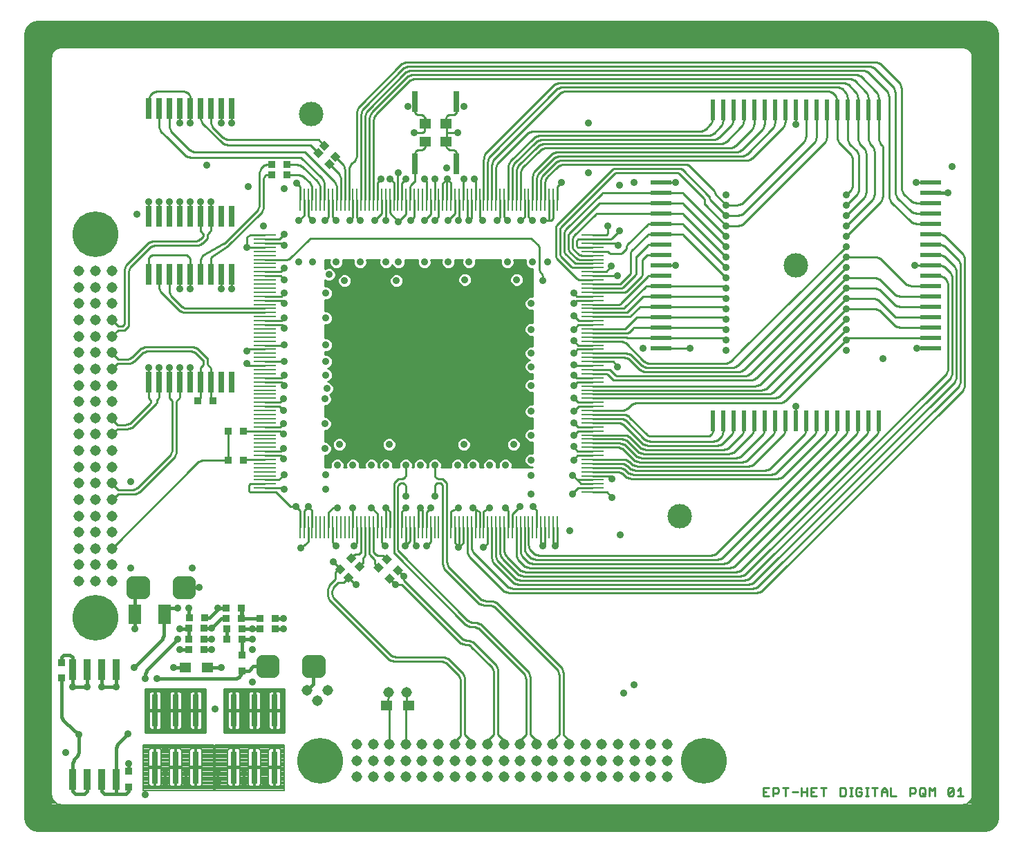
<source format=gbr>
G75*
G70*
%OFA0B0*%
%FSLAX24Y24*%
%IPPOS*%
%LPD*%
%AMOC8*
5,1,8,0,0,1.08239X$1,22.5*
%
%ADD10C,0.0100*%
%ADD11C,0.0515*%
%ADD12C,0.2205*%
%ADD13R,0.0354X0.0354*%
%ADD14R,0.0551X0.0472*%
%ADD15R,0.1102X0.0098*%
%ADD16R,0.0098X0.1102*%
%ADD17R,0.0250X0.1000*%
%ADD18R,0.0354X0.0354*%
%ADD19R,0.0220X0.1000*%
%ADD20R,0.1000X0.0220*%
%ADD21R,0.0630X0.0945*%
%ADD22R,0.0315X0.1575*%
%ADD23R,0.0350X0.1000*%
%ADD24C,0.0551*%
%ADD25C,0.0360*%
%ADD26C,0.0160*%
%ADD27C,0.0080*%
%ADD28C,0.1339*%
%ADD29C,0.1266*%
%ADD30C,0.1181*%
D10*
X006105Y005055D02*
X009005Y005055D01*
X009005Y007155D01*
X006105Y007155D01*
X006105Y005055D01*
X006105Y005080D02*
X009005Y005080D01*
X009005Y005179D02*
X006105Y005179D01*
X006105Y005277D02*
X006280Y005277D01*
X006273Y005288D02*
X006293Y005253D01*
X006321Y005226D01*
X006355Y005206D01*
X006394Y005196D01*
X006542Y005196D01*
X006542Y006104D01*
X006599Y006104D01*
X006599Y005196D01*
X006748Y005196D01*
X006786Y005206D01*
X006820Y005226D01*
X006848Y005253D01*
X006868Y005288D01*
X006878Y005326D01*
X006878Y006104D01*
X006599Y006104D01*
X006599Y006162D01*
X006542Y006162D01*
X006542Y007070D01*
X006394Y007070D01*
X006355Y007060D01*
X006321Y007040D01*
X006293Y007012D01*
X006273Y006978D01*
X006263Y006940D01*
X006263Y006162D01*
X006542Y006162D01*
X006542Y006104D01*
X006263Y006104D01*
X006263Y005326D01*
X006273Y005288D01*
X006263Y005376D02*
X006105Y005376D01*
X006105Y005474D02*
X006263Y005474D01*
X006263Y005573D02*
X006105Y005573D01*
X006105Y005671D02*
X006263Y005671D01*
X006263Y005770D02*
X006105Y005770D01*
X006105Y005868D02*
X006263Y005868D01*
X006263Y005967D02*
X006105Y005967D01*
X006105Y006065D02*
X006263Y006065D01*
X006263Y006164D02*
X006105Y006164D01*
X006105Y006262D02*
X006263Y006262D01*
X006263Y006361D02*
X006105Y006361D01*
X006105Y006459D02*
X006263Y006459D01*
X006263Y006558D02*
X006105Y006558D01*
X006105Y006656D02*
X006263Y006656D01*
X006263Y006755D02*
X006105Y006755D01*
X006105Y006853D02*
X006263Y006853D01*
X006266Y006952D02*
X006105Y006952D01*
X006105Y007050D02*
X006338Y007050D01*
X006542Y007050D02*
X006599Y007050D01*
X006599Y007070D02*
X006599Y006162D01*
X006878Y006162D01*
X006878Y006940D01*
X006868Y006978D01*
X006848Y007012D01*
X006820Y007040D01*
X006786Y007060D01*
X006748Y007070D01*
X006599Y007070D01*
X006599Y006952D02*
X006542Y006952D01*
X006542Y006853D02*
X006599Y006853D01*
X006599Y006755D02*
X006542Y006755D01*
X006542Y006656D02*
X006599Y006656D01*
X006599Y006558D02*
X006542Y006558D01*
X006542Y006459D02*
X006599Y006459D01*
X006599Y006361D02*
X006542Y006361D01*
X006542Y006262D02*
X006599Y006262D01*
X006599Y006164D02*
X006542Y006164D01*
X006542Y006065D02*
X006599Y006065D01*
X006599Y005967D02*
X006542Y005967D01*
X006542Y005868D02*
X006599Y005868D01*
X006599Y005770D02*
X006542Y005770D01*
X006542Y005671D02*
X006599Y005671D01*
X006599Y005573D02*
X006542Y005573D01*
X006542Y005474D02*
X006599Y005474D01*
X006599Y005376D02*
X006542Y005376D01*
X006542Y005277D02*
X006599Y005277D01*
X006862Y005277D02*
X007264Y005277D01*
X007258Y005288D02*
X007277Y005253D01*
X007305Y005226D01*
X007340Y005206D01*
X007378Y005196D01*
X007526Y005196D01*
X007526Y006104D01*
X007584Y006104D01*
X007584Y006162D01*
X007526Y006162D01*
X007526Y007070D01*
X007378Y007070D01*
X007340Y007060D01*
X007305Y007040D01*
X007277Y007012D01*
X007258Y006978D01*
X007248Y006940D01*
X007248Y006162D01*
X007526Y006162D01*
X007526Y006104D01*
X007248Y006104D01*
X007248Y005326D01*
X007258Y005288D01*
X007248Y005376D02*
X006878Y005376D01*
X006878Y005474D02*
X007248Y005474D01*
X007248Y005573D02*
X006878Y005573D01*
X006878Y005671D02*
X007248Y005671D01*
X007248Y005770D02*
X006878Y005770D01*
X006878Y005868D02*
X007248Y005868D01*
X007248Y005967D02*
X006878Y005967D01*
X006878Y006065D02*
X007248Y006065D01*
X007248Y006164D02*
X006878Y006164D01*
X006878Y006262D02*
X007248Y006262D01*
X007248Y006361D02*
X006878Y006361D01*
X006878Y006459D02*
X007248Y006459D01*
X007248Y006558D02*
X006878Y006558D01*
X006878Y006656D02*
X007248Y006656D01*
X007248Y006755D02*
X006878Y006755D01*
X006878Y006853D02*
X007248Y006853D01*
X007251Y006952D02*
X006875Y006952D01*
X006804Y007050D02*
X007322Y007050D01*
X007526Y007050D02*
X007584Y007050D01*
X007584Y007070D02*
X007584Y006162D01*
X007862Y006162D01*
X007862Y006940D01*
X007852Y006978D01*
X007833Y007012D01*
X007805Y007040D01*
X007770Y007060D01*
X007732Y007070D01*
X007584Y007070D01*
X007584Y006952D02*
X007526Y006952D01*
X007526Y006853D02*
X007584Y006853D01*
X007584Y006755D02*
X007526Y006755D01*
X007526Y006656D02*
X007584Y006656D01*
X007584Y006558D02*
X007526Y006558D01*
X007526Y006459D02*
X007584Y006459D01*
X007584Y006361D02*
X007526Y006361D01*
X007526Y006262D02*
X007584Y006262D01*
X007584Y006164D02*
X007526Y006164D01*
X007584Y006104D02*
X007584Y005196D01*
X007732Y005196D01*
X007770Y005206D01*
X007805Y005226D01*
X007833Y005253D01*
X007852Y005288D01*
X007862Y005326D01*
X007862Y006104D01*
X007584Y006104D01*
X007584Y006065D02*
X007526Y006065D01*
X007526Y005967D02*
X007584Y005967D01*
X007584Y005868D02*
X007526Y005868D01*
X007526Y005770D02*
X007584Y005770D01*
X007584Y005671D02*
X007526Y005671D01*
X007526Y005573D02*
X007584Y005573D01*
X007584Y005474D02*
X007526Y005474D01*
X007526Y005376D02*
X007584Y005376D01*
X007584Y005277D02*
X007526Y005277D01*
X007846Y005277D02*
X008248Y005277D01*
X008242Y005288D02*
X008262Y005253D01*
X008290Y005226D01*
X008324Y005206D01*
X008362Y005196D01*
X008511Y005196D01*
X008511Y006104D01*
X008568Y006104D01*
X008568Y005196D01*
X008716Y005196D01*
X008755Y005206D01*
X008789Y005226D01*
X008817Y005253D01*
X008837Y005288D01*
X008847Y005326D01*
X008847Y006104D01*
X008568Y006104D01*
X008568Y006162D01*
X008511Y006162D01*
X008511Y007070D01*
X008362Y007070D01*
X008324Y007060D01*
X008290Y007040D01*
X008262Y007012D01*
X008242Y006978D01*
X008232Y006940D01*
X008232Y006162D01*
X008511Y006162D01*
X008511Y006104D01*
X008232Y006104D01*
X008232Y005326D01*
X008242Y005288D01*
X008232Y005376D02*
X007862Y005376D01*
X007862Y005474D02*
X008232Y005474D01*
X008232Y005573D02*
X007862Y005573D01*
X007862Y005671D02*
X008232Y005671D01*
X008232Y005770D02*
X007862Y005770D01*
X007862Y005868D02*
X008232Y005868D01*
X008232Y005967D02*
X007862Y005967D01*
X007862Y006065D02*
X008232Y006065D01*
X008232Y006164D02*
X007862Y006164D01*
X007862Y006262D02*
X008232Y006262D01*
X008232Y006361D02*
X007862Y006361D01*
X007862Y006459D02*
X008232Y006459D01*
X008232Y006558D02*
X007862Y006558D01*
X007862Y006656D02*
X008232Y006656D01*
X008232Y006755D02*
X007862Y006755D01*
X007862Y006853D02*
X008232Y006853D01*
X008235Y006952D02*
X007859Y006952D01*
X007788Y007050D02*
X008306Y007050D01*
X008511Y007050D02*
X008568Y007050D01*
X008568Y007070D02*
X008568Y006162D01*
X008847Y006162D01*
X008847Y006940D01*
X008837Y006978D01*
X008817Y007012D01*
X008789Y007040D01*
X008755Y007060D01*
X008716Y007070D01*
X008568Y007070D01*
X008568Y006952D02*
X008511Y006952D01*
X008511Y006853D02*
X008568Y006853D01*
X008568Y006755D02*
X008511Y006755D01*
X008511Y006656D02*
X008568Y006656D01*
X008568Y006558D02*
X008511Y006558D01*
X008511Y006459D02*
X008568Y006459D01*
X008568Y006361D02*
X008511Y006361D01*
X008511Y006262D02*
X008568Y006262D01*
X008568Y006164D02*
X008511Y006164D01*
X008511Y006065D02*
X008568Y006065D01*
X008568Y005967D02*
X008511Y005967D01*
X008511Y005868D02*
X008568Y005868D01*
X008568Y005770D02*
X008511Y005770D01*
X008511Y005671D02*
X008568Y005671D01*
X008568Y005573D02*
X008511Y005573D01*
X008511Y005474D02*
X008568Y005474D01*
X008568Y005376D02*
X008511Y005376D01*
X008511Y005277D02*
X008568Y005277D01*
X008830Y005277D02*
X009005Y005277D01*
X009005Y005376D02*
X008847Y005376D01*
X008847Y005474D02*
X009005Y005474D01*
X009005Y005573D02*
X008847Y005573D01*
X008847Y005671D02*
X009005Y005671D01*
X009005Y005770D02*
X008847Y005770D01*
X008847Y005868D02*
X009005Y005868D01*
X009005Y005967D02*
X008847Y005967D01*
X008847Y006065D02*
X009005Y006065D01*
X009005Y006164D02*
X008847Y006164D01*
X008847Y006262D02*
X009005Y006262D01*
X009005Y006361D02*
X008847Y006361D01*
X008847Y006459D02*
X009005Y006459D01*
X009005Y006558D02*
X008847Y006558D01*
X008847Y006656D02*
X009005Y006656D01*
X009005Y006755D02*
X008847Y006755D01*
X008847Y006853D02*
X009005Y006853D01*
X009005Y006952D02*
X008844Y006952D01*
X008772Y007050D02*
X009005Y007050D01*
X009005Y007149D02*
X006105Y007149D01*
X009905Y007149D02*
X012805Y007149D01*
X012805Y007155D02*
X012805Y005055D01*
X009905Y005055D01*
X009905Y007155D01*
X012805Y007155D01*
X012805Y007050D02*
X012572Y007050D01*
X012589Y007040D02*
X012555Y007060D01*
X012516Y007070D01*
X012368Y007070D01*
X012368Y006162D01*
X012311Y006162D01*
X012311Y007070D01*
X012162Y007070D01*
X012124Y007060D01*
X012090Y007040D01*
X012062Y007012D01*
X012042Y006978D01*
X012032Y006940D01*
X012032Y006162D01*
X012311Y006162D01*
X012311Y006104D01*
X012368Y006104D01*
X012368Y005196D01*
X012516Y005196D01*
X012555Y005206D01*
X012589Y005226D01*
X012617Y005253D01*
X012637Y005288D01*
X012647Y005326D01*
X012647Y006104D01*
X012368Y006104D01*
X012368Y006162D01*
X012647Y006162D01*
X012647Y006940D01*
X012637Y006978D01*
X012617Y007012D01*
X012589Y007040D01*
X012644Y006952D02*
X012805Y006952D01*
X012805Y006853D02*
X012647Y006853D01*
X012647Y006755D02*
X012805Y006755D01*
X012805Y006656D02*
X012647Y006656D01*
X012647Y006558D02*
X012805Y006558D01*
X012805Y006459D02*
X012647Y006459D01*
X012647Y006361D02*
X012805Y006361D01*
X012805Y006262D02*
X012647Y006262D01*
X012647Y006164D02*
X012805Y006164D01*
X012805Y006065D02*
X012647Y006065D01*
X012647Y005967D02*
X012805Y005967D01*
X012805Y005868D02*
X012647Y005868D01*
X012647Y005770D02*
X012805Y005770D01*
X012805Y005671D02*
X012647Y005671D01*
X012647Y005573D02*
X012805Y005573D01*
X012805Y005474D02*
X012647Y005474D01*
X012647Y005376D02*
X012805Y005376D01*
X012805Y005277D02*
X012630Y005277D01*
X012805Y005179D02*
X009905Y005179D01*
X009905Y005277D02*
X010080Y005277D01*
X010073Y005288D02*
X010093Y005253D01*
X010121Y005226D01*
X010155Y005206D01*
X010194Y005196D01*
X010342Y005196D01*
X010342Y006104D01*
X010399Y006104D01*
X010399Y005196D01*
X010548Y005196D01*
X010586Y005206D01*
X010620Y005226D01*
X010648Y005253D01*
X010668Y005288D01*
X010678Y005326D01*
X010678Y006104D01*
X010399Y006104D01*
X010399Y006162D01*
X010342Y006162D01*
X010342Y007070D01*
X010194Y007070D01*
X010155Y007060D01*
X010121Y007040D01*
X010093Y007012D01*
X010073Y006978D01*
X010063Y006940D01*
X010063Y006162D01*
X010342Y006162D01*
X010342Y006104D01*
X010063Y006104D01*
X010063Y005326D01*
X010073Y005288D01*
X010063Y005376D02*
X009905Y005376D01*
X009905Y005474D02*
X010063Y005474D01*
X010063Y005573D02*
X009905Y005573D01*
X009905Y005671D02*
X010063Y005671D01*
X010063Y005770D02*
X009905Y005770D01*
X009905Y005868D02*
X010063Y005868D01*
X010063Y005967D02*
X009905Y005967D01*
X009905Y006065D02*
X010063Y006065D01*
X010063Y006164D02*
X009905Y006164D01*
X009905Y006262D02*
X010063Y006262D01*
X010063Y006361D02*
X009905Y006361D01*
X009905Y006459D02*
X010063Y006459D01*
X010063Y006558D02*
X009905Y006558D01*
X009905Y006656D02*
X010063Y006656D01*
X010063Y006755D02*
X009905Y006755D01*
X009905Y006853D02*
X010063Y006853D01*
X010066Y006952D02*
X009905Y006952D01*
X009905Y007050D02*
X010138Y007050D01*
X010342Y007050D02*
X010399Y007050D01*
X010399Y007070D02*
X010399Y006162D01*
X010678Y006162D01*
X010678Y006940D01*
X010668Y006978D01*
X010648Y007012D01*
X010620Y007040D01*
X010586Y007060D01*
X010548Y007070D01*
X010399Y007070D01*
X010399Y006952D02*
X010342Y006952D01*
X010342Y006853D02*
X010399Y006853D01*
X010399Y006755D02*
X010342Y006755D01*
X010342Y006656D02*
X010399Y006656D01*
X010399Y006558D02*
X010342Y006558D01*
X010342Y006459D02*
X010399Y006459D01*
X010399Y006361D02*
X010342Y006361D01*
X010342Y006262D02*
X010399Y006262D01*
X010399Y006164D02*
X010342Y006164D01*
X010342Y006065D02*
X010399Y006065D01*
X010399Y005967D02*
X010342Y005967D01*
X010342Y005868D02*
X010399Y005868D01*
X010399Y005770D02*
X010342Y005770D01*
X010342Y005671D02*
X010399Y005671D01*
X010399Y005573D02*
X010342Y005573D01*
X010342Y005474D02*
X010399Y005474D01*
X010399Y005376D02*
X010342Y005376D01*
X010342Y005277D02*
X010399Y005277D01*
X010662Y005277D02*
X011064Y005277D01*
X011058Y005288D02*
X011077Y005253D01*
X011105Y005226D01*
X011140Y005206D01*
X011178Y005196D01*
X011326Y005196D01*
X011326Y006104D01*
X011384Y006104D01*
X011384Y006162D01*
X011326Y006162D01*
X011326Y007070D01*
X011178Y007070D01*
X011140Y007060D01*
X011105Y007040D01*
X011077Y007012D01*
X011058Y006978D01*
X011048Y006940D01*
X011048Y006162D01*
X011326Y006162D01*
X011326Y006104D01*
X011048Y006104D01*
X011048Y005326D01*
X011058Y005288D01*
X011048Y005376D02*
X010678Y005376D01*
X010678Y005474D02*
X011048Y005474D01*
X011048Y005573D02*
X010678Y005573D01*
X010678Y005671D02*
X011048Y005671D01*
X011048Y005770D02*
X010678Y005770D01*
X010678Y005868D02*
X011048Y005868D01*
X011048Y005967D02*
X010678Y005967D01*
X010678Y006065D02*
X011048Y006065D01*
X011048Y006164D02*
X010678Y006164D01*
X010678Y006262D02*
X011048Y006262D01*
X011048Y006361D02*
X010678Y006361D01*
X010678Y006459D02*
X011048Y006459D01*
X011048Y006558D02*
X010678Y006558D01*
X010678Y006656D02*
X011048Y006656D01*
X011048Y006755D02*
X010678Y006755D01*
X010678Y006853D02*
X011048Y006853D01*
X011051Y006952D02*
X010675Y006952D01*
X010604Y007050D02*
X011122Y007050D01*
X011326Y007050D02*
X011384Y007050D01*
X011384Y007070D02*
X011384Y006162D01*
X011662Y006162D01*
X011662Y006940D01*
X011652Y006978D01*
X011633Y007012D01*
X011605Y007040D01*
X011570Y007060D01*
X011532Y007070D01*
X011384Y007070D01*
X011384Y006952D02*
X011326Y006952D01*
X011326Y006853D02*
X011384Y006853D01*
X011384Y006755D02*
X011326Y006755D01*
X011326Y006656D02*
X011384Y006656D01*
X011384Y006558D02*
X011326Y006558D01*
X011326Y006459D02*
X011384Y006459D01*
X011384Y006361D02*
X011326Y006361D01*
X011326Y006262D02*
X011384Y006262D01*
X011384Y006164D02*
X011326Y006164D01*
X011384Y006104D02*
X011384Y005196D01*
X011532Y005196D01*
X011570Y005206D01*
X011605Y005226D01*
X011633Y005253D01*
X011652Y005288D01*
X011662Y005326D01*
X011662Y006104D01*
X011384Y006104D01*
X011384Y006065D02*
X011326Y006065D01*
X011326Y005967D02*
X011384Y005967D01*
X011384Y005868D02*
X011326Y005868D01*
X011326Y005770D02*
X011384Y005770D01*
X011384Y005671D02*
X011326Y005671D01*
X011326Y005573D02*
X011384Y005573D01*
X011384Y005474D02*
X011326Y005474D01*
X011326Y005376D02*
X011384Y005376D01*
X011384Y005277D02*
X011326Y005277D01*
X011646Y005277D02*
X012048Y005277D01*
X012042Y005288D02*
X012062Y005253D01*
X012090Y005226D01*
X012124Y005206D01*
X012162Y005196D01*
X012311Y005196D01*
X012311Y006104D01*
X012032Y006104D01*
X012032Y005326D01*
X012042Y005288D01*
X012032Y005376D02*
X011662Y005376D01*
X011662Y005474D02*
X012032Y005474D01*
X012032Y005573D02*
X011662Y005573D01*
X011662Y005671D02*
X012032Y005671D01*
X012032Y005770D02*
X011662Y005770D01*
X011662Y005868D02*
X012032Y005868D01*
X012032Y005967D02*
X011662Y005967D01*
X011662Y006065D02*
X012032Y006065D01*
X012032Y006164D02*
X011662Y006164D01*
X011662Y006262D02*
X012032Y006262D01*
X012032Y006361D02*
X011662Y006361D01*
X011662Y006459D02*
X012032Y006459D01*
X012032Y006558D02*
X011662Y006558D01*
X011662Y006656D02*
X012032Y006656D01*
X012032Y006755D02*
X011662Y006755D01*
X011662Y006853D02*
X012032Y006853D01*
X012035Y006952D02*
X011659Y006952D01*
X011588Y007050D02*
X012106Y007050D01*
X012311Y007050D02*
X012368Y007050D01*
X012368Y006952D02*
X012311Y006952D01*
X012311Y006853D02*
X012368Y006853D01*
X012368Y006755D02*
X012311Y006755D01*
X012311Y006656D02*
X012368Y006656D01*
X012368Y006558D02*
X012311Y006558D01*
X012311Y006459D02*
X012368Y006459D01*
X012368Y006361D02*
X012311Y006361D01*
X012311Y006262D02*
X012368Y006262D01*
X012368Y006164D02*
X012311Y006164D01*
X012311Y006065D02*
X012368Y006065D01*
X012368Y005967D02*
X012311Y005967D01*
X012311Y005868D02*
X012368Y005868D01*
X012368Y005770D02*
X012311Y005770D01*
X012311Y005671D02*
X012368Y005671D01*
X012368Y005573D02*
X012311Y005573D01*
X012311Y005474D02*
X012368Y005474D01*
X012368Y005376D02*
X012311Y005376D01*
X012311Y005277D02*
X012368Y005277D01*
X012805Y005080D02*
X009905Y005080D01*
X015051Y011359D02*
X017759Y008651D01*
X017859Y008851D02*
X015251Y011459D01*
X015051Y011358D02*
X015022Y011391D01*
X014995Y011425D01*
X014972Y011462D01*
X014952Y011501D01*
X014935Y011541D01*
X014922Y011583D01*
X014913Y011625D01*
X014907Y011668D01*
X014905Y011712D01*
X014905Y011898D01*
X015051Y012251D02*
X015255Y012455D01*
X015255Y012805D01*
X015455Y013005D01*
X015441Y013019D01*
X015155Y013305D01*
X015305Y014055D02*
X015129Y014231D01*
X015129Y014950D01*
X014932Y014950D02*
X014932Y015682D01*
X015155Y015905D01*
X015355Y015905D01*
X016105Y015905D02*
X016113Y015897D01*
X016113Y014950D01*
X016310Y014950D02*
X016310Y014210D01*
X016155Y014055D01*
X016507Y013806D02*
X016505Y013786D01*
X016501Y013766D01*
X016493Y013748D01*
X016482Y013731D01*
X016469Y013716D01*
X016441Y013690D01*
X016355Y013655D02*
X016257Y013655D01*
X016168Y013618D02*
X016019Y013469D01*
X016169Y013618D02*
X016184Y013631D01*
X016200Y013641D01*
X016218Y013649D01*
X016237Y013653D01*
X016257Y013655D01*
X016355Y013655D02*
X016374Y013656D01*
X016393Y013661D01*
X016410Y013668D01*
X016427Y013678D01*
X016442Y013690D01*
X016507Y013806D02*
X016507Y014950D01*
X016704Y014950D02*
X016704Y013657D01*
X016668Y013570D02*
X016641Y013541D01*
X016605Y013454D02*
X016605Y013307D01*
X016568Y013218D02*
X016419Y013069D01*
X016568Y013219D02*
X016581Y013234D01*
X016591Y013250D01*
X016599Y013268D01*
X016603Y013287D01*
X016605Y013307D01*
X016605Y013454D02*
X016606Y013473D01*
X016611Y013492D01*
X016618Y013510D01*
X016628Y013527D01*
X016641Y013541D01*
X016668Y013570D02*
X016681Y013584D01*
X016691Y013601D01*
X016698Y013619D01*
X016703Y013638D01*
X016704Y013657D01*
X016901Y013711D02*
X016901Y014950D01*
X017098Y014950D02*
X017098Y013814D01*
X017134Y013726D02*
X017218Y013642D01*
X017307Y013605D02*
X017503Y013605D01*
X017592Y013568D02*
X017741Y013419D01*
X017591Y013568D02*
X017576Y013581D01*
X017560Y013591D01*
X017542Y013599D01*
X017523Y013603D01*
X017503Y013605D01*
X017307Y013605D02*
X017287Y013607D01*
X017268Y013611D01*
X017250Y013619D01*
X017234Y013629D01*
X017219Y013642D01*
X017135Y013726D02*
X017122Y013741D01*
X017112Y013757D01*
X017104Y013775D01*
X017100Y013794D01*
X017098Y013814D01*
X016901Y013711D02*
X016903Y013691D01*
X016907Y013672D01*
X016915Y013654D01*
X016925Y013638D01*
X016938Y013623D01*
X016937Y013623D02*
X017118Y013442D01*
X017155Y013353D02*
X017155Y013257D01*
X017192Y013168D02*
X017341Y013019D01*
X017192Y013169D02*
X017179Y013184D01*
X017169Y013200D01*
X017161Y013218D01*
X017157Y013237D01*
X017155Y013257D01*
X017155Y013353D02*
X017153Y013373D01*
X017149Y013392D01*
X017141Y013410D01*
X017131Y013426D01*
X017118Y013441D01*
X017655Y014055D02*
X017491Y014219D01*
X017491Y014950D01*
X017294Y014950D02*
X017294Y015616D01*
X017005Y015905D01*
X017688Y015888D02*
X017705Y015905D01*
X017885Y015725D01*
X017885Y014950D01*
X018082Y014950D02*
X018082Y013780D01*
X018118Y013692D02*
X021509Y010301D01*
X021609Y010501D02*
X018315Y013795D01*
X018279Y013883D02*
X018279Y014950D01*
X018279Y016925D01*
X018315Y017013D02*
X018367Y017065D01*
X018455Y017101D02*
X018478Y017101D01*
X018567Y017065D02*
X018618Y017013D01*
X018655Y016925D02*
X018655Y016455D01*
X018655Y016925D02*
X018653Y016945D01*
X018649Y016964D01*
X018641Y016982D01*
X018631Y016998D01*
X018618Y017013D01*
X018566Y017064D02*
X018551Y017077D01*
X018535Y017087D01*
X018517Y017095D01*
X018498Y017099D01*
X018478Y017101D01*
X018455Y017101D02*
X018435Y017099D01*
X018416Y017095D01*
X018398Y017087D01*
X018382Y017077D01*
X018367Y017064D01*
X018271Y017268D02*
X018286Y017281D01*
X018302Y017291D01*
X018320Y017299D01*
X018339Y017303D01*
X018359Y017305D01*
X018478Y017305D01*
X018567Y017342D02*
X018618Y017393D01*
X018655Y017482D02*
X018655Y017955D01*
X018960Y018082D02*
X019050Y018082D01*
X019075Y018142D02*
X019025Y018021D01*
X019025Y017889D01*
X019039Y017855D01*
X018971Y017855D01*
X018985Y017889D01*
X018985Y018021D01*
X018935Y018142D01*
X018842Y018235D01*
X018721Y018285D01*
X018589Y018285D01*
X018468Y018235D01*
X018375Y018142D01*
X018325Y018021D01*
X018325Y017889D01*
X018339Y017855D01*
X018021Y017855D01*
X018035Y017889D01*
X018035Y018021D01*
X017985Y018142D01*
X017892Y018235D01*
X017771Y018285D01*
X017639Y018285D01*
X017518Y018235D01*
X017425Y018142D01*
X017375Y018021D01*
X017375Y017889D01*
X017389Y017855D01*
X017321Y017855D01*
X017335Y017889D01*
X017335Y018021D01*
X017285Y018142D01*
X017192Y018235D01*
X017071Y018285D01*
X016939Y018285D01*
X016818Y018235D01*
X016725Y018142D01*
X016675Y018021D01*
X016675Y017889D01*
X016689Y017855D01*
X016421Y017855D01*
X016435Y017889D01*
X016435Y018021D01*
X016385Y018142D01*
X016292Y018235D01*
X016171Y018285D01*
X016039Y018285D01*
X015918Y018235D01*
X015825Y018142D01*
X015775Y018021D01*
X015775Y017889D01*
X015789Y017855D01*
X015671Y017855D01*
X015685Y017889D01*
X015685Y018021D01*
X015635Y018142D01*
X015542Y018235D01*
X015421Y018285D01*
X015289Y018285D01*
X015168Y018235D01*
X015075Y018142D01*
X015025Y018021D01*
X015025Y017889D01*
X015039Y017855D01*
X014755Y017855D01*
X014755Y018425D01*
X014821Y018425D01*
X014942Y018475D01*
X015035Y018568D01*
X015085Y018689D01*
X015085Y018821D01*
X015035Y018942D01*
X014942Y019035D01*
X014821Y019085D01*
X014755Y019085D01*
X014755Y019625D01*
X014821Y019625D01*
X014942Y019675D01*
X015035Y019768D01*
X015085Y019889D01*
X015085Y020021D01*
X015035Y020142D01*
X014942Y020235D01*
X014821Y020285D01*
X014755Y020285D01*
X014755Y020825D01*
X014821Y020825D01*
X014942Y020875D01*
X015035Y020968D01*
X015085Y021089D01*
X015085Y021221D01*
X015035Y021342D01*
X015013Y021363D01*
X015042Y021375D01*
X015135Y021468D01*
X015185Y021589D01*
X015185Y021721D01*
X015135Y021842D01*
X015042Y021935D01*
X014921Y021985D01*
X014895Y021985D01*
X014992Y022025D01*
X015085Y022118D01*
X015135Y022239D01*
X015135Y022371D01*
X015085Y022492D01*
X014992Y022585D01*
X014883Y022630D01*
X014992Y022675D01*
X015085Y022768D01*
X015135Y022889D01*
X015135Y023021D01*
X015085Y023142D01*
X014992Y023235D01*
X014871Y023285D01*
X014755Y023285D01*
X014755Y023425D01*
X014871Y023425D01*
X014992Y023475D01*
X015085Y023568D01*
X015135Y023689D01*
X015135Y023821D01*
X015085Y023942D01*
X014992Y024035D01*
X014871Y024085D01*
X014755Y024085D01*
X014755Y024725D01*
X014871Y024725D01*
X014992Y024775D01*
X015085Y024868D01*
X015135Y024989D01*
X015135Y025121D01*
X015085Y025242D01*
X014992Y025335D01*
X014871Y025385D01*
X014755Y025385D01*
X014755Y025925D01*
X014871Y025925D01*
X014992Y025975D01*
X015085Y026068D01*
X015135Y026189D01*
X015135Y026321D01*
X015085Y026442D01*
X014992Y026535D01*
X014871Y026585D01*
X014755Y026585D01*
X014755Y026888D01*
X014768Y026875D01*
X014889Y026825D01*
X015021Y026825D01*
X015142Y026875D01*
X015235Y026968D01*
X015285Y027089D01*
X015285Y027221D01*
X015235Y027342D01*
X015142Y027435D01*
X015021Y027485D01*
X014889Y027485D01*
X014768Y027435D01*
X014755Y027422D01*
X014755Y027855D01*
X014989Y027855D01*
X014975Y027821D01*
X014975Y027689D01*
X015025Y027568D01*
X015118Y027475D01*
X015239Y027425D01*
X015371Y027425D01*
X015492Y027475D01*
X015585Y027568D01*
X015635Y027689D01*
X015635Y027821D01*
X015621Y027855D01*
X016139Y027855D01*
X016125Y027821D01*
X016125Y027689D01*
X016175Y027568D01*
X016268Y027475D01*
X016389Y027425D01*
X016521Y027425D01*
X016642Y027475D01*
X016735Y027568D01*
X016785Y027689D01*
X016785Y027821D01*
X016771Y027855D01*
X017389Y027855D01*
X017375Y027821D01*
X017375Y027689D01*
X017425Y027568D01*
X017518Y027475D01*
X017639Y027425D01*
X017771Y027425D01*
X017892Y027475D01*
X017985Y027568D01*
X018005Y027617D01*
X018025Y027568D01*
X018118Y027475D01*
X018239Y027425D01*
X018371Y027425D01*
X018492Y027475D01*
X018585Y027568D01*
X018635Y027689D01*
X018635Y027821D01*
X018621Y027855D01*
X019239Y027855D01*
X019225Y027821D01*
X019225Y027689D01*
X019275Y027568D01*
X019368Y027475D01*
X019489Y027425D01*
X019621Y027425D01*
X019742Y027475D01*
X019835Y027568D01*
X019885Y027689D01*
X019885Y027821D01*
X019871Y027855D01*
X020389Y027855D01*
X020375Y027821D01*
X020375Y027689D01*
X020425Y027568D01*
X020518Y027475D01*
X020639Y027425D01*
X020771Y027425D01*
X020892Y027475D01*
X020985Y027568D01*
X021035Y027689D01*
X021035Y027821D01*
X021021Y027855D01*
X021389Y027855D01*
X021375Y027821D01*
X021375Y027689D01*
X021425Y027568D01*
X021518Y027475D01*
X021639Y027425D01*
X021771Y027425D01*
X021892Y027475D01*
X021985Y027568D01*
X022035Y027689D01*
X022035Y027821D01*
X022021Y027855D01*
X023239Y027855D01*
X023225Y027821D01*
X023225Y027689D01*
X023275Y027568D01*
X023368Y027475D01*
X023489Y027425D01*
X023621Y027425D01*
X023742Y027475D01*
X023835Y027568D01*
X023885Y027689D01*
X023885Y027821D01*
X023871Y027855D01*
X024439Y027855D01*
X024425Y027821D01*
X024425Y027689D01*
X024475Y027568D01*
X024568Y027475D01*
X024689Y027425D01*
X024755Y027425D01*
X024755Y026085D01*
X024639Y026085D01*
X024518Y026035D01*
X024425Y025942D01*
X024375Y025821D01*
X024375Y025689D01*
X024425Y025568D01*
X024518Y025475D01*
X024639Y025425D01*
X024755Y025425D01*
X024755Y024835D01*
X024639Y024835D01*
X024518Y024785D01*
X024425Y024692D01*
X024375Y024571D01*
X024375Y024439D01*
X024425Y024318D01*
X024518Y024225D01*
X024639Y024175D01*
X024755Y024175D01*
X024755Y023685D01*
X024639Y023685D01*
X024518Y023635D01*
X024425Y023542D01*
X024375Y023421D01*
X024375Y023289D01*
X024425Y023168D01*
X024518Y023075D01*
X024627Y023030D01*
X024518Y022985D01*
X024425Y022892D01*
X024375Y022771D01*
X024375Y022639D01*
X024425Y022518D01*
X024518Y022425D01*
X024639Y022375D01*
X024755Y022375D01*
X024755Y022135D01*
X024639Y022135D01*
X024518Y022085D01*
X024425Y021992D01*
X024375Y021871D01*
X024375Y021739D01*
X024425Y021618D01*
X024518Y021525D01*
X024639Y021475D01*
X024755Y021475D01*
X024755Y020885D01*
X024639Y020885D01*
X024518Y020835D01*
X024425Y020742D01*
X024375Y020621D01*
X024375Y020489D01*
X024425Y020368D01*
X024518Y020275D01*
X024639Y020225D01*
X024755Y020225D01*
X024755Y019735D01*
X024639Y019735D01*
X024518Y019685D01*
X024425Y019592D01*
X024375Y019471D01*
X024375Y019339D01*
X024425Y019218D01*
X024518Y019125D01*
X024639Y019075D01*
X024755Y019075D01*
X024755Y018535D01*
X024639Y018535D01*
X024518Y018485D01*
X024425Y018392D01*
X024375Y018271D01*
X024375Y018139D01*
X024425Y018018D01*
X024518Y017925D01*
X024639Y017875D01*
X024755Y017875D01*
X024755Y017855D01*
X023771Y017855D01*
X023785Y017889D01*
X023785Y018021D01*
X023735Y018142D01*
X023642Y018235D01*
X023521Y018285D01*
X023389Y018285D01*
X023268Y018235D01*
X023175Y018142D01*
X023125Y018021D01*
X023125Y017889D01*
X023139Y017855D01*
X023021Y017855D01*
X023035Y017889D01*
X023035Y018021D01*
X022985Y018142D01*
X022892Y018235D01*
X022771Y018285D01*
X022639Y018285D01*
X022518Y018235D01*
X022425Y018142D01*
X022375Y018021D01*
X022375Y017889D01*
X022389Y017855D01*
X022221Y017855D01*
X022235Y017889D01*
X022235Y018021D01*
X022185Y018142D01*
X022092Y018235D01*
X021971Y018285D01*
X021839Y018285D01*
X021718Y018235D01*
X021625Y018142D01*
X021575Y018021D01*
X021575Y017889D01*
X021589Y017855D01*
X021471Y017855D01*
X021485Y017889D01*
X021485Y018021D01*
X021435Y018142D01*
X021342Y018235D01*
X021221Y018285D01*
X021089Y018285D01*
X020968Y018235D01*
X020875Y018142D01*
X020825Y018021D01*
X020825Y017889D01*
X020839Y017855D01*
X020371Y017855D01*
X020385Y017889D01*
X020385Y018021D01*
X020335Y018142D01*
X020242Y018235D01*
X020121Y018285D01*
X019989Y018285D01*
X019868Y018235D01*
X019775Y018142D01*
X019725Y018021D01*
X019725Y017889D01*
X019739Y017855D01*
X019671Y017855D01*
X019685Y017889D01*
X019685Y018021D01*
X019635Y018142D01*
X019542Y018235D01*
X019421Y018285D01*
X019289Y018285D01*
X019168Y018235D01*
X019075Y018142D01*
X019114Y018181D02*
X018896Y018181D01*
X018735Y018279D02*
X019275Y018279D01*
X019435Y018279D02*
X019975Y018279D01*
X020135Y018279D02*
X021075Y018279D01*
X021235Y018279D02*
X021825Y018279D01*
X021985Y018279D02*
X022625Y018279D01*
X022785Y018279D02*
X023375Y018279D01*
X023535Y018279D02*
X024378Y018279D01*
X024375Y018181D02*
X023696Y018181D01*
X023760Y018082D02*
X024399Y018082D01*
X024460Y017984D02*
X023785Y017984D01*
X023783Y017885D02*
X024615Y017885D01*
X024419Y018378D02*
X014755Y018378D01*
X014755Y018279D02*
X015275Y018279D01*
X015435Y018279D02*
X016025Y018279D01*
X016185Y018279D02*
X016925Y018279D01*
X017085Y018279D02*
X017625Y018279D01*
X017785Y018279D02*
X018575Y018279D01*
X018414Y018181D02*
X017946Y018181D01*
X018010Y018082D02*
X018350Y018082D01*
X018325Y017984D02*
X018035Y017984D01*
X018033Y017885D02*
X018327Y017885D01*
X018655Y017482D02*
X018653Y017462D01*
X018649Y017443D01*
X018641Y017425D01*
X018631Y017409D01*
X018618Y017394D01*
X018566Y017342D02*
X018551Y017329D01*
X018535Y017319D01*
X018517Y017311D01*
X018498Y017307D01*
X018478Y017305D01*
X018270Y017268D02*
X018118Y017117D01*
X018082Y017028D02*
X018082Y014950D01*
X018475Y014950D02*
X018475Y015725D01*
X018655Y015905D01*
X019263Y015813D02*
X019355Y015905D01*
X019460Y015800D01*
X019460Y014950D01*
X019657Y014950D02*
X019657Y015707D01*
X019855Y015905D01*
X020055Y016455D02*
X020055Y016928D01*
X020092Y017017D02*
X020143Y017068D01*
X020232Y017105D02*
X020267Y017105D01*
X020356Y017068D02*
X020407Y017017D01*
X020444Y016928D02*
X020444Y014950D01*
X020444Y013223D01*
X020641Y013326D02*
X020641Y014950D01*
X020641Y017028D01*
X020604Y017117D02*
X020452Y017268D01*
X020364Y017305D02*
X020232Y017305D01*
X020143Y017342D02*
X020092Y017393D01*
X020055Y017482D02*
X020055Y017955D01*
X020360Y018082D02*
X020850Y018082D01*
X020825Y017984D02*
X020385Y017984D01*
X020383Y017885D02*
X020827Y017885D01*
X020914Y018181D02*
X020296Y018181D01*
X019814Y018181D02*
X019596Y018181D01*
X019660Y018082D02*
X019750Y018082D01*
X019725Y017984D02*
X019685Y017984D01*
X019683Y017885D02*
X019727Y017885D01*
X020055Y017482D02*
X020057Y017462D01*
X020061Y017443D01*
X020069Y017425D01*
X020079Y017409D01*
X020092Y017394D01*
X020144Y017342D02*
X020159Y017329D01*
X020175Y017319D01*
X020193Y017311D01*
X020212Y017307D01*
X020232Y017305D01*
X020364Y017305D02*
X020384Y017303D01*
X020403Y017299D01*
X020421Y017291D01*
X020437Y017281D01*
X020452Y017268D01*
X020604Y017116D02*
X020617Y017101D01*
X020627Y017085D01*
X020635Y017067D01*
X020639Y017048D01*
X020641Y017028D01*
X020444Y016928D02*
X020442Y016948D01*
X020438Y016967D01*
X020430Y016985D01*
X020420Y017001D01*
X020407Y017016D01*
X020355Y017068D02*
X020340Y017081D01*
X020324Y017091D01*
X020306Y017099D01*
X020287Y017103D01*
X020267Y017105D01*
X020232Y017105D02*
X020212Y017103D01*
X020193Y017099D01*
X020175Y017091D01*
X020159Y017081D01*
X020144Y017068D01*
X020092Y017016D02*
X020079Y017001D01*
X020069Y016985D01*
X020061Y016967D01*
X020057Y016948D01*
X020055Y016928D01*
X020838Y015738D02*
X021205Y015905D01*
X020838Y015738D02*
X020838Y014950D01*
X021035Y014950D02*
X021035Y014225D01*
X021205Y014005D01*
X021428Y014178D01*
X021428Y014950D01*
X021231Y014950D02*
X021231Y014029D01*
X021205Y014005D01*
X021625Y013842D02*
X021625Y014950D01*
X021822Y014950D02*
X021822Y014045D01*
X021625Y013842D02*
X021627Y013798D01*
X021633Y013755D01*
X021642Y013713D01*
X021655Y013671D01*
X021672Y013631D01*
X021692Y013592D01*
X021715Y013555D01*
X021742Y013521D01*
X021771Y013488D01*
X021772Y013488D02*
X023309Y011951D01*
X023509Y012151D02*
X021968Y013692D01*
X021968Y013691D02*
X021939Y013724D01*
X021912Y013758D01*
X021889Y013795D01*
X021869Y013834D01*
X021852Y013874D01*
X021839Y013916D01*
X021830Y013958D01*
X021824Y014001D01*
X021822Y014045D01*
X022405Y014005D02*
X022609Y014151D01*
X022609Y014950D01*
X022412Y014950D02*
X022412Y015712D01*
X022705Y015905D01*
X022216Y015694D02*
X021905Y015905D01*
X022019Y015841D01*
X022019Y014950D01*
X022216Y014950D02*
X022216Y015694D01*
X022806Y014950D02*
X022806Y013511D01*
X023003Y013614D02*
X023003Y014950D01*
X023200Y014950D02*
X023200Y013767D01*
X023397Y013870D02*
X023397Y014950D01*
X023594Y014950D02*
X023594Y015766D01*
X023455Y015905D01*
X023790Y015590D02*
X024155Y015955D01*
X023790Y015590D02*
X023790Y014950D01*
X023987Y014950D02*
X023987Y013680D01*
X023543Y013516D02*
X023514Y013549D01*
X023487Y013583D01*
X023464Y013620D01*
X023444Y013659D01*
X023427Y013699D01*
X023414Y013741D01*
X023405Y013783D01*
X023399Y013826D01*
X023397Y013870D01*
X023003Y013614D02*
X023005Y013570D01*
X023011Y013527D01*
X023020Y013485D01*
X023033Y013443D01*
X023050Y013403D01*
X023070Y013364D01*
X023093Y013327D01*
X023120Y013293D01*
X023149Y013260D01*
X023149Y013261D02*
X023859Y012551D01*
X023508Y012151D02*
X023541Y012122D01*
X023575Y012095D01*
X023612Y012072D01*
X023651Y012052D01*
X023691Y012035D01*
X023733Y012022D01*
X023775Y012013D01*
X023818Y012007D01*
X023862Y012005D01*
X035348Y012005D01*
X035548Y011805D02*
X023662Y011805D01*
X024112Y012205D02*
X035148Y012205D01*
X034948Y012405D02*
X024212Y012405D01*
X024362Y012605D02*
X034748Y012605D01*
X034548Y012805D02*
X024462Y012805D01*
X024212Y012405D02*
X024168Y012407D01*
X024125Y012413D01*
X024083Y012422D01*
X024041Y012435D01*
X024001Y012452D01*
X023962Y012472D01*
X023925Y012495D01*
X023891Y012522D01*
X023858Y012551D01*
X023759Y012351D02*
X022953Y013157D01*
X023346Y013414D02*
X024009Y012751D01*
X023758Y012351D02*
X023791Y012322D01*
X023825Y012295D01*
X023862Y012272D01*
X023901Y012252D01*
X023941Y012235D01*
X023983Y012222D01*
X024025Y012213D01*
X024068Y012207D01*
X024112Y012205D01*
X023662Y011805D02*
X023618Y011807D01*
X023575Y011813D01*
X023533Y011822D01*
X023491Y011835D01*
X023451Y011852D01*
X023412Y011872D01*
X023375Y011895D01*
X023341Y011922D01*
X023308Y011951D01*
X023101Y011259D02*
X026109Y008251D01*
X025909Y008151D02*
X023001Y011059D01*
X023102Y011259D02*
X023069Y011288D01*
X023035Y011315D01*
X022998Y011338D01*
X022959Y011358D01*
X022919Y011375D01*
X022877Y011388D01*
X022835Y011397D01*
X022792Y011403D01*
X022748Y011405D01*
X022562Y011405D01*
X022648Y011205D02*
X022462Y011205D01*
X022109Y011351D02*
X020590Y012870D01*
X020787Y012973D02*
X022209Y011551D01*
X022108Y011351D02*
X022141Y011322D01*
X022175Y011295D01*
X022212Y011272D01*
X022251Y011252D01*
X022291Y011235D01*
X022333Y011222D01*
X022375Y011213D01*
X022418Y011207D01*
X022462Y011205D01*
X022648Y011205D02*
X022692Y011203D01*
X022735Y011197D01*
X022777Y011188D01*
X022819Y011175D01*
X022859Y011158D01*
X022898Y011138D01*
X022935Y011115D01*
X022969Y011088D01*
X023002Y011059D01*
X021962Y010355D02*
X021918Y010357D01*
X021875Y010363D01*
X021833Y010372D01*
X021791Y010385D01*
X021751Y010402D01*
X021712Y010422D01*
X021675Y010445D01*
X021641Y010472D01*
X021608Y010501D01*
X021508Y010301D02*
X021541Y010272D01*
X021575Y010245D01*
X021612Y010222D01*
X021651Y010202D01*
X021691Y010185D01*
X021733Y010172D01*
X021775Y010163D01*
X021818Y010157D01*
X021862Y010155D01*
X021898Y010155D01*
X021962Y010355D02*
X021998Y010355D01*
X022351Y010209D02*
X024509Y008051D01*
X024309Y007951D02*
X022251Y010009D01*
X022352Y010209D02*
X022319Y010238D01*
X022285Y010265D01*
X022248Y010288D01*
X022209Y010308D01*
X022169Y010325D01*
X022127Y010338D01*
X022085Y010347D01*
X022042Y010353D01*
X021998Y010355D01*
X021598Y009505D02*
X021564Y009507D01*
X021531Y009512D01*
X021498Y009520D01*
X021466Y009531D01*
X021435Y009546D01*
X021406Y009563D01*
X021379Y009583D01*
X021354Y009606D01*
X018592Y012368D01*
X018555Y012457D02*
X018555Y012605D01*
X018269Y012891D01*
X017869Y012491D02*
X018155Y012205D01*
X018403Y012205D01*
X018492Y012168D02*
X021209Y009451D01*
X021208Y009451D02*
X021241Y009422D01*
X021275Y009395D01*
X021312Y009372D01*
X021351Y009352D01*
X021391Y009335D01*
X021433Y009322D01*
X021475Y009313D01*
X021518Y009307D01*
X021562Y009305D01*
X021806Y009204D02*
X022759Y008251D01*
X022959Y008351D02*
X021951Y009359D01*
X022252Y010009D02*
X022219Y010038D01*
X022185Y010065D01*
X022148Y010088D01*
X022109Y010108D01*
X022069Y010125D01*
X022027Y010138D01*
X021985Y010147D01*
X021942Y010153D01*
X021898Y010155D01*
X021598Y009505D02*
X021642Y009503D01*
X021685Y009497D01*
X021727Y009488D01*
X021769Y009475D01*
X021809Y009458D01*
X021848Y009438D01*
X021885Y009415D01*
X021919Y009388D01*
X021952Y009359D01*
X021806Y009204D02*
X021781Y009227D01*
X021754Y009247D01*
X021725Y009264D01*
X021694Y009279D01*
X021662Y009290D01*
X021629Y009298D01*
X021596Y009303D01*
X021562Y009305D01*
X020751Y008559D02*
X021359Y007951D01*
X021159Y007851D02*
X020651Y008359D01*
X020752Y008559D02*
X020719Y008588D01*
X020685Y008615D01*
X020648Y008638D01*
X020609Y008658D01*
X020569Y008675D01*
X020527Y008688D01*
X020485Y008697D01*
X020442Y008703D01*
X020398Y008705D01*
X018212Y008705D01*
X018112Y008505D02*
X020298Y008505D01*
X020342Y008503D01*
X020385Y008497D01*
X020427Y008488D01*
X020469Y008475D01*
X020509Y008458D01*
X020548Y008438D01*
X020585Y008415D01*
X020619Y008388D01*
X020652Y008359D01*
X021359Y007952D02*
X021388Y007919D01*
X021415Y007885D01*
X021438Y007848D01*
X021458Y007809D01*
X021475Y007769D01*
X021488Y007727D01*
X021497Y007685D01*
X021503Y007642D01*
X021505Y007598D01*
X021505Y004955D01*
X021809Y004651D01*
X021809Y004486D01*
X021305Y004905D02*
X021305Y007498D01*
X021303Y007542D01*
X021297Y007585D01*
X021288Y007627D01*
X021275Y007669D01*
X021258Y007709D01*
X021238Y007748D01*
X021215Y007785D01*
X021188Y007819D01*
X021159Y007852D01*
X022759Y008252D02*
X022788Y008219D01*
X022815Y008185D01*
X022838Y008148D01*
X022858Y008109D01*
X022875Y008069D01*
X022888Y008027D01*
X022897Y007985D01*
X022903Y007942D01*
X022905Y007898D01*
X022905Y004955D01*
X022596Y004646D01*
X022596Y004486D01*
X023105Y004955D02*
X023105Y007998D01*
X023103Y008042D01*
X023097Y008085D01*
X023088Y008127D01*
X023075Y008169D01*
X023058Y008209D01*
X023038Y008248D01*
X023015Y008285D01*
X022988Y008319D01*
X022959Y008352D01*
X024309Y007952D02*
X024338Y007919D01*
X024365Y007885D01*
X024388Y007848D01*
X024408Y007809D01*
X024425Y007769D01*
X024438Y007727D01*
X024447Y007685D01*
X024453Y007642D01*
X024455Y007598D01*
X024455Y004955D01*
X024171Y004671D01*
X024171Y004486D01*
X024655Y004955D02*
X024655Y007698D01*
X024653Y007742D01*
X024647Y007785D01*
X024638Y007827D01*
X024625Y007869D01*
X024608Y007909D01*
X024588Y007948D01*
X024565Y007985D01*
X024538Y008019D01*
X024509Y008052D01*
X025909Y008152D02*
X025938Y008119D01*
X025965Y008085D01*
X025988Y008048D01*
X026008Y008009D01*
X026025Y007969D01*
X026038Y007927D01*
X026047Y007885D01*
X026053Y007842D01*
X026055Y007798D01*
X026055Y004955D01*
X025746Y004646D01*
X025746Y004486D01*
X026255Y004955D02*
X026533Y004677D01*
X026533Y004486D01*
X026255Y004955D02*
X026255Y007898D01*
X026253Y007942D01*
X026247Y007985D01*
X026238Y008027D01*
X026225Y008069D01*
X026208Y008109D01*
X026188Y008148D01*
X026165Y008185D01*
X026138Y008219D01*
X026109Y008252D01*
X024655Y004955D02*
X024958Y004652D01*
X024958Y004486D01*
X023383Y004486D02*
X023383Y004677D01*
X023105Y004955D01*
X021305Y004905D02*
X021021Y004621D01*
X021021Y004486D01*
X018659Y004486D02*
X018659Y006227D01*
X018786Y006355D01*
X018705Y006355D01*
X018689Y007005D01*
X017821Y007005D02*
X017805Y006405D01*
X017805Y006355D01*
X017724Y006355D01*
X017872Y006207D01*
X017872Y004486D01*
X017772Y006307D02*
X017724Y006355D01*
X018112Y008505D02*
X018068Y008507D01*
X018025Y008513D01*
X017983Y008522D01*
X017941Y008535D01*
X017901Y008552D01*
X017862Y008572D01*
X017825Y008595D01*
X017791Y008622D01*
X017758Y008651D01*
X017858Y008851D02*
X017891Y008822D01*
X017925Y008795D01*
X017962Y008772D01*
X018001Y008752D01*
X018041Y008735D01*
X018083Y008722D01*
X018125Y008713D01*
X018168Y008707D01*
X018212Y008705D01*
X015251Y011458D02*
X015222Y011491D01*
X015195Y011525D01*
X015172Y011562D01*
X015152Y011601D01*
X015135Y011641D01*
X015122Y011683D01*
X015113Y011725D01*
X015107Y011768D01*
X015105Y011812D01*
X014905Y011898D02*
X014907Y011942D01*
X014913Y011985D01*
X014922Y012027D01*
X014935Y012069D01*
X014952Y012109D01*
X014972Y012148D01*
X014995Y012185D01*
X015022Y012219D01*
X015051Y012252D01*
X015241Y012141D02*
X015405Y012305D01*
X015655Y012305D01*
X015891Y012541D01*
X016226Y012205D01*
X016255Y012205D01*
X015241Y012142D02*
X015214Y012112D01*
X015189Y012079D01*
X015167Y012045D01*
X015149Y012009D01*
X015133Y011971D01*
X015121Y011933D01*
X015112Y011893D01*
X015107Y011853D01*
X015105Y011812D01*
X013605Y013955D02*
X013948Y014262D01*
X013948Y014950D01*
X014145Y014950D02*
X014145Y015765D01*
X013955Y015955D01*
X013751Y015751D01*
X013751Y014950D01*
X013554Y014950D02*
X013554Y015756D01*
X013355Y015955D01*
X013105Y015955D01*
X012406Y016654D01*
X011850Y016654D01*
X011156Y016654D01*
X011105Y016705D01*
X011105Y017005D01*
X011148Y017048D01*
X011850Y017048D01*
X011850Y017245D02*
X012545Y017245D01*
X012805Y017505D01*
X012759Y016851D02*
X011850Y016851D01*
X012759Y016851D02*
X012805Y016805D01*
X012755Y018255D02*
X012626Y018426D01*
X011850Y018426D01*
X011850Y018623D02*
X012623Y018623D01*
X012755Y018755D01*
X012755Y019455D02*
X012607Y019607D01*
X011850Y019607D01*
X010831Y019607D01*
X010829Y019605D01*
X010081Y019605D02*
X010081Y018205D01*
X008963Y018205D01*
X008610Y018059D02*
X004486Y013935D01*
X004486Y016297D02*
X004547Y016297D01*
X004805Y016555D01*
X005498Y016555D01*
X005398Y016755D02*
X004805Y016755D01*
X004486Y017074D01*
X004486Y017084D01*
X005398Y016755D02*
X005442Y016757D01*
X005485Y016763D01*
X005527Y016772D01*
X005569Y016785D01*
X005609Y016802D01*
X005648Y016822D01*
X005685Y016845D01*
X005719Y016872D01*
X005752Y016901D01*
X005751Y016901D02*
X007259Y018409D01*
X007459Y018309D02*
X005851Y016701D01*
X005852Y016701D02*
X005819Y016672D01*
X005785Y016645D01*
X005748Y016622D01*
X005709Y016602D01*
X005669Y016585D01*
X005627Y016572D01*
X005585Y016563D01*
X005542Y016557D01*
X005498Y016555D01*
X007259Y018408D02*
X007288Y018441D01*
X007315Y018475D01*
X007338Y018512D01*
X007358Y018551D01*
X007375Y018591D01*
X007388Y018633D01*
X007397Y018675D01*
X007403Y018718D01*
X007405Y018762D01*
X007405Y021003D01*
X007368Y021092D02*
X007292Y021168D01*
X007255Y021257D02*
X007255Y021955D01*
X007255Y022655D01*
X006755Y022655D02*
X006755Y021955D01*
X006755Y021257D01*
X006718Y021168D02*
X006692Y021142D01*
X006655Y021053D02*
X006655Y021007D01*
X006618Y020918D02*
X005551Y019851D01*
X005451Y020051D02*
X006318Y020918D01*
X006355Y021007D02*
X006355Y021053D01*
X006318Y021142D02*
X006292Y021168D01*
X006255Y021257D02*
X006255Y021955D01*
X006255Y022655D01*
X005908Y023309D02*
X005941Y023338D01*
X005975Y023365D01*
X006012Y023388D01*
X006051Y023408D01*
X006091Y023425D01*
X006133Y023438D01*
X006175Y023447D01*
X006218Y023453D01*
X006262Y023455D01*
X008248Y023455D01*
X008348Y023655D02*
X006162Y023655D01*
X005809Y023509D02*
X005501Y023201D01*
X005601Y023001D02*
X005909Y023309D01*
X005808Y023509D02*
X005841Y023538D01*
X005875Y023565D01*
X005912Y023588D01*
X005951Y023608D01*
X005991Y023625D01*
X006033Y023638D01*
X006075Y023647D01*
X006118Y023653D01*
X006162Y023655D01*
X005602Y023001D02*
X005569Y022972D01*
X005535Y022945D01*
X005498Y022922D01*
X005459Y022902D01*
X005419Y022885D01*
X005377Y022872D01*
X005335Y022863D01*
X005292Y022857D01*
X005248Y022855D01*
X004755Y022855D01*
X004496Y022596D01*
X004486Y022596D01*
X004805Y023055D02*
X004486Y023374D01*
X004486Y023383D01*
X004805Y023055D02*
X005148Y023055D01*
X005192Y023057D01*
X005235Y023063D01*
X005277Y023072D01*
X005319Y023085D01*
X005359Y023102D01*
X005398Y023122D01*
X005435Y023145D01*
X005469Y023172D01*
X005502Y023201D01*
X004486Y024171D02*
X004471Y024171D01*
X004805Y024455D01*
X005105Y024455D01*
X005305Y024655D01*
X005305Y027248D01*
X005105Y027348D02*
X005105Y024755D01*
X005005Y024655D01*
X004805Y024655D01*
X004502Y024958D01*
X004486Y024958D01*
X006901Y026259D02*
X007698Y025462D01*
X007801Y025659D02*
X007401Y026059D01*
X007255Y026412D02*
X007255Y027155D01*
X006755Y027155D02*
X006755Y026612D01*
X006757Y026568D01*
X006763Y026525D01*
X006772Y026483D01*
X006785Y026441D01*
X006802Y026401D01*
X006822Y026362D01*
X006845Y026325D01*
X006872Y026291D01*
X006901Y026258D01*
X007255Y026412D02*
X007257Y026368D01*
X007263Y026325D01*
X007272Y026283D01*
X007285Y026241D01*
X007302Y026201D01*
X007322Y026162D01*
X007345Y026125D01*
X007372Y026091D01*
X007401Y026058D01*
X007755Y026455D02*
X007755Y027155D01*
X008255Y027155D02*
X008255Y026455D01*
X007801Y025658D02*
X007834Y025629D01*
X007868Y025602D01*
X007905Y025579D01*
X007944Y025559D01*
X007984Y025542D01*
X008026Y025529D01*
X008068Y025520D01*
X008111Y025514D01*
X008155Y025512D01*
X011850Y025512D01*
X011850Y025316D02*
X008051Y025316D01*
X008007Y025318D01*
X007964Y025324D01*
X007922Y025333D01*
X007880Y025346D01*
X007840Y025363D01*
X007801Y025383D01*
X007764Y025406D01*
X007730Y025433D01*
X007697Y025462D01*
X008255Y027155D02*
X008255Y027855D01*
X008253Y027885D01*
X008248Y027915D01*
X008239Y027944D01*
X008226Y027971D01*
X008211Y027997D01*
X008192Y028021D01*
X008171Y028042D01*
X008147Y028061D01*
X008121Y028076D01*
X008094Y028089D01*
X008065Y028098D01*
X008035Y028103D01*
X008005Y028105D01*
X006505Y028105D01*
X006258Y028409D02*
X006291Y028438D01*
X006325Y028465D01*
X006362Y028488D01*
X006401Y028508D01*
X006441Y028525D01*
X006483Y028538D01*
X006525Y028547D01*
X006568Y028553D01*
X006612Y028555D01*
X008548Y028555D01*
X008448Y028755D02*
X006512Y028755D01*
X006159Y028609D02*
X005251Y027701D01*
X005451Y027601D02*
X006259Y028409D01*
X006158Y028609D02*
X006191Y028638D01*
X006225Y028665D01*
X006262Y028688D01*
X006301Y028708D01*
X006341Y028725D01*
X006383Y028738D01*
X006425Y028747D01*
X006468Y028753D01*
X006512Y028755D01*
X006505Y028105D02*
X006475Y028103D01*
X006445Y028098D01*
X006416Y028089D01*
X006389Y028076D01*
X006363Y028061D01*
X006339Y028042D01*
X006318Y028021D01*
X006299Y027997D01*
X006284Y027971D01*
X006271Y027944D01*
X006262Y027915D01*
X006257Y027885D01*
X006255Y027855D01*
X006255Y027155D01*
X005451Y027602D02*
X005422Y027569D01*
X005395Y027535D01*
X005372Y027498D01*
X005352Y027459D01*
X005335Y027419D01*
X005322Y027377D01*
X005313Y027335D01*
X005307Y027292D01*
X005305Y027248D01*
X005105Y027348D02*
X005107Y027392D01*
X005113Y027435D01*
X005122Y027477D01*
X005135Y027519D01*
X005152Y027559D01*
X005172Y027598D01*
X005195Y027635D01*
X005222Y027669D01*
X005251Y027702D01*
X006255Y029955D02*
X006255Y030655D01*
X006755Y030655D02*
X006755Y029955D01*
X007255Y029955D02*
X007255Y030655D01*
X007755Y030655D02*
X007755Y029955D01*
X008255Y029955D02*
X008255Y030655D01*
X008755Y030655D02*
X008755Y029955D01*
X008755Y029307D01*
X008792Y029218D02*
X008868Y029142D01*
X008905Y029053D02*
X008904Y029035D01*
X008899Y029017D01*
X008892Y029000D01*
X008883Y028985D01*
X008871Y028971D01*
X008801Y028901D01*
X008905Y029053D02*
X008903Y029073D01*
X008899Y029092D01*
X008891Y029110D01*
X008881Y029126D01*
X008868Y029141D01*
X008792Y029219D02*
X008779Y029234D01*
X008769Y029250D01*
X008761Y029268D01*
X008757Y029287D01*
X008755Y029307D01*
X008802Y028901D02*
X008769Y028872D01*
X008735Y028845D01*
X008698Y028822D01*
X008659Y028802D01*
X008619Y028785D01*
X008577Y028772D01*
X008535Y028763D01*
X008492Y028757D01*
X008448Y028755D01*
X008548Y028555D02*
X008592Y028557D01*
X008635Y028563D01*
X008677Y028572D01*
X008719Y028585D01*
X008759Y028602D01*
X008798Y028622D01*
X008835Y028645D01*
X008869Y028672D01*
X008902Y028701D01*
X008901Y028701D02*
X009068Y028868D01*
X009105Y028957D02*
X009105Y029053D01*
X009142Y029142D02*
X009218Y029218D01*
X009255Y029307D02*
X009255Y029955D01*
X009255Y030655D01*
X009255Y029307D02*
X009253Y029287D01*
X009249Y029268D01*
X009241Y029250D01*
X009231Y029234D01*
X009218Y029219D01*
X009142Y029141D02*
X009129Y029126D01*
X009119Y029110D01*
X009111Y029092D01*
X009107Y029073D01*
X009105Y029053D01*
X009105Y028957D02*
X009103Y028937D01*
X009099Y028918D01*
X009091Y028900D01*
X009081Y028884D01*
X009068Y028869D01*
X009839Y028617D02*
X009869Y028635D01*
X009898Y028655D01*
X009926Y028677D01*
X009952Y028701D01*
X009952Y028702D02*
X011459Y030209D01*
X011659Y030109D02*
X010107Y028557D01*
X010030Y028494D02*
X009328Y028028D01*
X009255Y027851D02*
X009255Y027155D01*
X008755Y027155D02*
X008755Y027748D01*
X008901Y028101D02*
X009839Y028617D01*
X010031Y028494D02*
X010058Y028514D01*
X010083Y028535D01*
X010108Y028557D01*
X011005Y028455D02*
X011005Y028955D01*
X011154Y029056D01*
X011850Y029056D01*
X011850Y028859D02*
X012559Y028859D01*
X012805Y029105D01*
X012698Y028662D02*
X012805Y028555D01*
X012698Y028662D02*
X011850Y028662D01*
X011850Y028465D02*
X011015Y028465D01*
X011005Y028455D01*
X011850Y027875D02*
X012921Y027875D01*
X013098Y027948D02*
X013982Y028832D01*
X014159Y028905D02*
X024601Y028905D01*
X024778Y028832D02*
X025032Y028578D01*
X025105Y028401D02*
X025105Y027409D01*
X025178Y027232D02*
X025182Y027228D01*
X025255Y027051D02*
X025255Y026855D01*
X025255Y027051D02*
X025253Y027079D01*
X025249Y027107D01*
X025241Y027134D01*
X025230Y027159D01*
X025217Y027184D01*
X025200Y027207D01*
X025182Y027228D01*
X025178Y027232D02*
X025160Y027253D01*
X025143Y027276D01*
X025130Y027301D01*
X025119Y027326D01*
X025111Y027353D01*
X025107Y027381D01*
X025105Y027409D01*
X024755Y027341D02*
X015235Y027341D01*
X015204Y027440D02*
X015130Y027440D01*
X015055Y027538D02*
X014755Y027538D01*
X014755Y027440D02*
X014780Y027440D01*
X014755Y027637D02*
X014997Y027637D01*
X014975Y027735D02*
X014755Y027735D01*
X014755Y027834D02*
X014980Y027834D01*
X015406Y027440D02*
X016354Y027440D01*
X016205Y027538D02*
X015555Y027538D01*
X015613Y027637D02*
X016147Y027637D01*
X016125Y027735D02*
X015635Y027735D01*
X015630Y027834D02*
X016130Y027834D01*
X016556Y027440D02*
X017604Y027440D01*
X017455Y027538D02*
X016705Y027538D01*
X016763Y027637D02*
X017397Y027637D01*
X017375Y027735D02*
X016785Y027735D01*
X016780Y027834D02*
X017380Y027834D01*
X017806Y027440D02*
X018204Y027440D01*
X018055Y027538D02*
X017955Y027538D01*
X018139Y027185D02*
X018018Y027135D01*
X017925Y027042D01*
X017875Y026921D01*
X017875Y026789D01*
X017925Y026668D01*
X018018Y026575D01*
X018139Y026525D01*
X018271Y026525D01*
X018392Y026575D01*
X018485Y026668D01*
X018535Y026789D01*
X018535Y026921D01*
X018485Y027042D01*
X018392Y027135D01*
X018271Y027185D01*
X018139Y027185D01*
X018041Y027144D02*
X015869Y027144D01*
X015892Y027135D02*
X015771Y027185D01*
X015639Y027185D01*
X015518Y027135D01*
X015425Y027042D01*
X015375Y026921D01*
X015375Y026789D01*
X015425Y026668D01*
X015518Y026575D01*
X015639Y026525D01*
X015771Y026525D01*
X015892Y026575D01*
X015985Y026668D01*
X016035Y026789D01*
X016035Y026921D01*
X015985Y027042D01*
X015892Y027135D01*
X015981Y027046D02*
X017929Y027046D01*
X017886Y026947D02*
X016024Y026947D01*
X016035Y026849D02*
X017875Y026849D01*
X017891Y026750D02*
X016019Y026750D01*
X015968Y026652D02*
X017942Y026652D01*
X018072Y026553D02*
X015838Y026553D01*
X015572Y026553D02*
X014948Y026553D01*
X015072Y026455D02*
X024755Y026455D01*
X024755Y026553D02*
X018338Y026553D01*
X018468Y026652D02*
X021292Y026652D01*
X021318Y026625D02*
X021439Y026575D01*
X021571Y026575D01*
X021692Y026625D01*
X021785Y026718D01*
X021835Y026839D01*
X021835Y026971D01*
X021785Y027092D01*
X021692Y027185D01*
X021571Y027235D01*
X021439Y027235D01*
X021318Y027185D01*
X021225Y027092D01*
X021175Y026971D01*
X021175Y026839D01*
X021225Y026718D01*
X021318Y026625D01*
X021212Y026750D02*
X018519Y026750D01*
X018535Y026849D02*
X021175Y026849D01*
X021175Y026947D02*
X018524Y026947D01*
X018481Y027046D02*
X021206Y027046D01*
X021277Y027144D02*
X018369Y027144D01*
X018406Y027440D02*
X019454Y027440D01*
X019305Y027538D02*
X018555Y027538D01*
X018613Y027637D02*
X019247Y027637D01*
X019225Y027735D02*
X018635Y027735D01*
X018630Y027834D02*
X019230Y027834D01*
X019656Y027440D02*
X020604Y027440D01*
X020455Y027538D02*
X019805Y027538D01*
X019863Y027637D02*
X020397Y027637D01*
X020375Y027735D02*
X019885Y027735D01*
X019880Y027834D02*
X020380Y027834D01*
X020806Y027440D02*
X021604Y027440D01*
X021455Y027538D02*
X020955Y027538D01*
X021013Y027637D02*
X021397Y027637D01*
X021375Y027735D02*
X021035Y027735D01*
X021030Y027834D02*
X021380Y027834D01*
X021806Y027440D02*
X023454Y027440D01*
X023305Y027538D02*
X021955Y027538D01*
X022013Y027637D02*
X023247Y027637D01*
X023225Y027735D02*
X022035Y027735D01*
X022030Y027834D02*
X023230Y027834D01*
X023656Y027440D02*
X024654Y027440D01*
X024505Y027538D02*
X023805Y027538D01*
X023863Y027637D02*
X024447Y027637D01*
X024425Y027735D02*
X023885Y027735D01*
X023880Y027834D02*
X024430Y027834D01*
X025105Y028401D02*
X025103Y028429D01*
X025099Y028457D01*
X025091Y028484D01*
X025080Y028509D01*
X025067Y028534D01*
X025050Y028557D01*
X025032Y028578D01*
X024778Y028832D02*
X024757Y028850D01*
X024734Y028867D01*
X024709Y028880D01*
X024684Y028891D01*
X024657Y028899D01*
X024629Y028903D01*
X024601Y028905D01*
X024755Y029755D02*
X024578Y029932D01*
X024578Y030760D01*
X024775Y030760D02*
X024775Y031848D01*
X024184Y031998D02*
X024186Y032042D01*
X024192Y032085D01*
X024201Y032127D01*
X024214Y032169D01*
X024231Y032209D01*
X024251Y032248D01*
X024274Y032285D01*
X024301Y032319D01*
X024330Y032352D01*
X024331Y032351D02*
X025088Y033109D01*
X024894Y033509D02*
X024927Y033538D01*
X024961Y033565D01*
X024998Y033588D01*
X025037Y033608D01*
X025077Y033625D01*
X025119Y033638D01*
X025161Y033647D01*
X025204Y033653D01*
X025248Y033655D01*
X033448Y033655D01*
X033198Y033855D02*
X025151Y033855D01*
X024797Y033709D02*
X023740Y032651D01*
X023937Y032551D02*
X024894Y033509D01*
X024812Y034055D02*
X024768Y034053D01*
X024725Y034047D01*
X024683Y034038D01*
X024641Y034025D01*
X024601Y034008D01*
X024562Y033988D01*
X024525Y033965D01*
X024491Y033938D01*
X024458Y033909D01*
X024459Y033909D02*
X023149Y032599D01*
X022755Y032902D02*
X022726Y032869D01*
X022699Y032835D01*
X022676Y032798D01*
X022656Y032759D01*
X022639Y032719D01*
X022626Y032677D01*
X022617Y032635D01*
X022611Y032592D01*
X022609Y032548D01*
X022609Y030760D01*
X022412Y030760D02*
X022412Y032698D01*
X022559Y033051D02*
X025766Y036259D01*
X025913Y036059D02*
X022756Y032901D01*
X022953Y032751D02*
X026060Y035859D01*
X025766Y036259D02*
X025799Y036288D01*
X025833Y036315D01*
X025870Y036338D01*
X025909Y036358D01*
X025949Y036375D01*
X025991Y036388D01*
X026033Y036397D01*
X026076Y036403D01*
X026120Y036405D01*
X039698Y036405D01*
X039751Y036059D02*
X039809Y036001D01*
X040052Y036259D02*
X040019Y036288D01*
X039985Y036315D01*
X039948Y036338D01*
X039909Y036358D01*
X039869Y036375D01*
X039827Y036388D01*
X039785Y036397D01*
X039742Y036403D01*
X039698Y036405D01*
X039998Y036605D02*
X019162Y036605D01*
X018962Y037005D02*
X018918Y037003D01*
X018875Y036997D01*
X018833Y036988D01*
X018791Y036975D01*
X018751Y036958D01*
X018712Y036938D01*
X018675Y036915D01*
X018641Y036888D01*
X018608Y036859D01*
X018609Y036859D02*
X016850Y035100D01*
X016451Y035302D02*
X016422Y035269D01*
X016395Y035235D01*
X016372Y035198D01*
X016352Y035159D01*
X016335Y035119D01*
X016322Y035077D01*
X016313Y035035D01*
X016307Y034992D01*
X016305Y034948D01*
X016305Y032962D01*
X016159Y032609D02*
X016063Y032513D01*
X015916Y032159D02*
X015916Y030760D01*
X015720Y030760D02*
X015720Y032183D01*
X015376Y032084D02*
X014969Y032491D01*
X015574Y032537D02*
X015603Y032504D01*
X015630Y032470D01*
X015653Y032433D01*
X015673Y032394D01*
X015690Y032354D01*
X015703Y032312D01*
X015712Y032270D01*
X015718Y032227D01*
X015720Y032183D01*
X015573Y032537D02*
X015269Y032841D01*
X016159Y032608D02*
X016188Y032641D01*
X016215Y032675D01*
X016238Y032712D01*
X016258Y032751D01*
X016275Y032791D01*
X016288Y032833D01*
X016297Y032875D01*
X016303Y032918D01*
X016305Y032962D01*
X016062Y032513D02*
X016033Y032480D01*
X016006Y032446D01*
X015983Y032409D01*
X015963Y032370D01*
X015946Y032330D01*
X015933Y032288D01*
X015924Y032246D01*
X015918Y032203D01*
X015916Y032159D01*
X015523Y031730D02*
X015523Y030760D01*
X015326Y030760D02*
X015326Y031327D01*
X015179Y031681D02*
X013805Y033055D01*
X008562Y033055D01*
X008312Y032805D02*
X008268Y032807D01*
X008225Y032813D01*
X008183Y032822D01*
X008141Y032835D01*
X008101Y032852D01*
X008062Y032872D01*
X008025Y032895D01*
X007991Y032922D01*
X007958Y032951D01*
X007959Y032951D02*
X007255Y033655D01*
X007130Y033780D01*
X006901Y034009D01*
X006755Y034362D02*
X006755Y035155D01*
X006255Y035505D02*
X006257Y035549D01*
X006263Y035592D01*
X006272Y035634D01*
X006285Y035676D01*
X006302Y035716D01*
X006322Y035755D01*
X006345Y035792D01*
X006372Y035826D01*
X006401Y035859D01*
X006434Y035888D01*
X006468Y035915D01*
X006505Y035938D01*
X006544Y035958D01*
X006584Y035975D01*
X006626Y035988D01*
X006668Y035997D01*
X006711Y036003D01*
X006755Y036005D01*
X007848Y036005D01*
X008201Y035858D02*
X008217Y035840D01*
X008230Y035820D01*
X008241Y035799D01*
X008249Y035776D01*
X008253Y035753D01*
X008255Y035729D01*
X008255Y035155D01*
X008255Y034455D01*
X007755Y034455D02*
X007755Y035155D01*
X008202Y035859D02*
X008169Y035888D01*
X008135Y035915D01*
X008098Y035938D01*
X008059Y035958D01*
X008019Y035975D01*
X007977Y035988D01*
X007935Y035997D01*
X007892Y036003D01*
X007848Y036005D01*
X007255Y035155D02*
X007255Y034362D01*
X006755Y034362D02*
X006757Y034318D01*
X006763Y034275D01*
X006772Y034233D01*
X006785Y034191D01*
X006802Y034151D01*
X006822Y034112D01*
X006845Y034075D01*
X006872Y034041D01*
X006901Y034008D01*
X007401Y034009D02*
X008209Y033201D01*
X008312Y032805D02*
X013605Y032805D01*
X014589Y031821D01*
X014383Y031669D02*
X013700Y032318D01*
X013355Y032455D02*
X012929Y032455D01*
X012929Y031955D02*
X013448Y031955D01*
X013699Y032318D02*
X013667Y032345D01*
X013633Y032370D01*
X013597Y032392D01*
X013560Y032411D01*
X013521Y032427D01*
X013480Y032439D01*
X013439Y032448D01*
X013397Y032453D01*
X013355Y032455D01*
X013801Y031809D02*
X013998Y031612D01*
X014589Y031822D02*
X014618Y031789D01*
X014645Y031755D01*
X014668Y031718D01*
X014688Y031679D01*
X014705Y031639D01*
X014718Y031597D01*
X014727Y031555D01*
X014733Y031512D01*
X014735Y031468D01*
X014735Y030760D01*
X014538Y030760D02*
X014538Y031307D01*
X015180Y031681D02*
X015209Y031648D01*
X015236Y031614D01*
X015259Y031577D01*
X015279Y031538D01*
X015296Y031498D01*
X015309Y031456D01*
X015318Y031414D01*
X015324Y031371D01*
X015326Y031327D01*
X015523Y031730D02*
X015521Y031774D01*
X015515Y031817D01*
X015506Y031859D01*
X015493Y031901D01*
X015476Y031941D01*
X015456Y031980D01*
X015433Y032017D01*
X015406Y032051D01*
X015377Y032084D01*
X014441Y033019D02*
X014055Y033405D01*
X010112Y033405D01*
X010162Y033655D02*
X014455Y033655D01*
X014741Y033369D01*
X014655Y033455D01*
X016507Y034850D02*
X016507Y030760D01*
X016704Y030760D02*
X016704Y034747D01*
X016901Y034644D02*
X016901Y030760D01*
X017098Y030760D02*
X017098Y034540D01*
X016704Y034747D02*
X016706Y034791D01*
X016712Y034834D01*
X016721Y034876D01*
X016734Y034918D01*
X016751Y034958D01*
X016771Y034997D01*
X016794Y035034D01*
X016821Y035068D01*
X016850Y035101D01*
X016653Y035203D02*
X018509Y037059D01*
X018409Y037259D02*
X016451Y035301D01*
X017047Y034997D02*
X018709Y036659D01*
X018508Y037059D02*
X018541Y037088D01*
X018575Y037115D01*
X018612Y037138D01*
X018651Y037158D01*
X018691Y037175D01*
X018733Y037188D01*
X018775Y037197D01*
X018818Y037203D01*
X018862Y037205D01*
X040948Y037205D01*
X041001Y036859D02*
X041809Y036051D01*
X042109Y036252D02*
X042138Y036219D01*
X042165Y036185D01*
X042188Y036148D01*
X042208Y036109D01*
X042225Y036069D01*
X042238Y036027D01*
X042247Y035985D01*
X042253Y035942D01*
X042255Y035898D01*
X042255Y031162D01*
X041955Y030962D02*
X041957Y030918D01*
X041963Y030875D01*
X041972Y030833D01*
X041985Y030791D01*
X042002Y030751D01*
X042022Y030712D01*
X042045Y030675D01*
X042072Y030641D01*
X042101Y030608D01*
X042101Y030609D02*
X042959Y029751D01*
X043312Y029605D02*
X043955Y029605D01*
X043955Y030105D02*
X043312Y030105D01*
X042958Y029751D02*
X042991Y029722D01*
X043025Y029695D01*
X043062Y029672D01*
X043101Y029652D01*
X043141Y029635D01*
X043183Y029622D01*
X043225Y029613D01*
X043268Y029607D01*
X043312Y029605D01*
X043955Y029105D02*
X044348Y029105D01*
X044701Y028959D02*
X045459Y028201D01*
X045259Y027901D02*
X044701Y028459D01*
X044348Y028605D02*
X043955Y028605D01*
X044348Y029105D02*
X044392Y029103D01*
X044435Y029097D01*
X044477Y029088D01*
X044519Y029075D01*
X044559Y029058D01*
X044598Y029038D01*
X044635Y029015D01*
X044669Y028988D01*
X044702Y028959D01*
X044348Y028105D02*
X043955Y028105D01*
X044348Y028605D02*
X044392Y028603D01*
X044435Y028597D01*
X044477Y028588D01*
X044519Y028575D01*
X044559Y028558D01*
X044598Y028538D01*
X044635Y028515D01*
X044669Y028488D01*
X044702Y028459D01*
X044701Y027959D02*
X045059Y027601D01*
X045405Y027548D02*
X045403Y027592D01*
X045397Y027635D01*
X045388Y027677D01*
X045375Y027719D01*
X045358Y027759D01*
X045338Y027798D01*
X045315Y027835D01*
X045288Y027869D01*
X045259Y027902D01*
X045605Y027848D02*
X045603Y027892D01*
X045597Y027935D01*
X045588Y027977D01*
X045575Y028019D01*
X045558Y028059D01*
X045538Y028098D01*
X045515Y028135D01*
X045488Y028169D01*
X045459Y028202D01*
X045605Y027848D02*
X045605Y021862D01*
X045405Y022062D02*
X045405Y027548D01*
X045205Y027248D02*
X045205Y022262D01*
X045005Y022462D02*
X045005Y026948D01*
X044659Y026951D02*
X044651Y026959D01*
X045005Y026948D02*
X045003Y026992D01*
X044997Y027035D01*
X044988Y027077D01*
X044975Y027119D01*
X044958Y027159D01*
X044938Y027198D01*
X044915Y027235D01*
X044888Y027269D01*
X044859Y027302D01*
X044859Y027301D02*
X044701Y027459D01*
X045059Y027602D02*
X045088Y027569D01*
X045115Y027535D01*
X045138Y027498D01*
X045158Y027459D01*
X045175Y027419D01*
X045188Y027377D01*
X045197Y027335D01*
X045203Y027292D01*
X045205Y027248D01*
X044805Y026598D02*
X044805Y022662D01*
X045005Y022462D02*
X045003Y022418D01*
X044997Y022375D01*
X044988Y022333D01*
X044975Y022291D01*
X044958Y022251D01*
X044938Y022212D01*
X044915Y022175D01*
X044888Y022141D01*
X044859Y022108D01*
X044859Y022109D02*
X035301Y012551D01*
X035348Y012005D02*
X035392Y012007D01*
X035435Y012013D01*
X035477Y012022D01*
X035519Y012035D01*
X035559Y012052D01*
X035598Y012072D01*
X035635Y012095D01*
X035669Y012122D01*
X035702Y012151D01*
X035701Y012151D02*
X045259Y021709D01*
X045459Y021508D02*
X045488Y021541D01*
X045515Y021575D01*
X045538Y021612D01*
X045558Y021651D01*
X045575Y021691D01*
X045588Y021733D01*
X045597Y021775D01*
X045603Y021818D01*
X045605Y021862D01*
X045459Y021509D02*
X035901Y011951D01*
X035902Y011951D02*
X035869Y011922D01*
X035835Y011895D01*
X035798Y011872D01*
X035759Y011852D01*
X035719Y011835D01*
X035677Y011822D01*
X035635Y011813D01*
X035592Y011807D01*
X035548Y011805D01*
X035501Y012351D02*
X045059Y021909D01*
X045259Y021708D02*
X045288Y021741D01*
X045315Y021775D01*
X045338Y021812D01*
X045358Y021851D01*
X045375Y021891D01*
X045388Y021933D01*
X045397Y021975D01*
X045403Y022018D01*
X045405Y022062D01*
X045205Y022262D02*
X045203Y022218D01*
X045197Y022175D01*
X045188Y022133D01*
X045175Y022091D01*
X045158Y022051D01*
X045138Y022012D01*
X045115Y021975D01*
X045088Y021941D01*
X045059Y021908D01*
X044659Y022309D02*
X035101Y012751D01*
X035148Y012205D02*
X035192Y012207D01*
X035235Y012213D01*
X035277Y012222D01*
X035319Y012235D01*
X035359Y012252D01*
X035398Y012272D01*
X035435Y012295D01*
X035469Y012322D01*
X035502Y012351D01*
X035302Y012551D02*
X035269Y012522D01*
X035235Y012495D01*
X035198Y012472D01*
X035159Y012452D01*
X035119Y012435D01*
X035077Y012422D01*
X035035Y012413D01*
X034992Y012407D01*
X034948Y012405D01*
X034901Y012951D02*
X041309Y019359D01*
X041455Y019712D02*
X041455Y020105D01*
X040955Y020105D02*
X040955Y019712D01*
X041309Y019358D02*
X041338Y019391D01*
X041365Y019425D01*
X041388Y019462D01*
X041408Y019501D01*
X041425Y019541D01*
X041438Y019583D01*
X041447Y019625D01*
X041453Y019668D01*
X041455Y019712D01*
X040809Y019359D02*
X034601Y013151D01*
X034748Y012605D02*
X034792Y012607D01*
X034835Y012613D01*
X034877Y012622D01*
X034919Y012635D01*
X034959Y012652D01*
X034998Y012672D01*
X035035Y012695D01*
X035069Y012722D01*
X035102Y012751D01*
X034902Y012951D02*
X034869Y012922D01*
X034835Y012895D01*
X034798Y012872D01*
X034759Y012852D01*
X034719Y012835D01*
X034677Y012822D01*
X034635Y012813D01*
X034592Y012807D01*
X034548Y012805D01*
X034248Y013005D02*
X024662Y013005D01*
X024812Y013205D02*
X033948Y013205D01*
X034001Y013551D02*
X039809Y019359D01*
X040309Y019358D02*
X040338Y019391D01*
X040365Y019425D01*
X040388Y019462D01*
X040408Y019501D01*
X040425Y019541D01*
X040438Y019583D01*
X040447Y019625D01*
X040453Y019668D01*
X040455Y019712D01*
X040809Y019358D02*
X040838Y019391D01*
X040865Y019425D01*
X040888Y019462D01*
X040908Y019501D01*
X040925Y019541D01*
X040938Y019583D01*
X040947Y019625D01*
X040953Y019668D01*
X040955Y019712D01*
X040455Y019712D02*
X040455Y020105D01*
X039955Y020105D02*
X039955Y019712D01*
X040309Y019359D02*
X034301Y013351D01*
X034248Y013005D02*
X034292Y013007D01*
X034335Y013013D01*
X034377Y013022D01*
X034419Y013035D01*
X034459Y013052D01*
X034498Y013072D01*
X034535Y013095D01*
X034569Y013122D01*
X034602Y013151D01*
X034302Y013351D02*
X034269Y013322D01*
X034235Y013295D01*
X034198Y013272D01*
X034159Y013252D01*
X034119Y013235D01*
X034077Y013222D01*
X034035Y013213D01*
X033992Y013207D01*
X033948Y013205D01*
X033648Y013405D02*
X024962Y013405D01*
X025112Y013605D02*
X033348Y013605D01*
X033701Y013751D02*
X039309Y019359D01*
X039809Y019358D02*
X039838Y019391D01*
X039865Y019425D01*
X039888Y019462D01*
X039908Y019501D01*
X039925Y019541D01*
X039938Y019583D01*
X039947Y019625D01*
X039953Y019668D01*
X039955Y019712D01*
X039455Y019712D02*
X039455Y020105D01*
X038955Y020105D02*
X038955Y019712D01*
X039309Y019358D02*
X039338Y019391D01*
X039365Y019425D01*
X039388Y019462D01*
X039408Y019501D01*
X039425Y019541D01*
X039438Y019583D01*
X039447Y019625D01*
X039453Y019668D01*
X039455Y019712D01*
X038809Y019359D02*
X036901Y017451D01*
X036601Y017651D02*
X038309Y019359D01*
X038809Y019358D02*
X038838Y019391D01*
X038865Y019425D01*
X038888Y019462D01*
X038908Y019501D01*
X038925Y019541D01*
X038938Y019583D01*
X038947Y019625D01*
X038953Y019668D01*
X038955Y019712D01*
X038455Y019712D02*
X038455Y020105D01*
X037955Y020105D02*
X037955Y019712D01*
X038309Y019358D02*
X038338Y019391D01*
X038365Y019425D01*
X038388Y019462D01*
X038408Y019501D01*
X038425Y019541D01*
X038438Y019583D01*
X038447Y019625D01*
X038453Y019668D01*
X038455Y019712D01*
X037809Y019359D02*
X036301Y017851D01*
X036248Y017505D02*
X036292Y017507D01*
X036335Y017513D01*
X036377Y017522D01*
X036419Y017535D01*
X036459Y017552D01*
X036498Y017572D01*
X036535Y017595D01*
X036569Y017622D01*
X036602Y017651D01*
X036548Y017305D02*
X036592Y017307D01*
X036635Y017313D01*
X036677Y017322D01*
X036719Y017335D01*
X036759Y017352D01*
X036798Y017372D01*
X036835Y017395D01*
X036869Y017422D01*
X036902Y017451D01*
X036548Y017305D02*
X029562Y017305D01*
X029662Y017505D02*
X036248Y017505D01*
X035948Y017705D02*
X029762Y017705D01*
X029562Y017305D02*
X029518Y017307D01*
X029475Y017313D01*
X029433Y017322D01*
X029391Y017335D01*
X029351Y017352D01*
X029312Y017372D01*
X029275Y017395D01*
X029241Y017422D01*
X029208Y017451D01*
X029209Y017451D02*
X029168Y017492D01*
X029375Y017886D02*
X029342Y017915D01*
X029308Y017942D01*
X029271Y017965D01*
X029232Y017985D01*
X029192Y018002D01*
X029150Y018015D01*
X029108Y018024D01*
X029065Y018030D01*
X029021Y018032D01*
X027660Y018032D01*
X027660Y017835D02*
X028918Y017835D01*
X028814Y017638D02*
X027660Y017638D01*
X027660Y017442D02*
X028468Y017442D01*
X028605Y017305D01*
X028814Y017638D02*
X028858Y017636D01*
X028901Y017630D01*
X028943Y017621D01*
X028985Y017608D01*
X029025Y017591D01*
X029064Y017571D01*
X029101Y017548D01*
X029135Y017521D01*
X029168Y017492D01*
X029309Y017651D02*
X029271Y017689D01*
X029478Y018083D02*
X029445Y018112D01*
X029411Y018139D01*
X029374Y018162D01*
X029335Y018182D01*
X029295Y018199D01*
X029253Y018212D01*
X029211Y018221D01*
X029168Y018227D01*
X029124Y018229D01*
X027660Y018229D01*
X027660Y018426D02*
X026926Y018426D01*
X026755Y018205D01*
X026937Y018623D02*
X026755Y018855D01*
X026937Y018623D02*
X027660Y018623D01*
X027660Y018820D02*
X028833Y018820D01*
X028936Y019016D02*
X027660Y019016D01*
X027660Y019213D02*
X029040Y019213D01*
X029143Y019410D02*
X027660Y019410D01*
X027660Y019607D02*
X026957Y019607D01*
X026755Y019405D01*
X026757Y019407D01*
X026956Y019804D02*
X026755Y020005D01*
X026956Y019804D02*
X027660Y019804D01*
X027660Y020001D02*
X028852Y020001D01*
X028998Y020198D02*
X027660Y020198D01*
X027660Y020394D02*
X029137Y020394D01*
X029034Y020591D02*
X027660Y020591D01*
X027660Y020788D02*
X026988Y020788D01*
X026755Y020555D01*
X026975Y020985D02*
X026755Y021205D01*
X026975Y020985D02*
X027660Y020985D01*
X027660Y021182D02*
X036375Y021182D01*
X036425Y021525D02*
X039905Y025005D01*
X039905Y025505D02*
X036122Y021722D01*
X036072Y021379D02*
X036116Y021381D01*
X036159Y021387D01*
X036201Y021396D01*
X036243Y021409D01*
X036283Y021426D01*
X036322Y021446D01*
X036359Y021469D01*
X036393Y021496D01*
X036426Y021525D01*
X036375Y021182D02*
X036419Y021184D01*
X036462Y021190D01*
X036504Y021199D01*
X036546Y021212D01*
X036586Y021229D01*
X036625Y021249D01*
X036662Y021272D01*
X036696Y021299D01*
X036729Y021328D01*
X036728Y021328D02*
X039905Y024505D01*
X040005Y024105D02*
X039905Y024005D01*
X037001Y021101D01*
X036648Y020955D02*
X029812Y020955D01*
X029459Y020809D02*
X029388Y020738D01*
X029442Y020268D02*
X030282Y019428D01*
X030008Y019051D02*
X030041Y019022D01*
X030075Y018995D01*
X030112Y018972D01*
X030151Y018952D01*
X030191Y018935D01*
X030233Y018922D01*
X030275Y018913D01*
X030318Y018907D01*
X030362Y018905D01*
X033648Y018905D01*
X033448Y019105D02*
X030469Y019105D01*
X030262Y018705D02*
X030218Y018707D01*
X030175Y018713D01*
X030133Y018722D01*
X030091Y018735D01*
X030051Y018752D01*
X030012Y018772D01*
X029975Y018795D01*
X029941Y018822D01*
X029908Y018851D01*
X029909Y018851D02*
X029496Y019264D01*
X029393Y019067D02*
X029809Y018651D01*
X029608Y018251D02*
X029641Y018222D01*
X029675Y018195D01*
X029712Y018172D01*
X029751Y018152D01*
X029791Y018135D01*
X029833Y018122D01*
X029875Y018113D01*
X029918Y018107D01*
X029962Y018105D01*
X034848Y018105D01*
X034901Y018451D02*
X035809Y019359D01*
X036309Y019358D02*
X036338Y019391D01*
X036365Y019425D01*
X036388Y019462D01*
X036408Y019501D01*
X036425Y019541D01*
X036438Y019583D01*
X036447Y019625D01*
X036453Y019668D01*
X036455Y019712D01*
X036809Y019358D02*
X036838Y019391D01*
X036865Y019425D01*
X036888Y019462D01*
X036908Y019501D01*
X036925Y019541D01*
X036938Y019583D01*
X036947Y019625D01*
X036953Y019668D01*
X036955Y019712D01*
X036955Y020105D01*
X036455Y020105D02*
X036455Y019712D01*
X036309Y019359D02*
X035201Y018251D01*
X035148Y017905D02*
X035192Y017907D01*
X035235Y017913D01*
X035277Y017922D01*
X035319Y017935D01*
X035359Y017952D01*
X035398Y017972D01*
X035435Y017995D01*
X035469Y018022D01*
X035502Y018051D01*
X035501Y018051D02*
X036809Y019359D01*
X037809Y019358D02*
X037838Y019391D01*
X037865Y019425D01*
X037888Y019462D01*
X037908Y019501D01*
X037925Y019541D01*
X037938Y019583D01*
X037947Y019625D01*
X037953Y019668D01*
X037955Y019712D01*
X037455Y020105D02*
X037455Y020805D01*
X037002Y021101D02*
X036969Y021072D01*
X036935Y021045D01*
X036898Y021022D01*
X036859Y021002D01*
X036819Y020985D01*
X036777Y020972D01*
X036735Y020963D01*
X036692Y020957D01*
X036648Y020955D01*
X036072Y021379D02*
X027660Y021379D01*
X027660Y021575D02*
X035768Y021575D01*
X035819Y021919D02*
X039905Y026005D01*
X041148Y026005D01*
X041198Y026505D02*
X041242Y026503D01*
X041285Y026497D01*
X041327Y026488D01*
X041369Y026475D01*
X041409Y026458D01*
X041448Y026438D01*
X041485Y026415D01*
X041519Y026388D01*
X041552Y026359D01*
X041551Y026359D02*
X042159Y025751D01*
X042512Y025605D02*
X043955Y025605D01*
X043955Y025105D02*
X042255Y025105D01*
X041501Y025859D01*
X041198Y025505D02*
X039905Y025505D01*
X039905Y026505D02*
X035601Y022201D01*
X035819Y021918D02*
X035786Y021889D01*
X035752Y021862D01*
X035715Y021839D01*
X035676Y021819D01*
X035636Y021802D01*
X035594Y021789D01*
X035552Y021780D01*
X035509Y021774D01*
X035465Y021772D01*
X027660Y021772D01*
X027660Y021969D02*
X026919Y021969D01*
X026755Y021805D01*
X026894Y022166D02*
X026755Y022305D01*
X026894Y022166D02*
X027660Y022166D01*
X027660Y022363D02*
X028295Y022363D01*
X028384Y022326D02*
X028618Y022092D01*
X028707Y022055D02*
X035248Y022055D01*
X035301Y022401D02*
X039905Y027005D01*
X041198Y027005D01*
X041551Y026859D02*
X042159Y026251D01*
X042512Y026105D02*
X043955Y026105D01*
X043955Y026605D02*
X043062Y026605D01*
X042709Y026751D02*
X041601Y027859D01*
X041248Y028005D02*
X039905Y028005D01*
X034701Y022801D01*
X034648Y022455D02*
X034692Y022457D01*
X034735Y022463D01*
X034777Y022472D01*
X034819Y022485D01*
X034859Y022502D01*
X034898Y022522D01*
X034935Y022545D01*
X034969Y022572D01*
X035002Y022601D01*
X035001Y022601D02*
X039905Y027505D01*
X039905Y028505D02*
X034905Y023555D01*
X034351Y023001D01*
X034348Y022655D02*
X034392Y022657D01*
X034435Y022663D01*
X034477Y022672D01*
X034519Y022685D01*
X034559Y022702D01*
X034598Y022722D01*
X034635Y022745D01*
X034669Y022772D01*
X034702Y022801D01*
X034948Y022255D02*
X034992Y022257D01*
X035035Y022263D01*
X035077Y022272D01*
X035119Y022285D01*
X035159Y022302D01*
X035198Y022322D01*
X035235Y022345D01*
X035269Y022372D01*
X035302Y022401D01*
X035248Y022055D02*
X035292Y022057D01*
X035335Y022063D01*
X035377Y022072D01*
X035419Y022085D01*
X035459Y022102D01*
X035498Y022122D01*
X035535Y022145D01*
X035569Y022172D01*
X035602Y022201D01*
X035768Y021575D02*
X035812Y021577D01*
X035855Y021583D01*
X035897Y021592D01*
X035939Y021605D01*
X035979Y021622D01*
X036018Y021642D01*
X036055Y021665D01*
X036089Y021692D01*
X036122Y021721D01*
X034948Y022255D02*
X028857Y022255D01*
X028768Y022292D02*
X028537Y022523D01*
X028448Y022560D02*
X027660Y022560D01*
X027660Y022757D02*
X026803Y022757D01*
X026755Y022805D01*
X026755Y023355D02*
X026944Y023544D01*
X027660Y023544D01*
X027660Y023741D02*
X026969Y023741D01*
X026755Y023955D01*
X026755Y024505D02*
X026975Y024725D01*
X027660Y024725D01*
X027660Y024528D02*
X029176Y024528D01*
X029265Y024565D02*
X029768Y025068D01*
X029857Y025105D02*
X030955Y025105D01*
X034005Y025105D01*
X034105Y025005D01*
X034005Y024605D02*
X034105Y024505D01*
X034005Y024605D02*
X030955Y024605D01*
X029707Y024605D01*
X029618Y024568D02*
X029418Y024368D01*
X029330Y024331D02*
X027660Y024331D01*
X027660Y024135D02*
X029305Y024135D01*
X029325Y024105D01*
X030955Y024105D01*
X034005Y024105D01*
X034105Y024005D01*
X034352Y023001D02*
X034319Y022972D01*
X034285Y022945D01*
X034248Y022922D01*
X034209Y022902D01*
X034169Y022885D01*
X034127Y022872D01*
X034085Y022863D01*
X034042Y022857D01*
X033998Y022855D01*
X030462Y022855D01*
X030262Y022455D02*
X030218Y022457D01*
X030175Y022463D01*
X030133Y022472D01*
X030091Y022485D01*
X030051Y022502D01*
X030012Y022522D01*
X029975Y022545D01*
X029941Y022572D01*
X029908Y022601D01*
X029909Y022601D02*
X029506Y023004D01*
X029609Y023201D02*
X030009Y022801D01*
X030109Y023001D02*
X029319Y023791D01*
X028965Y023938D02*
X027660Y023938D01*
X027660Y023347D02*
X029256Y023347D01*
X029153Y023150D02*
X027660Y023150D01*
X027660Y022953D02*
X028653Y022953D01*
X028855Y022705D01*
X029153Y023150D02*
X029197Y023148D01*
X029240Y023142D01*
X029282Y023133D01*
X029324Y023120D01*
X029364Y023103D01*
X029403Y023083D01*
X029440Y023060D01*
X029474Y023033D01*
X029507Y023004D01*
X029610Y023201D02*
X029577Y023230D01*
X029543Y023257D01*
X029506Y023280D01*
X029467Y023300D01*
X029427Y023317D01*
X029385Y023330D01*
X029343Y023339D01*
X029300Y023345D01*
X029256Y023347D01*
X029319Y023792D02*
X029286Y023821D01*
X029252Y023848D01*
X029215Y023871D01*
X029176Y023891D01*
X029136Y023908D01*
X029094Y023921D01*
X029052Y023930D01*
X029009Y023936D01*
X028965Y023938D01*
X029330Y024331D02*
X029350Y024333D01*
X029369Y024337D01*
X029387Y024345D01*
X029403Y024355D01*
X029418Y024368D01*
X029619Y024568D02*
X029634Y024581D01*
X029650Y024591D01*
X029668Y024599D01*
X029687Y024603D01*
X029707Y024605D01*
X029769Y025068D02*
X029784Y025081D01*
X029800Y025091D01*
X029818Y025099D01*
X029837Y025103D01*
X029857Y025105D01*
X029505Y025155D02*
X029918Y025568D01*
X030007Y025605D02*
X030955Y025605D01*
X034005Y025605D01*
X034105Y025505D01*
X034105Y026005D02*
X034005Y026105D01*
X030955Y026105D01*
X030157Y026105D01*
X030068Y026068D02*
X029352Y025352D01*
X029264Y025316D02*
X027660Y025316D01*
X027660Y025512D02*
X029111Y025512D01*
X029199Y025549D02*
X030218Y026568D01*
X030307Y026605D02*
X030955Y026605D01*
X034005Y026605D01*
X034105Y026505D01*
X034105Y027005D02*
X032042Y029068D01*
X031953Y029105D02*
X030955Y029105D01*
X030407Y029105D01*
X030318Y029068D02*
X029542Y028292D01*
X029505Y028203D02*
X029505Y027257D01*
X029468Y027168D02*
X029030Y026730D01*
X028942Y026694D02*
X027660Y026694D01*
X027660Y026890D02*
X027073Y026890D01*
X026896Y026964D02*
X025978Y027882D01*
X025905Y028059D02*
X025905Y029453D01*
X025942Y029542D02*
X028618Y032218D01*
X028707Y032255D02*
X031903Y032255D01*
X031992Y032218D02*
X033268Y030942D01*
X033268Y030941D02*
X033281Y030926D01*
X033291Y030910D01*
X033299Y030892D01*
X033303Y030873D01*
X033305Y030853D01*
X033339Y030771D02*
X034105Y030005D01*
X034648Y030005D01*
X034648Y029505D02*
X034692Y029507D01*
X034735Y029513D01*
X034777Y029522D01*
X034819Y029535D01*
X034859Y029552D01*
X034898Y029572D01*
X034935Y029595D01*
X034969Y029622D01*
X035002Y029651D01*
X035001Y029651D02*
X038809Y033459D01*
X038955Y033812D02*
X038955Y035105D01*
X039455Y035498D02*
X039453Y035542D01*
X039447Y035585D01*
X039438Y035627D01*
X039425Y035669D01*
X039408Y035709D01*
X039388Y035748D01*
X039365Y035785D01*
X039338Y035819D01*
X039309Y035852D01*
X039309Y035851D02*
X039301Y035859D01*
X039398Y036205D02*
X039442Y036203D01*
X039485Y036197D01*
X039527Y036188D01*
X039569Y036175D01*
X039609Y036158D01*
X039648Y036138D01*
X039685Y036115D01*
X039719Y036088D01*
X039752Y036059D01*
X039998Y036605D02*
X040042Y036603D01*
X040085Y036597D01*
X040127Y036588D01*
X040169Y036575D01*
X040209Y036558D01*
X040248Y036538D01*
X040285Y036515D01*
X040319Y036488D01*
X040352Y036459D01*
X040351Y036459D02*
X040809Y036001D01*
X040955Y035648D02*
X040955Y035105D01*
X040955Y033762D01*
X040455Y033762D02*
X040457Y033718D01*
X040463Y033675D01*
X040472Y033633D01*
X040485Y033591D01*
X040502Y033551D01*
X040522Y033512D01*
X040545Y033475D01*
X040572Y033441D01*
X040601Y033408D01*
X040601Y033409D02*
X040709Y033301D01*
X041109Y033402D02*
X041138Y033369D01*
X041165Y033335D01*
X041188Y033298D01*
X041208Y033259D01*
X041225Y033219D01*
X041238Y033177D01*
X041247Y033135D01*
X041253Y033092D01*
X041255Y033048D01*
X041255Y031062D01*
X041655Y030962D02*
X041653Y030918D01*
X041647Y030875D01*
X041638Y030833D01*
X041625Y030791D01*
X041608Y030751D01*
X041588Y030712D01*
X041565Y030675D01*
X041538Y030641D01*
X041509Y030608D01*
X041509Y030609D02*
X039905Y029005D01*
X039905Y029505D02*
X041109Y030709D01*
X040709Y030809D02*
X039905Y030005D01*
X039905Y030505D02*
X040359Y030959D01*
X040709Y030808D02*
X040738Y030841D01*
X040765Y030875D01*
X040788Y030912D01*
X040808Y030951D01*
X040825Y030991D01*
X040838Y031033D01*
X040847Y031075D01*
X040853Y031118D01*
X040855Y031162D01*
X040855Y032948D01*
X040505Y032798D02*
X040505Y031312D01*
X041255Y031062D02*
X041253Y031018D01*
X041247Y030975D01*
X041238Y030933D01*
X041225Y030891D01*
X041208Y030851D01*
X041188Y030812D01*
X041165Y030775D01*
X041138Y030741D01*
X041109Y030708D01*
X041655Y030962D02*
X041655Y033279D01*
X041653Y033303D01*
X041649Y033326D01*
X041641Y033349D01*
X041630Y033370D01*
X041617Y033390D01*
X041601Y033408D01*
X041101Y033408D02*
X041072Y033441D01*
X041045Y033475D01*
X041022Y033512D01*
X041002Y033551D01*
X040985Y033591D01*
X040972Y033633D01*
X040963Y033675D01*
X040957Y033718D01*
X040955Y033762D01*
X041101Y033409D02*
X041109Y033401D01*
X041455Y033762D02*
X041455Y035105D01*
X041455Y035648D01*
X041955Y035698D02*
X041953Y035742D01*
X041947Y035785D01*
X041938Y035827D01*
X041925Y035869D01*
X041908Y035909D01*
X041888Y035948D01*
X041865Y035985D01*
X041838Y036019D01*
X041809Y036052D01*
X042409Y036452D02*
X042438Y036419D01*
X042465Y036385D01*
X042488Y036348D01*
X042508Y036309D01*
X042525Y036269D01*
X042538Y036227D01*
X042547Y036185D01*
X042553Y036142D01*
X042555Y036098D01*
X042555Y031362D01*
X042255Y031162D02*
X042257Y031118D01*
X042263Y031075D01*
X042272Y031033D01*
X042285Y030991D01*
X042302Y030951D01*
X042322Y030912D01*
X042345Y030875D01*
X042372Y030841D01*
X042401Y030808D01*
X042401Y030809D02*
X042959Y030251D01*
X042958Y030251D02*
X042991Y030222D01*
X043025Y030195D01*
X043062Y030172D01*
X043101Y030152D01*
X043141Y030135D01*
X043183Y030122D01*
X043225Y030113D01*
X043268Y030107D01*
X043312Y030105D01*
X043312Y030605D02*
X043955Y030605D01*
X043312Y030605D02*
X043268Y030607D01*
X043225Y030613D01*
X043183Y030622D01*
X043141Y030635D01*
X043101Y030652D01*
X043062Y030672D01*
X043025Y030695D01*
X042991Y030722D01*
X042958Y030751D01*
X042959Y030751D02*
X042701Y031009D01*
X042701Y031008D02*
X042672Y031041D01*
X042645Y031075D01*
X042622Y031112D01*
X042602Y031151D01*
X042585Y031191D01*
X042572Y031233D01*
X042563Y031275D01*
X042557Y031318D01*
X042555Y031362D01*
X041955Y030962D02*
X041955Y035698D01*
X042109Y036251D02*
X041301Y037059D01*
X041248Y037405D02*
X041292Y037403D01*
X041335Y037397D01*
X041377Y037388D01*
X041419Y037375D01*
X041459Y037358D01*
X041498Y037338D01*
X041535Y037315D01*
X041569Y037288D01*
X041602Y037259D01*
X041601Y037259D02*
X042409Y036451D01*
X041309Y036001D02*
X040651Y036659D01*
X040648Y037005D02*
X040692Y037003D01*
X040735Y036997D01*
X040777Y036988D01*
X040819Y036975D01*
X040859Y036958D01*
X040898Y036938D01*
X040935Y036915D01*
X040969Y036888D01*
X041002Y036859D01*
X040948Y037205D02*
X040992Y037203D01*
X041035Y037197D01*
X041077Y037188D01*
X041119Y037175D01*
X041159Y037158D01*
X041198Y037138D01*
X041235Y037115D01*
X041269Y037088D01*
X041302Y037059D01*
X041248Y037405D02*
X018762Y037405D01*
X018962Y037005D02*
X040648Y037005D01*
X040298Y036805D02*
X019062Y036805D01*
X018762Y037405D02*
X018718Y037403D01*
X018675Y037397D01*
X018633Y037388D01*
X018591Y037375D01*
X018551Y037358D01*
X018512Y037338D01*
X018475Y037315D01*
X018441Y037288D01*
X018408Y037259D01*
X018809Y036459D02*
X017244Y034894D01*
X016653Y035204D02*
X016624Y035171D01*
X016597Y035137D01*
X016574Y035100D01*
X016554Y035061D01*
X016537Y035021D01*
X016524Y034979D01*
X016515Y034937D01*
X016509Y034894D01*
X016507Y034850D01*
X016901Y034644D02*
X016903Y034688D01*
X016909Y034731D01*
X016918Y034773D01*
X016931Y034815D01*
X016948Y034855D01*
X016968Y034894D01*
X016991Y034931D01*
X017018Y034965D01*
X017047Y034998D01*
X017244Y034894D02*
X017215Y034861D01*
X017188Y034827D01*
X017165Y034790D01*
X017145Y034751D01*
X017128Y034711D01*
X017115Y034669D01*
X017106Y034627D01*
X017100Y034584D01*
X017098Y034540D01*
X019055Y034005D02*
X019449Y034005D01*
X019469Y034007D01*
X019488Y034011D01*
X019506Y034019D01*
X019522Y034029D01*
X019537Y034042D01*
X019550Y034057D01*
X019560Y034073D01*
X019568Y034091D01*
X019572Y034110D01*
X019574Y034130D01*
X019574Y034438D01*
X019605Y034438D01*
X019605Y034653D01*
X019568Y034742D02*
X019492Y034818D01*
X019403Y034855D02*
X019257Y034855D01*
X019168Y034892D02*
X019105Y034955D01*
X019105Y035505D01*
X019169Y034892D02*
X019184Y034879D01*
X019200Y034869D01*
X019218Y034861D01*
X019237Y034857D01*
X019257Y034855D01*
X019403Y034855D02*
X019423Y034853D01*
X019442Y034849D01*
X019460Y034841D01*
X019476Y034831D01*
X019491Y034818D01*
X019568Y034741D02*
X019581Y034726D01*
X019591Y034710D01*
X019599Y034692D01*
X019603Y034673D01*
X019605Y034653D01*
X020605Y034703D02*
X020605Y034438D01*
X020636Y034438D01*
X020636Y034005D01*
X021155Y034005D01*
X020636Y034005D02*
X020636Y033572D01*
X020605Y033572D01*
X020605Y033357D01*
X020642Y033268D02*
X020718Y033192D01*
X020807Y033155D02*
X020953Y033155D01*
X021042Y033118D02*
X021068Y033092D01*
X021105Y033003D02*
X021105Y032505D01*
X021105Y033003D02*
X021103Y033023D01*
X021099Y033042D01*
X021091Y033060D01*
X021081Y033076D01*
X021068Y033091D01*
X021041Y033118D02*
X021026Y033131D01*
X021010Y033141D01*
X020992Y033149D01*
X020973Y033153D01*
X020953Y033155D01*
X020807Y033155D02*
X020787Y033157D01*
X020768Y033161D01*
X020750Y033169D01*
X020734Y033179D01*
X020719Y033192D01*
X020642Y033269D02*
X020629Y033284D01*
X020619Y033300D01*
X020611Y033318D01*
X020607Y033337D01*
X020605Y033357D01*
X019605Y033357D02*
X019605Y033572D01*
X019605Y033357D02*
X019603Y033337D01*
X019599Y033318D01*
X019591Y033300D01*
X019581Y033284D01*
X019568Y033269D01*
X019568Y033268D02*
X019492Y033192D01*
X019403Y033155D02*
X019257Y033155D01*
X019168Y033118D02*
X019142Y033092D01*
X019105Y033003D02*
X019105Y032505D01*
X019105Y031707D01*
X019068Y031618D02*
X018906Y031456D01*
X018869Y031367D02*
X018869Y030760D01*
X018672Y030760D02*
X018672Y030072D01*
X018305Y029705D01*
X017885Y030125D01*
X017885Y030760D01*
X018082Y030760D02*
X018082Y031578D01*
X017905Y031755D01*
X017455Y031755D02*
X017294Y031594D01*
X017294Y030760D01*
X017491Y030760D02*
X017491Y030091D01*
X017155Y029755D01*
X017688Y029788D02*
X017705Y029755D01*
X017688Y029788D02*
X017688Y030760D01*
X018279Y030760D02*
X018279Y032029D01*
X018305Y032055D01*
X018655Y031755D02*
X018475Y031575D01*
X018475Y030760D01*
X019066Y030760D02*
X019066Y029916D01*
X018905Y029755D01*
X019555Y029755D02*
X019853Y030053D01*
X019853Y030760D01*
X019657Y030760D02*
X019657Y031653D01*
X019555Y031755D01*
X020050Y031750D02*
X020055Y031755D01*
X020050Y031750D02*
X020050Y030760D01*
X020247Y030760D02*
X020247Y029947D01*
X020055Y029755D01*
X020050Y029760D01*
X020705Y029755D02*
X021035Y030085D01*
X021035Y030760D01*
X021231Y030760D02*
X021231Y029781D01*
X021205Y029755D01*
X021625Y029835D02*
X021705Y029755D01*
X021822Y029872D01*
X021822Y030760D01*
X022019Y030760D02*
X022019Y031691D01*
X021955Y031755D01*
X021455Y031755D02*
X021428Y031728D01*
X021428Y030760D01*
X021625Y030760D02*
X021625Y029835D01*
X022216Y029894D02*
X022355Y029755D01*
X022216Y029894D02*
X022216Y030760D01*
X022806Y030760D02*
X022806Y032398D01*
X023003Y032246D02*
X023003Y030760D01*
X023200Y030760D02*
X023200Y029900D01*
X023055Y029755D01*
X023397Y029913D02*
X023555Y029755D01*
X023397Y029913D02*
X023397Y030760D01*
X023594Y030760D02*
X023594Y032298D01*
X023149Y032600D02*
X023120Y032567D01*
X023093Y032533D01*
X023070Y032496D01*
X023050Y032457D01*
X023033Y032417D01*
X023020Y032375D01*
X023011Y032333D01*
X023005Y032290D01*
X023003Y032246D01*
X022806Y032398D02*
X022808Y032442D01*
X022814Y032485D01*
X022823Y032527D01*
X022836Y032569D01*
X022853Y032609D01*
X022873Y032648D01*
X022896Y032685D01*
X022923Y032719D01*
X022952Y032752D01*
X022558Y033052D02*
X022529Y033019D01*
X022502Y032985D01*
X022479Y032948D01*
X022459Y032909D01*
X022442Y032869D01*
X022429Y032827D01*
X022420Y032785D01*
X022414Y032742D01*
X022412Y032698D01*
X023790Y032198D02*
X023790Y030760D01*
X023987Y030760D02*
X023987Y032098D01*
X024184Y031998D02*
X024184Y030760D01*
X024381Y030760D02*
X024381Y029931D01*
X024205Y029755D01*
X024972Y030760D02*
X024972Y031748D01*
X025168Y031648D02*
X025168Y030760D01*
X025365Y030760D02*
X025365Y031548D01*
X024972Y031748D02*
X024974Y031792D01*
X024980Y031835D01*
X024989Y031877D01*
X025002Y031919D01*
X025019Y031959D01*
X025039Y031998D01*
X025062Y032035D01*
X025089Y032069D01*
X025118Y032102D01*
X025118Y032101D02*
X025725Y032709D01*
X025628Y032909D02*
X024921Y032201D01*
X025315Y032001D02*
X025822Y032509D01*
X025628Y032909D02*
X025661Y032938D01*
X025695Y032965D01*
X025732Y032988D01*
X025771Y033008D01*
X025811Y033025D01*
X025853Y033038D01*
X025895Y033047D01*
X025938Y033053D01*
X025982Y033055D01*
X034548Y033055D01*
X034798Y032855D02*
X026079Y032855D01*
X026175Y032655D02*
X035048Y032655D01*
X035151Y033001D02*
X036309Y034159D01*
X036455Y034512D02*
X036455Y035105D01*
X036955Y035105D02*
X036955Y034562D01*
X036809Y034209D02*
X035401Y032801D01*
X035402Y032801D02*
X035369Y032772D01*
X035335Y032745D01*
X035298Y032722D01*
X035259Y032702D01*
X035219Y032685D01*
X035177Y032672D01*
X035135Y032663D01*
X035092Y032657D01*
X035048Y032655D01*
X034901Y033201D02*
X035809Y034109D01*
X035955Y034462D02*
X035955Y035105D01*
X035455Y035105D02*
X035455Y034462D01*
X035809Y034108D02*
X035838Y034141D01*
X035865Y034175D01*
X035888Y034212D01*
X035908Y034251D01*
X035925Y034291D01*
X035938Y034333D01*
X035947Y034375D01*
X035953Y034418D01*
X035955Y034462D01*
X036309Y034158D02*
X036338Y034191D01*
X036365Y034225D01*
X036388Y034262D01*
X036408Y034301D01*
X036425Y034341D01*
X036438Y034383D01*
X036447Y034425D01*
X036453Y034468D01*
X036455Y034512D01*
X036809Y034208D02*
X036838Y034241D01*
X036865Y034275D01*
X036888Y034312D01*
X036908Y034351D01*
X036925Y034391D01*
X036938Y034433D01*
X036947Y034475D01*
X036953Y034518D01*
X036955Y034562D01*
X037455Y034405D02*
X037455Y035105D01*
X037955Y035105D02*
X037955Y033862D01*
X038455Y033812D02*
X038453Y033768D01*
X038447Y033725D01*
X038438Y033683D01*
X038425Y033641D01*
X038408Y033601D01*
X038388Y033562D01*
X038365Y033525D01*
X038338Y033491D01*
X038309Y033458D01*
X038309Y033459D02*
X035001Y030151D01*
X035002Y030151D02*
X034969Y030122D01*
X034935Y030095D01*
X034898Y030072D01*
X034859Y030052D01*
X034819Y030035D01*
X034777Y030022D01*
X034735Y030013D01*
X034692Y030007D01*
X034648Y030005D01*
X034648Y029505D02*
X034105Y029505D01*
X033092Y030518D01*
X033055Y030607D02*
X033055Y030753D01*
X033018Y030842D02*
X031842Y032018D01*
X031753Y032055D02*
X028807Y032055D01*
X028718Y032018D02*
X026142Y029442D01*
X026105Y029353D02*
X026105Y028159D01*
X025905Y028059D02*
X025907Y028031D01*
X025911Y028003D01*
X025919Y027976D01*
X025930Y027951D01*
X025943Y027926D01*
X025960Y027903D01*
X025978Y027882D01*
X026178Y027982D02*
X026606Y027554D01*
X026783Y027481D02*
X027660Y027481D01*
X027660Y027678D02*
X026936Y027678D01*
X026783Y027481D02*
X026755Y027483D01*
X026727Y027487D01*
X026700Y027495D01*
X026675Y027506D01*
X026650Y027519D01*
X026627Y027536D01*
X026606Y027554D01*
X026759Y027751D02*
X026342Y028168D01*
X026105Y028159D02*
X026107Y028131D01*
X026111Y028103D01*
X026119Y028076D01*
X026130Y028051D01*
X026143Y028026D01*
X026160Y028003D01*
X026178Y027982D01*
X026305Y028257D02*
X026305Y029151D01*
X026378Y029328D02*
X028118Y031068D01*
X028207Y031105D02*
X030955Y031105D01*
X031953Y031105D01*
X032042Y031068D02*
X034105Y029005D01*
X034105Y028505D02*
X032042Y030568D01*
X031953Y030605D02*
X030955Y030605D01*
X028057Y030605D01*
X027968Y030568D02*
X026542Y029142D01*
X026305Y029151D02*
X026307Y029179D01*
X026311Y029207D01*
X026319Y029234D01*
X026330Y029259D01*
X026343Y029284D01*
X026360Y029307D01*
X026378Y029328D01*
X026142Y029441D02*
X026129Y029426D01*
X026119Y029410D01*
X026111Y029392D01*
X026107Y029373D01*
X026105Y029353D01*
X025905Y029453D02*
X025907Y029473D01*
X025911Y029492D01*
X025919Y029510D01*
X025929Y029526D01*
X025942Y029541D01*
X025655Y029755D02*
X025555Y029755D01*
X025562Y029762D01*
X025562Y030760D01*
X025759Y030760D02*
X025759Y029859D01*
X025655Y029755D01*
X025555Y029755D02*
X025305Y029755D01*
X025956Y030760D02*
X025956Y031406D01*
X026155Y031605D01*
X025511Y031902D02*
X025482Y031869D01*
X025455Y031835D01*
X025432Y031798D01*
X025412Y031759D01*
X025395Y031719D01*
X025382Y031677D01*
X025373Y031635D01*
X025367Y031592D01*
X025365Y031548D01*
X024775Y031848D02*
X024777Y031892D01*
X024783Y031935D01*
X024792Y031977D01*
X024805Y032019D01*
X024822Y032059D01*
X024842Y032098D01*
X024865Y032135D01*
X024892Y032169D01*
X024921Y032202D01*
X024133Y032452D02*
X024104Y032419D01*
X024077Y032385D01*
X024054Y032348D01*
X024034Y032309D01*
X024017Y032269D01*
X024004Y032227D01*
X023995Y032185D01*
X023989Y032142D01*
X023987Y032098D01*
X023594Y032298D02*
X023596Y032342D01*
X023602Y032385D01*
X023611Y032427D01*
X023624Y032469D01*
X023641Y032509D01*
X023661Y032548D01*
X023684Y032585D01*
X023711Y032619D01*
X023740Y032652D01*
X024134Y032451D02*
X024991Y033309D01*
X024797Y033709D02*
X024830Y033738D01*
X024864Y033765D01*
X024901Y033788D01*
X024940Y033808D01*
X024980Y033825D01*
X025022Y033838D01*
X025064Y033847D01*
X025107Y033853D01*
X025151Y033855D01*
X024812Y034055D02*
X032798Y034055D01*
X033151Y034201D02*
X033309Y034359D01*
X033552Y034001D02*
X033519Y033972D01*
X033485Y033945D01*
X033448Y033922D01*
X033409Y033902D01*
X033369Y033885D01*
X033327Y033872D01*
X033285Y033863D01*
X033242Y033857D01*
X033198Y033855D01*
X033551Y034001D02*
X033809Y034259D01*
X034152Y033601D02*
X034119Y033572D01*
X034085Y033545D01*
X034048Y033522D01*
X034009Y033502D01*
X033969Y033485D01*
X033927Y033472D01*
X033885Y033463D01*
X033842Y033457D01*
X033798Y033455D01*
X025344Y033455D01*
X025441Y033255D02*
X034248Y033255D01*
X034151Y033601D02*
X034809Y034259D01*
X035309Y034108D02*
X035338Y034141D01*
X035365Y034175D01*
X035388Y034212D01*
X035408Y034251D01*
X035425Y034291D01*
X035438Y034333D01*
X035447Y034375D01*
X035453Y034418D01*
X035455Y034462D01*
X035309Y034109D02*
X034601Y033401D01*
X034548Y033055D02*
X034592Y033057D01*
X034635Y033063D01*
X034677Y033072D01*
X034719Y033085D01*
X034759Y033102D01*
X034798Y033122D01*
X034835Y033145D01*
X034869Y033172D01*
X034902Y033201D01*
X035152Y033001D02*
X035119Y032972D01*
X035085Y032945D01*
X035048Y032922D01*
X035009Y032902D01*
X034969Y032885D01*
X034927Y032872D01*
X034885Y032863D01*
X034842Y032857D01*
X034798Y032855D01*
X034602Y033401D02*
X034569Y033372D01*
X034535Y033345D01*
X034498Y033322D01*
X034459Y033302D01*
X034419Y033285D01*
X034377Y033272D01*
X034335Y033263D01*
X034292Y033257D01*
X034248Y033255D01*
X033801Y033801D02*
X034309Y034309D01*
X034809Y034258D02*
X034838Y034291D01*
X034865Y034325D01*
X034888Y034362D01*
X034908Y034401D01*
X034925Y034441D01*
X034938Y034483D01*
X034947Y034525D01*
X034953Y034568D01*
X034955Y034612D01*
X034955Y035105D01*
X034455Y035105D02*
X034455Y034662D01*
X034453Y034618D01*
X034447Y034575D01*
X034438Y034533D01*
X034425Y034491D01*
X034408Y034451D01*
X034388Y034412D01*
X034365Y034375D01*
X034338Y034341D01*
X034309Y034308D01*
X033955Y034612D02*
X033955Y035105D01*
X033455Y035105D02*
X033455Y034712D01*
X033955Y034612D02*
X033953Y034568D01*
X033947Y034525D01*
X033938Y034483D01*
X033925Y034441D01*
X033908Y034401D01*
X033888Y034362D01*
X033865Y034325D01*
X033838Y034291D01*
X033809Y034258D01*
X033802Y033801D02*
X033769Y033772D01*
X033735Y033745D01*
X033698Y033722D01*
X033659Y033702D01*
X033619Y033685D01*
X033577Y033672D01*
X033535Y033663D01*
X033492Y033657D01*
X033448Y033655D01*
X033152Y034201D02*
X033119Y034172D01*
X033085Y034145D01*
X033048Y034122D01*
X033009Y034102D01*
X032969Y034085D01*
X032927Y034072D01*
X032885Y034063D01*
X032842Y034057D01*
X032798Y034055D01*
X033309Y034358D02*
X033338Y034391D01*
X033365Y034425D01*
X033388Y034462D01*
X033408Y034501D01*
X033425Y034541D01*
X033438Y034583D01*
X033447Y034625D01*
X033453Y034668D01*
X033455Y034712D01*
X032292Y032418D02*
X033518Y031192D01*
X033555Y031103D02*
X033555Y031055D01*
X034105Y030505D01*
X034598Y030505D01*
X034951Y030651D02*
X037809Y033509D01*
X037809Y033508D02*
X037838Y033541D01*
X037865Y033575D01*
X037888Y033612D01*
X037908Y033651D01*
X037925Y033691D01*
X037938Y033733D01*
X037947Y033775D01*
X037953Y033818D01*
X037955Y033862D01*
X038809Y033458D02*
X038838Y033491D01*
X038865Y033525D01*
X038888Y033562D01*
X038908Y033601D01*
X038925Y033641D01*
X038938Y033683D01*
X038947Y033725D01*
X038953Y033768D01*
X038955Y033812D01*
X038455Y033812D02*
X038455Y035105D01*
X038948Y036005D02*
X038992Y036003D01*
X039035Y035997D01*
X039077Y035988D01*
X039119Y035975D01*
X039159Y035958D01*
X039198Y035938D01*
X039235Y035915D01*
X039269Y035888D01*
X039302Y035859D01*
X039809Y036002D02*
X039838Y035969D01*
X039865Y035935D01*
X039888Y035898D01*
X039908Y035859D01*
X039925Y035819D01*
X039938Y035777D01*
X039947Y035735D01*
X039953Y035692D01*
X039955Y035648D01*
X039955Y035105D01*
X039955Y033762D01*
X039601Y033458D02*
X039572Y033491D01*
X039545Y033525D01*
X039522Y033562D01*
X039502Y033601D01*
X039485Y033641D01*
X039472Y033683D01*
X039463Y033725D01*
X039457Y033768D01*
X039455Y033812D01*
X039455Y035105D01*
X039455Y035498D01*
X040309Y036002D02*
X040338Y035969D01*
X040365Y035935D01*
X040388Y035898D01*
X040408Y035859D01*
X040425Y035819D01*
X040438Y035777D01*
X040447Y035735D01*
X040453Y035692D01*
X040455Y035648D01*
X040455Y035105D01*
X040455Y033762D01*
X039955Y033762D02*
X039957Y033718D01*
X039963Y033675D01*
X039972Y033633D01*
X039985Y033591D01*
X040002Y033551D01*
X040022Y033512D01*
X040045Y033475D01*
X040072Y033441D01*
X040101Y033408D01*
X040101Y033409D02*
X040359Y033151D01*
X040709Y033302D02*
X040738Y033269D01*
X040765Y033235D01*
X040788Y033198D01*
X040808Y033159D01*
X040825Y033119D01*
X040838Y033077D01*
X040847Y033035D01*
X040853Y032992D01*
X040855Y032948D01*
X040205Y032648D02*
X040205Y031512D01*
X040505Y031312D02*
X040503Y031268D01*
X040497Y031225D01*
X040488Y031183D01*
X040475Y031141D01*
X040458Y031101D01*
X040438Y031062D01*
X040415Y031025D01*
X040388Y030991D01*
X040359Y030958D01*
X040059Y031159D02*
X039905Y031005D01*
X040059Y031158D02*
X040088Y031191D01*
X040115Y031225D01*
X040138Y031262D01*
X040158Y031301D01*
X040175Y031341D01*
X040188Y031383D01*
X040197Y031425D01*
X040203Y031468D01*
X040205Y031512D01*
X040205Y032648D02*
X040203Y032692D01*
X040197Y032735D01*
X040188Y032777D01*
X040175Y032819D01*
X040158Y032859D01*
X040138Y032898D01*
X040115Y032935D01*
X040088Y032969D01*
X040059Y033002D01*
X040059Y033001D02*
X039601Y033459D01*
X040359Y033152D02*
X040388Y033119D01*
X040415Y033085D01*
X040438Y033048D01*
X040458Y033009D01*
X040475Y032969D01*
X040488Y032927D01*
X040497Y032885D01*
X040503Y032842D01*
X040505Y032798D01*
X041601Y033408D02*
X041572Y033441D01*
X041545Y033475D01*
X041522Y033512D01*
X041502Y033551D01*
X041485Y033591D01*
X041472Y033633D01*
X041463Y033675D01*
X041457Y033718D01*
X041455Y033762D01*
X041455Y035648D02*
X041453Y035692D01*
X041447Y035735D01*
X041438Y035777D01*
X041425Y035819D01*
X041408Y035859D01*
X041388Y035898D01*
X041365Y035935D01*
X041338Y035969D01*
X041309Y036002D01*
X040955Y035648D02*
X040953Y035692D01*
X040947Y035735D01*
X040938Y035777D01*
X040925Y035819D01*
X040908Y035859D01*
X040888Y035898D01*
X040865Y035935D01*
X040838Y035969D01*
X040809Y036002D01*
X040309Y036001D02*
X040051Y036259D01*
X040298Y036805D02*
X040342Y036803D01*
X040385Y036797D01*
X040427Y036788D01*
X040469Y036775D01*
X040509Y036758D01*
X040548Y036738D01*
X040585Y036715D01*
X040619Y036688D01*
X040652Y036659D01*
X039398Y036205D02*
X026266Y036205D01*
X026413Y036005D02*
X038948Y036005D01*
X043255Y031605D02*
X043955Y031605D01*
X043955Y027605D02*
X043205Y027605D01*
X042708Y026751D02*
X042741Y026722D01*
X042775Y026695D01*
X042812Y026672D01*
X042851Y026652D01*
X042891Y026635D01*
X042933Y026622D01*
X042975Y026613D01*
X043018Y026607D01*
X043062Y026605D01*
X042512Y026105D02*
X042468Y026107D01*
X042425Y026113D01*
X042383Y026122D01*
X042341Y026135D01*
X042301Y026152D01*
X042262Y026172D01*
X042225Y026195D01*
X042191Y026222D01*
X042158Y026251D01*
X042158Y025751D02*
X042191Y025722D01*
X042225Y025695D01*
X042262Y025672D01*
X042301Y025652D01*
X042341Y025635D01*
X042383Y025622D01*
X042425Y025613D01*
X042468Y025607D01*
X042512Y025605D01*
X042158Y024751D02*
X042191Y024722D01*
X042225Y024695D01*
X042262Y024672D01*
X042301Y024652D01*
X042341Y024635D01*
X042383Y024622D01*
X042425Y024613D01*
X042468Y024607D01*
X042512Y024605D01*
X043955Y024605D01*
X043955Y024105D02*
X040005Y024105D01*
X041198Y025505D02*
X041242Y025503D01*
X041285Y025497D01*
X041327Y025488D01*
X041369Y025475D01*
X041409Y025458D01*
X041448Y025438D01*
X041485Y025415D01*
X041519Y025388D01*
X041552Y025359D01*
X041551Y025359D02*
X042159Y024751D01*
X041502Y025859D02*
X041469Y025888D01*
X041435Y025915D01*
X041398Y025938D01*
X041359Y025958D01*
X041319Y025975D01*
X041277Y025988D01*
X041235Y025997D01*
X041192Y026003D01*
X041148Y026005D01*
X041552Y026859D02*
X041519Y026888D01*
X041485Y026915D01*
X041448Y026938D01*
X041409Y026958D01*
X041369Y026975D01*
X041327Y026988D01*
X041285Y026997D01*
X041242Y027003D01*
X041198Y027005D01*
X041602Y027859D02*
X041569Y027888D01*
X041535Y027915D01*
X041498Y027938D01*
X041459Y027958D01*
X041419Y027975D01*
X041377Y027988D01*
X041335Y027997D01*
X041292Y028003D01*
X041248Y028005D01*
X041198Y026505D02*
X039905Y026505D01*
X043305Y023605D02*
X043955Y023605D01*
X044805Y022662D02*
X044803Y022618D01*
X044797Y022575D01*
X044788Y022533D01*
X044775Y022491D01*
X044758Y022451D01*
X044738Y022412D01*
X044715Y022375D01*
X044688Y022341D01*
X044659Y022308D01*
X044805Y026598D02*
X044803Y026642D01*
X044797Y026685D01*
X044788Y026727D01*
X044775Y026769D01*
X044758Y026809D01*
X044738Y026848D01*
X044715Y026885D01*
X044688Y026919D01*
X044659Y026952D01*
X044702Y027459D02*
X044669Y027488D01*
X044635Y027515D01*
X044598Y027538D01*
X044559Y027558D01*
X044519Y027575D01*
X044477Y027588D01*
X044435Y027597D01*
X044392Y027603D01*
X044348Y027605D01*
X043955Y027605D01*
X044348Y028105D02*
X044392Y028103D01*
X044435Y028097D01*
X044477Y028088D01*
X044519Y028075D01*
X044559Y028058D01*
X044598Y028038D01*
X044635Y028015D01*
X044669Y027988D01*
X044702Y027959D01*
X044298Y027105D02*
X043955Y027105D01*
X044298Y027105D02*
X044342Y027103D01*
X044385Y027097D01*
X044427Y027088D01*
X044469Y027075D01*
X044509Y027058D01*
X044548Y027038D01*
X044585Y027015D01*
X044619Y026988D01*
X044652Y026959D01*
X035955Y020105D02*
X035955Y019712D01*
X035953Y019668D01*
X035947Y019625D01*
X035938Y019583D01*
X035925Y019541D01*
X035908Y019501D01*
X035888Y019462D01*
X035865Y019425D01*
X035838Y019391D01*
X035809Y019358D01*
X035309Y019409D02*
X034551Y018651D01*
X034548Y018305D02*
X034592Y018307D01*
X034635Y018313D01*
X034677Y018322D01*
X034719Y018335D01*
X034759Y018352D01*
X034798Y018372D01*
X034835Y018395D01*
X034869Y018422D01*
X034902Y018451D01*
X034848Y018105D02*
X034892Y018107D01*
X034935Y018113D01*
X034977Y018122D01*
X035019Y018135D01*
X035059Y018152D01*
X035098Y018172D01*
X035135Y018195D01*
X035169Y018222D01*
X035202Y018251D01*
X035148Y017905D02*
X029862Y017905D01*
X029662Y017505D02*
X029618Y017507D01*
X029575Y017513D01*
X029533Y017522D01*
X029491Y017535D01*
X029451Y017552D01*
X029412Y017572D01*
X029375Y017595D01*
X029341Y017622D01*
X029308Y017651D01*
X029409Y017851D02*
X029374Y017886D01*
X029509Y018051D02*
X029477Y018083D01*
X029609Y018251D02*
X029187Y018673D01*
X029394Y019067D02*
X029361Y019096D01*
X029327Y019123D01*
X029290Y019146D01*
X029251Y019166D01*
X029211Y019183D01*
X029169Y019196D01*
X029127Y019205D01*
X029084Y019211D01*
X029040Y019213D01*
X029143Y019410D02*
X029187Y019408D01*
X029230Y019402D01*
X029272Y019393D01*
X029314Y019380D01*
X029354Y019363D01*
X029393Y019343D01*
X029430Y019320D01*
X029464Y019293D01*
X029497Y019264D01*
X029290Y018870D02*
X029709Y018451D01*
X029508Y018051D02*
X029541Y018022D01*
X029575Y017995D01*
X029612Y017972D01*
X029651Y017952D01*
X029691Y017935D01*
X029733Y017922D01*
X029775Y017913D01*
X029818Y017907D01*
X029862Y017905D01*
X029762Y017705D02*
X029718Y017707D01*
X029675Y017713D01*
X029633Y017722D01*
X029591Y017735D01*
X029551Y017752D01*
X029512Y017772D01*
X029475Y017795D01*
X029441Y017822D01*
X029408Y017851D01*
X029187Y018674D02*
X029154Y018703D01*
X029120Y018730D01*
X029083Y018753D01*
X029044Y018773D01*
X029004Y018790D01*
X028962Y018803D01*
X028920Y018812D01*
X028877Y018818D01*
X028833Y018820D01*
X028936Y019016D02*
X028980Y019014D01*
X029023Y019008D01*
X029065Y018999D01*
X029107Y018986D01*
X029147Y018969D01*
X029186Y018949D01*
X029223Y018926D01*
X029257Y018899D01*
X029290Y018870D01*
X030009Y019051D02*
X029206Y019854D01*
X029442Y020269D02*
X029414Y020294D01*
X029384Y020317D01*
X029353Y020337D01*
X029319Y020355D01*
X029284Y020369D01*
X029249Y020380D01*
X029212Y020388D01*
X029175Y020393D01*
X029137Y020395D01*
X029360Y020043D02*
X030107Y019260D01*
X029808Y018651D02*
X029841Y018622D01*
X029875Y018595D01*
X029912Y018572D01*
X029951Y018552D01*
X029991Y018535D01*
X030033Y018522D01*
X030075Y018513D01*
X030118Y018507D01*
X030162Y018505D01*
X034198Y018505D01*
X033948Y018705D02*
X030262Y018705D01*
X030062Y018305D02*
X030018Y018307D01*
X029975Y018313D01*
X029933Y018322D01*
X029891Y018335D01*
X029851Y018352D01*
X029812Y018372D01*
X029775Y018395D01*
X029741Y018422D01*
X029708Y018451D01*
X030062Y018305D02*
X034548Y018305D01*
X034301Y018851D02*
X034809Y019359D01*
X034955Y019712D02*
X034955Y020105D01*
X035455Y019762D02*
X035453Y019718D01*
X035447Y019675D01*
X035438Y019633D01*
X035425Y019591D01*
X035408Y019551D01*
X035388Y019512D01*
X035365Y019475D01*
X035338Y019441D01*
X035309Y019408D01*
X035455Y019762D02*
X035455Y020105D01*
X034455Y020105D02*
X034455Y019712D01*
X034809Y019358D02*
X034838Y019391D01*
X034865Y019425D01*
X034888Y019462D01*
X034908Y019501D01*
X034925Y019541D01*
X034938Y019583D01*
X034947Y019625D01*
X034953Y019668D01*
X034955Y019712D01*
X034309Y019359D02*
X034001Y019051D01*
X033948Y018705D02*
X033992Y018707D01*
X034035Y018713D01*
X034077Y018722D01*
X034119Y018735D01*
X034159Y018752D01*
X034198Y018772D01*
X034235Y018795D01*
X034269Y018822D01*
X034302Y018851D01*
X034552Y018651D02*
X034519Y018622D01*
X034485Y018595D01*
X034448Y018572D01*
X034409Y018552D01*
X034369Y018535D01*
X034327Y018522D01*
X034285Y018513D01*
X034242Y018507D01*
X034198Y018505D01*
X033801Y019251D02*
X033809Y019259D01*
X034002Y019051D02*
X033969Y019022D01*
X033935Y018995D01*
X033898Y018972D01*
X033859Y018952D01*
X033819Y018935D01*
X033777Y018922D01*
X033735Y018913D01*
X033692Y018907D01*
X033648Y018905D01*
X033205Y019355D02*
X030459Y019355D01*
X030431Y019357D01*
X030403Y019361D01*
X030376Y019369D01*
X030351Y019380D01*
X030326Y019393D01*
X030303Y019410D01*
X030282Y019428D01*
X030107Y019260D02*
X030136Y019232D01*
X030168Y019206D01*
X030201Y019183D01*
X030236Y019163D01*
X030272Y019145D01*
X030310Y019131D01*
X030349Y019120D01*
X030388Y019112D01*
X030429Y019107D01*
X030469Y019105D01*
X029812Y020955D02*
X029768Y020953D01*
X029725Y020947D01*
X029683Y020938D01*
X029641Y020925D01*
X029601Y020908D01*
X029562Y020888D01*
X029525Y020865D01*
X029491Y020838D01*
X029458Y020809D01*
X029388Y020737D02*
X029355Y020708D01*
X029321Y020681D01*
X029284Y020658D01*
X029245Y020638D01*
X029205Y020621D01*
X029163Y020608D01*
X029121Y020599D01*
X029078Y020593D01*
X029034Y020591D01*
X028998Y020198D02*
X029038Y020196D01*
X029079Y020191D01*
X029118Y020183D01*
X029157Y020172D01*
X029195Y020158D01*
X029231Y020140D01*
X029266Y020120D01*
X029299Y020097D01*
X029331Y020071D01*
X029360Y020043D01*
X029206Y019855D02*
X029173Y019884D01*
X029139Y019911D01*
X029102Y019934D01*
X029063Y019954D01*
X029023Y019971D01*
X028981Y019984D01*
X028939Y019993D01*
X028896Y019999D01*
X028852Y020001D01*
X028707Y022055D02*
X028687Y022057D01*
X028668Y022061D01*
X028650Y022069D01*
X028634Y022079D01*
X028619Y022092D01*
X028383Y022326D02*
X028368Y022339D01*
X028352Y022349D01*
X028334Y022357D01*
X028315Y022361D01*
X028295Y022363D01*
X028448Y022560D02*
X028468Y022558D01*
X028487Y022554D01*
X028505Y022546D01*
X028521Y022536D01*
X028536Y022523D01*
X028769Y022292D02*
X028784Y022279D01*
X028800Y022269D01*
X028818Y022261D01*
X028837Y022257D01*
X028857Y022255D01*
X030262Y022455D02*
X034648Y022455D01*
X034348Y022655D02*
X030362Y022655D01*
X030318Y022657D01*
X030275Y022663D01*
X030233Y022672D01*
X030191Y022685D01*
X030151Y022702D01*
X030112Y022722D01*
X030075Y022745D01*
X030041Y022772D01*
X030008Y022801D01*
X030108Y023001D02*
X030141Y022972D01*
X030175Y022945D01*
X030212Y022922D01*
X030251Y022902D01*
X030291Y022885D01*
X030333Y022872D01*
X030375Y022863D01*
X030418Y022857D01*
X030462Y022855D01*
X030955Y023605D02*
X032355Y023605D01*
X030007Y025605D02*
X029987Y025603D01*
X029968Y025599D01*
X029950Y025591D01*
X029934Y025581D01*
X029919Y025568D01*
X030069Y026068D02*
X030084Y026081D01*
X030100Y026091D01*
X030118Y026099D01*
X030137Y026103D01*
X030157Y026105D01*
X030219Y026568D02*
X030234Y026581D01*
X030250Y026591D01*
X030268Y026599D01*
X030287Y026603D01*
X030307Y026605D01*
X030318Y027067D02*
X030333Y027080D01*
X030350Y027091D01*
X030369Y027099D01*
X030388Y027103D01*
X030408Y027105D01*
X030955Y027105D01*
X030955Y027605D02*
X031655Y027605D01*
X030955Y028105D02*
X030357Y028105D01*
X030268Y028068D02*
X030092Y027892D01*
X030055Y027803D02*
X030055Y027157D01*
X030018Y027068D02*
X029286Y026336D01*
X029198Y026300D02*
X027660Y026300D01*
X027660Y026497D02*
X029045Y026497D01*
X029133Y026533D02*
X029718Y027118D01*
X029755Y027207D02*
X029755Y027953D01*
X029792Y028042D02*
X030318Y028568D01*
X030407Y028605D02*
X030955Y028605D01*
X030407Y028605D02*
X030387Y028603D01*
X030368Y028599D01*
X030350Y028591D01*
X030334Y028581D01*
X030319Y028568D01*
X030319Y029068D02*
X030334Y029081D01*
X030350Y029091D01*
X030368Y029099D01*
X030387Y029103D01*
X030407Y029105D01*
X030319Y029568D02*
X030334Y029581D01*
X030350Y029591D01*
X030368Y029599D01*
X030387Y029603D01*
X030407Y029605D01*
X030955Y029605D01*
X031953Y029605D01*
X032042Y029568D02*
X034105Y027505D01*
X034105Y028005D02*
X032042Y030068D01*
X031953Y030105D02*
X030955Y030105D01*
X027907Y030105D01*
X027818Y030068D02*
X026778Y029028D01*
X026542Y029141D02*
X026529Y029126D01*
X026519Y029110D01*
X026511Y029092D01*
X026507Y029073D01*
X026505Y029053D01*
X026505Y028409D01*
X026305Y028257D02*
X026307Y028237D01*
X026311Y028218D01*
X026319Y028200D01*
X026329Y028184D01*
X026342Y028169D01*
X026578Y028232D02*
X026862Y027948D01*
X026759Y027751D02*
X026780Y027733D01*
X026803Y027716D01*
X026828Y027703D01*
X026853Y027692D01*
X026880Y027684D01*
X026908Y027680D01*
X026936Y027678D01*
X027039Y027875D02*
X027660Y027875D01*
X027660Y028072D02*
X027142Y028072D01*
X027039Y027875D02*
X027011Y027877D01*
X026983Y027881D01*
X026956Y027889D01*
X026931Y027900D01*
X026906Y027913D01*
X026883Y027930D01*
X026862Y027948D01*
X026965Y028145D02*
X026742Y028368D01*
X026578Y028232D02*
X026560Y028253D01*
X026543Y028276D01*
X026530Y028301D01*
X026519Y028326D01*
X026511Y028353D01*
X026507Y028381D01*
X026505Y028409D01*
X026705Y028457D02*
X026705Y028851D01*
X026905Y028753D02*
X026905Y028557D01*
X026941Y028468D02*
X026945Y028466D01*
X026949Y028465D01*
X027660Y028465D01*
X027660Y028268D02*
X028340Y028268D01*
X028428Y028232D02*
X028468Y028192D01*
X028557Y028155D02*
X029003Y028155D01*
X029092Y028192D02*
X029268Y028368D01*
X029305Y028457D02*
X029305Y028503D01*
X029342Y028592D02*
X030318Y029568D01*
X029342Y028591D02*
X029329Y028576D01*
X029319Y028560D01*
X029311Y028542D01*
X029307Y028523D01*
X029305Y028503D01*
X029305Y028457D02*
X029303Y028437D01*
X029299Y028418D01*
X029291Y028400D01*
X029281Y028384D01*
X029268Y028369D01*
X029091Y028192D02*
X029076Y028179D01*
X029060Y028169D01*
X029042Y028161D01*
X029023Y028157D01*
X029003Y028155D01*
X028905Y028555D02*
X028835Y028625D01*
X028746Y028662D02*
X027660Y028662D01*
X027660Y028859D02*
X026983Y028859D01*
X026778Y029028D02*
X026760Y029007D01*
X026743Y028984D01*
X026730Y028959D01*
X026719Y028934D01*
X026711Y028907D01*
X026707Y028879D01*
X026705Y028851D01*
X026941Y028842D02*
X026950Y028849D01*
X026960Y028855D01*
X026971Y028858D01*
X026983Y028859D01*
X026942Y028841D02*
X026929Y028826D01*
X026919Y028810D01*
X026911Y028792D01*
X026907Y028773D01*
X026905Y028753D01*
X026905Y028557D02*
X026907Y028537D01*
X026911Y028518D01*
X026919Y028500D01*
X026929Y028484D01*
X026942Y028469D01*
X026742Y028369D02*
X026729Y028384D01*
X026719Y028400D01*
X026711Y028418D01*
X026707Y028437D01*
X026705Y028457D01*
X026965Y028145D02*
X026986Y028127D01*
X027009Y028110D01*
X027034Y028097D01*
X027059Y028086D01*
X027086Y028078D01*
X027114Y028074D01*
X027142Y028072D01*
X026896Y026963D02*
X026917Y026945D01*
X026940Y026928D01*
X026965Y026915D01*
X026990Y026904D01*
X027017Y026896D01*
X027045Y026892D01*
X027073Y026890D01*
X026755Y026255D02*
X026907Y026103D01*
X027660Y026103D01*
X027660Y025906D02*
X026906Y025906D01*
X026755Y025755D01*
X026755Y025155D02*
X026988Y024922D01*
X027660Y024922D01*
X027660Y025119D02*
X029417Y025119D01*
X029437Y025121D01*
X029456Y025125D01*
X029474Y025133D01*
X029490Y025143D01*
X029505Y025156D01*
X029352Y025353D02*
X029337Y025340D01*
X029321Y025330D01*
X029303Y025322D01*
X029284Y025318D01*
X029264Y025316D01*
X029199Y025549D02*
X029184Y025536D01*
X029168Y025526D01*
X029150Y025518D01*
X029131Y025514D01*
X029111Y025512D01*
X029046Y025748D02*
X030318Y027067D01*
X030055Y027157D02*
X030053Y027137D01*
X030049Y027118D01*
X030041Y027100D01*
X030031Y027084D01*
X030018Y027069D01*
X029755Y027207D02*
X029753Y027187D01*
X029749Y027168D01*
X029741Y027150D01*
X029731Y027134D01*
X029718Y027119D01*
X029505Y027257D02*
X029503Y027237D01*
X029499Y027218D01*
X029491Y027200D01*
X029481Y027184D01*
X029468Y027169D01*
X029133Y026534D02*
X029118Y026521D01*
X029102Y026511D01*
X029084Y026503D01*
X029065Y026499D01*
X029045Y026497D01*
X029198Y026300D02*
X029218Y026302D01*
X029237Y026306D01*
X029255Y026314D01*
X029271Y026324D01*
X029286Y026337D01*
X029030Y026731D02*
X029015Y026718D01*
X028999Y026708D01*
X028981Y026700D01*
X028962Y026696D01*
X028942Y026694D01*
X028837Y027087D02*
X028855Y027105D01*
X028837Y027087D02*
X027660Y027087D01*
X027660Y027284D02*
X028326Y027284D01*
X028555Y027555D01*
X028428Y028231D02*
X028413Y028244D01*
X028397Y028254D01*
X028379Y028262D01*
X028360Y028266D01*
X028340Y028268D01*
X028469Y028192D02*
X028484Y028179D01*
X028500Y028169D01*
X028518Y028161D01*
X028537Y028157D01*
X028557Y028155D01*
X028746Y028662D02*
X028766Y028660D01*
X028785Y028656D01*
X028803Y028648D01*
X028819Y028638D01*
X028834Y028625D01*
X028596Y028896D02*
X028955Y029255D01*
X028595Y028896D02*
X028580Y028883D01*
X028564Y028873D01*
X028546Y028865D01*
X028527Y028861D01*
X028507Y028859D01*
X027660Y028859D01*
X027660Y029056D02*
X028281Y029056D01*
X028303Y029058D01*
X028324Y029064D01*
X028343Y029073D01*
X028361Y029085D01*
X028377Y029101D01*
X028389Y029118D01*
X028398Y029138D01*
X028404Y029159D01*
X028406Y029181D01*
X028405Y029505D01*
X027907Y030105D02*
X027887Y030103D01*
X027868Y030099D01*
X027850Y030091D01*
X027834Y030081D01*
X027819Y030068D01*
X027969Y030568D02*
X027984Y030581D01*
X028000Y030591D01*
X028018Y030599D01*
X028037Y030603D01*
X028057Y030605D01*
X028119Y031068D02*
X028134Y031081D01*
X028150Y031091D01*
X028168Y031099D01*
X028187Y031103D01*
X028207Y031105D01*
X028719Y032018D02*
X028734Y032031D01*
X028750Y032041D01*
X028768Y032049D01*
X028787Y032053D01*
X028807Y032055D01*
X028707Y032255D02*
X028687Y032253D01*
X028668Y032249D01*
X028650Y032241D01*
X028634Y032231D01*
X028619Y032218D01*
X026272Y032455D02*
X032203Y032455D01*
X032223Y032453D01*
X032242Y032449D01*
X032260Y032441D01*
X032276Y032431D01*
X032291Y032418D01*
X031991Y032218D02*
X031976Y032231D01*
X031960Y032241D01*
X031942Y032249D01*
X031923Y032253D01*
X031903Y032255D01*
X031841Y032018D02*
X031826Y032031D01*
X031810Y032041D01*
X031792Y032049D01*
X031773Y032053D01*
X031753Y032055D01*
X031655Y031605D02*
X030955Y031605D01*
X031953Y031105D02*
X031973Y031103D01*
X031992Y031099D01*
X032010Y031091D01*
X032026Y031081D01*
X032041Y031068D01*
X031953Y030605D02*
X031973Y030603D01*
X031992Y030599D01*
X032010Y030591D01*
X032026Y030581D01*
X032041Y030568D01*
X031953Y030105D02*
X031973Y030103D01*
X031992Y030099D01*
X032010Y030091D01*
X032026Y030081D01*
X032041Y030068D01*
X031953Y029605D02*
X031973Y029603D01*
X031992Y029599D01*
X032010Y029591D01*
X032026Y029581D01*
X032041Y029568D01*
X031953Y029105D02*
X031973Y029103D01*
X031992Y029099D01*
X032010Y029091D01*
X032026Y029081D01*
X032041Y029068D01*
X033055Y030753D02*
X033053Y030773D01*
X033049Y030792D01*
X033041Y030810D01*
X033031Y030826D01*
X033018Y030841D01*
X033055Y030607D02*
X033057Y030587D01*
X033061Y030568D01*
X033069Y030550D01*
X033079Y030534D01*
X033092Y030519D01*
X033339Y030771D02*
X033327Y030785D01*
X033318Y030800D01*
X033311Y030817D01*
X033306Y030835D01*
X033305Y030853D01*
X033555Y031103D02*
X033553Y031123D01*
X033549Y031142D01*
X033541Y031160D01*
X033531Y031176D01*
X033518Y031191D01*
X034598Y030505D02*
X034642Y030507D01*
X034685Y030513D01*
X034727Y030522D01*
X034769Y030535D01*
X034809Y030552D01*
X034848Y030572D01*
X034885Y030595D01*
X034919Y030622D01*
X034952Y030651D01*
X030357Y028105D02*
X030337Y028103D01*
X030318Y028099D01*
X030300Y028091D01*
X030284Y028081D01*
X030269Y028068D01*
X030092Y027891D02*
X030079Y027876D01*
X030069Y027860D01*
X030061Y027842D01*
X030057Y027823D01*
X030055Y027803D01*
X029755Y027953D02*
X029757Y027973D01*
X029761Y027992D01*
X029769Y028010D01*
X029779Y028026D01*
X029792Y028041D01*
X029505Y028203D02*
X029507Y028223D01*
X029511Y028242D01*
X029519Y028260D01*
X029529Y028276D01*
X029542Y028291D01*
X029046Y025747D02*
X029031Y025734D01*
X029014Y025723D01*
X028995Y025715D01*
X028976Y025711D01*
X028956Y025709D01*
X027660Y025709D01*
X029176Y024528D02*
X029196Y024530D01*
X029215Y024534D01*
X029233Y024542D01*
X029249Y024552D01*
X029264Y024565D01*
X024755Y024879D02*
X015089Y024879D01*
X015130Y024977D02*
X024755Y024977D01*
X024755Y025076D02*
X015135Y025076D01*
X015113Y025174D02*
X024755Y025174D01*
X024755Y025273D02*
X015054Y025273D01*
X014904Y025371D02*
X024755Y025371D01*
X024532Y025470D02*
X014755Y025470D01*
X014755Y025568D02*
X024425Y025568D01*
X024384Y025667D02*
X014755Y025667D01*
X014755Y025765D02*
X024375Y025765D01*
X024393Y025864D02*
X014755Y025864D01*
X014960Y025962D02*
X024445Y025962D01*
X024580Y026061D02*
X015077Y026061D01*
X015122Y026159D02*
X024755Y026159D01*
X024755Y026258D02*
X015135Y026258D01*
X015120Y026356D02*
X024755Y026356D01*
X024755Y026652D02*
X024218Y026652D01*
X024192Y026625D02*
X024285Y026718D01*
X024335Y026839D01*
X024335Y026971D01*
X024285Y027092D01*
X024192Y027185D01*
X024071Y027235D01*
X023939Y027235D01*
X023818Y027185D01*
X023725Y027092D01*
X023675Y026971D01*
X023675Y026839D01*
X023725Y026718D01*
X023818Y026625D01*
X023939Y026575D01*
X024071Y026575D01*
X024192Y026625D01*
X024298Y026750D02*
X024755Y026750D01*
X024755Y026849D02*
X024335Y026849D01*
X024335Y026947D02*
X024755Y026947D01*
X024755Y027046D02*
X024304Y027046D01*
X024233Y027144D02*
X024755Y027144D01*
X024755Y027243D02*
X015276Y027243D01*
X015285Y027144D02*
X015541Y027144D01*
X015429Y027046D02*
X015267Y027046D01*
X015214Y026947D02*
X015386Y026947D01*
X015375Y026849D02*
X015078Y026849D01*
X014832Y026849D02*
X014755Y026849D01*
X014755Y026750D02*
X015391Y026750D01*
X015442Y026652D02*
X014755Y026652D01*
X013098Y027948D02*
X013077Y027930D01*
X013054Y027913D01*
X013029Y027900D01*
X013004Y027889D01*
X012977Y027881D01*
X012949Y027877D01*
X012921Y027875D01*
X012805Y027455D02*
X012634Y027284D01*
X011850Y027284D01*
X011850Y027087D02*
X012623Y027087D01*
X012805Y026905D01*
X012805Y026255D02*
X012653Y026103D01*
X011850Y026103D01*
X011850Y025906D02*
X012656Y025906D01*
X012805Y025755D01*
X012805Y025055D02*
X012672Y024922D01*
X011850Y024922D01*
X011850Y024725D02*
X012685Y024725D01*
X012805Y024555D01*
X012805Y023755D02*
X012791Y023741D01*
X011850Y023741D01*
X011850Y023544D02*
X011094Y023544D01*
X011005Y023455D01*
X011005Y022855D02*
X011103Y022757D01*
X011850Y022757D01*
X011850Y022953D02*
X012803Y022953D01*
X012805Y022955D01*
X012805Y022305D02*
X012666Y022166D01*
X011850Y022166D01*
X011850Y021969D02*
X012669Y021969D01*
X012805Y021805D01*
X012755Y021155D02*
X012585Y020985D01*
X011850Y020985D01*
X011850Y020788D02*
X012572Y020788D01*
X012755Y020605D01*
X012755Y019955D02*
X012604Y019804D01*
X011850Y019804D01*
X011850Y018229D02*
X010903Y018229D01*
X010829Y018205D01*
X008963Y018205D02*
X008919Y018203D01*
X008876Y018197D01*
X008834Y018188D01*
X008792Y018175D01*
X008752Y018158D01*
X008713Y018138D01*
X008676Y018115D01*
X008642Y018088D01*
X008609Y018059D01*
X007605Y018662D02*
X007605Y021003D01*
X007642Y021092D02*
X007718Y021168D01*
X007755Y021257D02*
X007755Y021955D01*
X007755Y022655D01*
X008255Y022655D02*
X008255Y021955D01*
X008755Y021955D02*
X008755Y021179D01*
X008631Y021055D01*
X009255Y021179D02*
X009255Y021955D01*
X009255Y022603D01*
X009218Y022692D02*
X009142Y022768D01*
X009105Y022857D02*
X009105Y023053D01*
X009068Y023142D02*
X008701Y023509D01*
X008601Y023309D02*
X008868Y023042D01*
X008905Y022953D02*
X008905Y022857D01*
X008868Y022768D02*
X008792Y022692D01*
X008755Y022603D02*
X008755Y021955D01*
X008755Y022603D02*
X008757Y022623D01*
X008761Y022642D01*
X008769Y022660D01*
X008779Y022676D01*
X008792Y022691D01*
X008868Y022769D02*
X008881Y022784D01*
X008891Y022800D01*
X008899Y022818D01*
X008903Y022837D01*
X008905Y022857D01*
X008905Y022953D02*
X008903Y022973D01*
X008899Y022992D01*
X008891Y023010D01*
X008881Y023026D01*
X008868Y023041D01*
X009068Y023141D02*
X009081Y023126D01*
X009091Y023110D01*
X009099Y023092D01*
X009103Y023073D01*
X009105Y023053D01*
X009105Y022857D02*
X009107Y022837D01*
X009111Y022818D01*
X009119Y022800D01*
X009129Y022784D01*
X009142Y022769D01*
X009218Y022691D02*
X009231Y022676D01*
X009241Y022660D01*
X009249Y022642D01*
X009253Y022623D01*
X009255Y022603D01*
X008702Y023509D02*
X008669Y023538D01*
X008635Y023565D01*
X008598Y023588D01*
X008559Y023608D01*
X008519Y023625D01*
X008477Y023638D01*
X008435Y023647D01*
X008392Y023653D01*
X008348Y023655D01*
X008248Y023455D02*
X008292Y023453D01*
X008335Y023447D01*
X008377Y023438D01*
X008419Y023425D01*
X008459Y023408D01*
X008498Y023388D01*
X008535Y023365D01*
X008569Y023338D01*
X008602Y023309D01*
X009255Y021179D02*
X009379Y021055D01*
X007642Y021091D02*
X007629Y021076D01*
X007619Y021060D01*
X007611Y021042D01*
X007607Y021023D01*
X007605Y021003D01*
X007718Y021169D02*
X007731Y021184D01*
X007741Y021200D01*
X007749Y021218D01*
X007753Y021237D01*
X007755Y021257D01*
X007292Y021169D02*
X007279Y021184D01*
X007269Y021200D01*
X007261Y021218D01*
X007257Y021237D01*
X007255Y021257D01*
X007368Y021091D02*
X007381Y021076D01*
X007391Y021060D01*
X007399Y021042D01*
X007403Y021023D01*
X007405Y021003D01*
X006692Y021141D02*
X006679Y021126D01*
X006669Y021110D01*
X006661Y021092D01*
X006657Y021073D01*
X006655Y021053D01*
X006655Y021007D02*
X006653Y020987D01*
X006649Y020968D01*
X006641Y020950D01*
X006631Y020934D01*
X006618Y020919D01*
X006718Y021169D02*
X006731Y021184D01*
X006741Y021200D01*
X006749Y021218D01*
X006753Y021237D01*
X006755Y021257D01*
X006292Y021169D02*
X006279Y021184D01*
X006269Y021200D01*
X006261Y021218D01*
X006257Y021237D01*
X006255Y021257D01*
X006318Y021141D02*
X006331Y021126D01*
X006341Y021110D01*
X006349Y021092D01*
X006353Y021073D01*
X006355Y021053D01*
X006355Y021007D02*
X006353Y020987D01*
X006349Y020968D01*
X006341Y020950D01*
X006331Y020934D01*
X006318Y020919D01*
X005452Y020051D02*
X005419Y020022D01*
X005385Y019995D01*
X005348Y019972D01*
X005309Y019952D01*
X005269Y019935D01*
X005227Y019922D01*
X005185Y019913D01*
X005142Y019907D01*
X005098Y019905D01*
X004755Y019905D01*
X004486Y020174D01*
X004486Y020234D01*
X005198Y019705D02*
X005242Y019707D01*
X005285Y019713D01*
X005327Y019722D01*
X005369Y019735D01*
X005409Y019752D01*
X005448Y019772D01*
X005485Y019795D01*
X005519Y019822D01*
X005552Y019851D01*
X005198Y019705D02*
X004755Y019705D01*
X004496Y019446D01*
X004486Y019446D01*
X007459Y018308D02*
X007488Y018341D01*
X007515Y018375D01*
X007538Y018412D01*
X007558Y018451D01*
X007575Y018491D01*
X007588Y018533D01*
X007597Y018575D01*
X007603Y018618D01*
X007605Y018662D01*
X014755Y018181D02*
X015114Y018181D01*
X015050Y018082D02*
X014755Y018082D01*
X014755Y017984D02*
X015025Y017984D01*
X015027Y017885D02*
X014755Y017885D01*
X014943Y018476D02*
X024509Y018476D01*
X024755Y018575D02*
X015037Y018575D01*
X015078Y018673D02*
X015273Y018673D01*
X015268Y018675D02*
X015389Y018625D01*
X015521Y018625D01*
X015642Y018675D01*
X015735Y018768D01*
X015785Y018889D01*
X015785Y019021D01*
X015735Y019142D01*
X015642Y019235D01*
X015521Y019285D01*
X015389Y019285D01*
X015268Y019235D01*
X015175Y019142D01*
X015125Y019021D01*
X015125Y018889D01*
X015175Y018768D01*
X015268Y018675D01*
X015174Y018772D02*
X015085Y018772D01*
X015065Y018870D02*
X015133Y018870D01*
X015125Y018969D02*
X015008Y018969D01*
X015144Y019067D02*
X014864Y019067D01*
X014755Y019166D02*
X015199Y019166D01*
X015339Y019264D02*
X014755Y019264D01*
X014755Y019363D02*
X024375Y019363D01*
X024375Y019461D02*
X014755Y019461D01*
X014755Y019560D02*
X024412Y019560D01*
X024491Y019658D02*
X014900Y019658D01*
X015023Y019757D02*
X024755Y019757D01*
X024755Y019855D02*
X015071Y019855D01*
X015085Y019954D02*
X024755Y019954D01*
X024755Y020052D02*
X015072Y020052D01*
X015026Y020151D02*
X024755Y020151D01*
X024581Y020249D02*
X014907Y020249D01*
X014755Y020348D02*
X024446Y020348D01*
X024393Y020446D02*
X014755Y020446D01*
X014755Y020545D02*
X024375Y020545D01*
X024384Y020643D02*
X014755Y020643D01*
X014755Y020742D02*
X024425Y020742D01*
X024531Y020840D02*
X014857Y020840D01*
X015005Y020939D02*
X024755Y020939D01*
X024755Y021037D02*
X015063Y021037D01*
X015085Y021136D02*
X024755Y021136D01*
X024755Y021234D02*
X015079Y021234D01*
X015039Y021333D02*
X024755Y021333D01*
X024755Y021431D02*
X015098Y021431D01*
X015160Y021530D02*
X024514Y021530D01*
X024421Y021628D02*
X015185Y021628D01*
X015183Y021727D02*
X024380Y021727D01*
X024375Y021825D02*
X015142Y021825D01*
X015053Y021924D02*
X024397Y021924D01*
X024455Y022022D02*
X014984Y022022D01*
X015086Y022121D02*
X024604Y022121D01*
X024755Y022219D02*
X015127Y022219D01*
X015135Y022318D02*
X024755Y022318D01*
X024540Y022416D02*
X015116Y022416D01*
X015062Y022515D02*
X024429Y022515D01*
X024386Y022613D02*
X014924Y022613D01*
X015028Y022712D02*
X024375Y022712D01*
X024391Y022810D02*
X015102Y022810D01*
X015135Y022909D02*
X024442Y022909D01*
X024572Y023007D02*
X015135Y023007D01*
X015100Y023106D02*
X024488Y023106D01*
X024410Y023204D02*
X015023Y023204D01*
X014755Y023303D02*
X024375Y023303D01*
X024375Y023401D02*
X014755Y023401D01*
X015016Y023500D02*
X024408Y023500D01*
X024481Y023598D02*
X015097Y023598D01*
X015135Y023697D02*
X024755Y023697D01*
X024755Y023795D02*
X015135Y023795D01*
X015105Y023894D02*
X024755Y023894D01*
X024755Y023992D02*
X015035Y023992D01*
X014755Y024091D02*
X024755Y024091D01*
X024605Y024189D02*
X014755Y024189D01*
X014755Y024288D02*
X024456Y024288D01*
X024397Y024386D02*
X014755Y024386D01*
X014755Y024485D02*
X024375Y024485D01*
X024380Y024583D02*
X014755Y024583D01*
X014755Y024682D02*
X024421Y024682D01*
X024513Y024780D02*
X014997Y024780D01*
X013982Y028832D02*
X014003Y028850D01*
X014026Y028867D01*
X014051Y028880D01*
X014076Y028891D01*
X014103Y028899D01*
X014131Y028903D01*
X014159Y028905D01*
X014155Y029755D02*
X013948Y029962D01*
X013948Y030760D01*
X014145Y030760D02*
X014145Y031258D01*
X014538Y031307D02*
X014536Y031348D01*
X014531Y031388D01*
X014523Y031428D01*
X014512Y031466D01*
X014497Y031504D01*
X014480Y031541D01*
X014459Y031576D01*
X014436Y031609D01*
X014410Y031641D01*
X014382Y031670D01*
X013999Y031612D02*
X014028Y031579D01*
X014055Y031545D01*
X014078Y031508D01*
X014098Y031469D01*
X014115Y031429D01*
X014128Y031387D01*
X014137Y031345D01*
X014143Y031302D01*
X014145Y031258D01*
X013554Y031406D02*
X013554Y030760D01*
X013751Y030760D02*
X013751Y030001D01*
X013505Y029755D01*
X014755Y029755D02*
X014932Y029932D01*
X014932Y030760D01*
X015129Y030760D02*
X015129Y029931D01*
X015305Y029755D01*
X015955Y029755D02*
X016113Y029913D01*
X016113Y030760D01*
X016310Y030760D02*
X016310Y029900D01*
X016455Y029755D01*
X018869Y031367D02*
X018871Y031387D01*
X018875Y031406D01*
X018883Y031424D01*
X018893Y031440D01*
X018906Y031455D01*
X019068Y031619D02*
X019081Y031634D01*
X019091Y031650D01*
X019099Y031668D01*
X019103Y031687D01*
X019105Y031707D01*
X019105Y033003D02*
X019107Y033023D01*
X019111Y033042D01*
X019119Y033060D01*
X019129Y033076D01*
X019142Y033091D01*
X019169Y033118D02*
X019184Y033131D01*
X019200Y033141D01*
X019218Y033149D01*
X019237Y033153D01*
X019257Y033155D01*
X019403Y033155D02*
X019423Y033157D01*
X019442Y033161D01*
X019460Y033169D01*
X019476Y033179D01*
X019491Y033192D01*
X020655Y031755D02*
X020641Y031741D01*
X020641Y030760D01*
X020838Y030760D02*
X020838Y031572D01*
X020655Y031755D01*
X020641Y031741D02*
X020444Y031544D01*
X020444Y030760D01*
X023790Y032198D02*
X023792Y032242D01*
X023798Y032285D01*
X023807Y032327D01*
X023820Y032369D01*
X023837Y032409D01*
X023857Y032448D01*
X023880Y032485D01*
X023907Y032519D01*
X023936Y032552D01*
X024990Y033309D02*
X025023Y033338D01*
X025057Y033365D01*
X025094Y033388D01*
X025133Y033408D01*
X025173Y033425D01*
X025215Y033438D01*
X025257Y033447D01*
X025300Y033453D01*
X025344Y033455D01*
X025441Y033255D02*
X025397Y033253D01*
X025354Y033247D01*
X025312Y033238D01*
X025270Y033225D01*
X025230Y033208D01*
X025191Y033188D01*
X025154Y033165D01*
X025120Y033138D01*
X025087Y033109D01*
X025919Y032309D02*
X025512Y031901D01*
X025314Y032002D02*
X025285Y031969D01*
X025258Y031935D01*
X025235Y031898D01*
X025215Y031859D01*
X025198Y031819D01*
X025185Y031777D01*
X025176Y031735D01*
X025170Y031692D01*
X025168Y031648D01*
X025725Y032709D02*
X025758Y032738D01*
X025792Y032765D01*
X025829Y032788D01*
X025868Y032808D01*
X025908Y032825D01*
X025950Y032838D01*
X025992Y032847D01*
X026035Y032853D01*
X026079Y032855D01*
X026175Y032655D02*
X026131Y032653D01*
X026088Y032647D01*
X026046Y032638D01*
X026004Y032625D01*
X025964Y032608D01*
X025925Y032588D01*
X025888Y032565D01*
X025854Y032538D01*
X025821Y032509D01*
X025918Y032309D02*
X025951Y032338D01*
X025985Y032365D01*
X026022Y032388D01*
X026061Y032408D01*
X026101Y032425D01*
X026143Y032438D01*
X026185Y032447D01*
X026228Y032453D01*
X026272Y032455D01*
X026059Y035859D02*
X026092Y035888D01*
X026126Y035915D01*
X026163Y035938D01*
X026202Y035958D01*
X026242Y035975D01*
X026284Y035988D01*
X026326Y035997D01*
X026369Y036003D01*
X026413Y036005D01*
X026266Y036205D02*
X026222Y036203D01*
X026179Y036197D01*
X026137Y036188D01*
X026095Y036175D01*
X026055Y036158D01*
X026016Y036138D01*
X025979Y036115D01*
X025945Y036088D01*
X025912Y036059D01*
X021105Y035505D02*
X021105Y035007D01*
X021068Y034918D02*
X021042Y034892D01*
X020953Y034855D02*
X020757Y034855D01*
X020668Y034818D02*
X020642Y034792D01*
X020642Y034791D02*
X020629Y034776D01*
X020619Y034760D01*
X020611Y034742D01*
X020607Y034723D01*
X020605Y034703D01*
X020669Y034818D02*
X020684Y034831D01*
X020700Y034841D01*
X020718Y034849D01*
X020737Y034853D01*
X020757Y034855D01*
X020953Y034855D02*
X020973Y034857D01*
X020992Y034861D01*
X021010Y034869D01*
X021026Y034879D01*
X021041Y034892D01*
X021068Y034919D02*
X021081Y034934D01*
X021091Y034950D01*
X021099Y034968D01*
X021103Y034987D01*
X021105Y035007D01*
X019162Y036605D02*
X019118Y036603D01*
X019075Y036597D01*
X019033Y036588D01*
X018991Y036575D01*
X018951Y036558D01*
X018912Y036538D01*
X018875Y036515D01*
X018841Y036488D01*
X018808Y036459D01*
X018708Y036659D02*
X018741Y036688D01*
X018775Y036715D01*
X018812Y036738D01*
X018851Y036758D01*
X018891Y036775D01*
X018933Y036788D01*
X018975Y036797D01*
X019018Y036803D01*
X019062Y036805D01*
X013554Y031406D02*
X013405Y031555D01*
X013448Y031955D02*
X013492Y031953D01*
X013535Y031947D01*
X013577Y031938D01*
X013619Y031925D01*
X013659Y031908D01*
X013698Y031888D01*
X013735Y031865D01*
X013769Y031838D01*
X013802Y031809D01*
X012181Y031955D02*
X011905Y031955D01*
X011751Y032351D02*
X011776Y032375D01*
X011804Y032395D01*
X011834Y032413D01*
X011866Y032428D01*
X011898Y032440D01*
X011932Y032448D01*
X011966Y032453D01*
X012001Y032455D01*
X012181Y032455D01*
X011751Y032352D02*
X011722Y032319D01*
X011695Y032285D01*
X011672Y032248D01*
X011652Y032209D01*
X011635Y032169D01*
X011622Y032127D01*
X011613Y032085D01*
X011607Y032042D01*
X011605Y031998D01*
X011605Y030562D01*
X011805Y030462D02*
X011805Y031714D01*
X011807Y031747D01*
X011812Y031781D01*
X011820Y031813D01*
X011831Y031844D01*
X011845Y031875D01*
X011862Y031903D01*
X011882Y031930D01*
X011905Y031955D01*
X011605Y030562D02*
X011603Y030518D01*
X011597Y030475D01*
X011588Y030433D01*
X011575Y030391D01*
X011558Y030351D01*
X011538Y030312D01*
X011515Y030275D01*
X011488Y030241D01*
X011459Y030208D01*
X011659Y030108D02*
X011688Y030141D01*
X011715Y030175D01*
X011738Y030212D01*
X011758Y030251D01*
X011775Y030291D01*
X011788Y030333D01*
X011797Y030375D01*
X011803Y030418D01*
X011805Y030462D01*
X009328Y028028D02*
X009310Y028007D01*
X009293Y027984D01*
X009280Y027959D01*
X009269Y027934D01*
X009261Y027907D01*
X009257Y027879D01*
X009255Y027851D01*
X008901Y028102D02*
X008872Y028069D01*
X008845Y028035D01*
X008822Y027998D01*
X008802Y027959D01*
X008785Y027919D01*
X008772Y027877D01*
X008763Y027835D01*
X008757Y027792D01*
X008755Y027748D01*
X009755Y027155D02*
X009755Y026455D01*
X010255Y026455D02*
X010255Y027155D01*
X009759Y033551D02*
X008901Y034409D01*
X008755Y034762D02*
X008755Y035155D01*
X009255Y035155D02*
X009255Y034562D01*
X008901Y034408D02*
X008872Y034441D01*
X008845Y034475D01*
X008822Y034512D01*
X008802Y034551D01*
X008785Y034591D01*
X008772Y034633D01*
X008763Y034675D01*
X008757Y034718D01*
X008755Y034762D01*
X009401Y034209D02*
X009809Y033801D01*
X009758Y033551D02*
X009791Y033522D01*
X009825Y033495D01*
X009862Y033472D01*
X009901Y033452D01*
X009941Y033435D01*
X009983Y033422D01*
X010025Y033413D01*
X010068Y033407D01*
X010112Y033405D01*
X010162Y033655D02*
X010118Y033657D01*
X010075Y033663D01*
X010033Y033672D01*
X009991Y033685D01*
X009951Y033702D01*
X009912Y033722D01*
X009875Y033745D01*
X009841Y033772D01*
X009808Y033801D01*
X009755Y034455D02*
X009755Y035155D01*
X010255Y035155D02*
X010255Y034455D01*
X009401Y034208D02*
X009372Y034241D01*
X009345Y034275D01*
X009322Y034312D01*
X009302Y034351D01*
X009285Y034391D01*
X009272Y034433D01*
X009263Y034475D01*
X009257Y034518D01*
X009255Y034562D01*
X008562Y033055D02*
X008518Y033057D01*
X008475Y033063D01*
X008433Y033072D01*
X008391Y033085D01*
X008351Y033102D01*
X008312Y033122D01*
X008275Y033145D01*
X008241Y033172D01*
X008208Y033201D01*
X007401Y034008D02*
X007372Y034041D01*
X007345Y034075D01*
X007322Y034112D01*
X007302Y034151D01*
X007285Y034191D01*
X007272Y034233D01*
X007263Y034275D01*
X007257Y034318D01*
X007255Y034362D01*
X006255Y035155D02*
X006255Y035505D01*
X021733Y027144D02*
X023777Y027144D01*
X023706Y027046D02*
X021804Y027046D01*
X021835Y026947D02*
X023675Y026947D01*
X023675Y026849D02*
X021835Y026849D01*
X021798Y026750D02*
X023712Y026750D01*
X023792Y026652D02*
X021718Y026652D01*
X021521Y019285D02*
X021389Y019285D01*
X021268Y019235D01*
X021175Y019142D01*
X021125Y019021D01*
X021125Y018889D01*
X021175Y018768D01*
X021268Y018675D01*
X021389Y018625D01*
X021521Y018625D01*
X021642Y018675D01*
X021735Y018768D01*
X021785Y018889D01*
X021785Y019021D01*
X021735Y019142D01*
X021642Y019235D01*
X021521Y019285D01*
X021571Y019264D02*
X023739Y019264D01*
X023789Y019285D02*
X023668Y019235D01*
X023575Y019142D01*
X023525Y019021D01*
X023525Y018889D01*
X023575Y018768D01*
X023668Y018675D01*
X023789Y018625D01*
X023921Y018625D01*
X024042Y018675D01*
X024135Y018768D01*
X024185Y018889D01*
X024185Y019021D01*
X024135Y019142D01*
X024042Y019235D01*
X023921Y019285D01*
X023789Y019285D01*
X023971Y019264D02*
X024406Y019264D01*
X024478Y019166D02*
X024111Y019166D01*
X024166Y019067D02*
X024755Y019067D01*
X024755Y018969D02*
X024185Y018969D01*
X024177Y018870D02*
X024755Y018870D01*
X024755Y018772D02*
X024136Y018772D01*
X024037Y018673D02*
X024755Y018673D01*
X023673Y018673D02*
X021637Y018673D01*
X021736Y018772D02*
X023574Y018772D01*
X023533Y018870D02*
X021777Y018870D01*
X021785Y018969D02*
X023525Y018969D01*
X023544Y019067D02*
X021766Y019067D01*
X021711Y019166D02*
X023599Y019166D01*
X023214Y018181D02*
X022946Y018181D01*
X023010Y018082D02*
X023150Y018082D01*
X023125Y017984D02*
X023035Y017984D01*
X023033Y017885D02*
X023127Y017885D01*
X022464Y018181D02*
X022146Y018181D01*
X022210Y018082D02*
X022400Y018082D01*
X022375Y017984D02*
X022235Y017984D01*
X022233Y017885D02*
X022377Y017885D01*
X021664Y018181D02*
X021396Y018181D01*
X021460Y018082D02*
X021600Y018082D01*
X021575Y017984D02*
X021485Y017984D01*
X021483Y017885D02*
X021577Y017885D01*
X021273Y018673D02*
X018037Y018673D01*
X018042Y018675D02*
X018135Y018768D01*
X018185Y018889D01*
X018185Y019021D01*
X018135Y019142D01*
X018042Y019235D01*
X017921Y019285D01*
X017789Y019285D01*
X017668Y019235D01*
X017575Y019142D01*
X017525Y019021D01*
X017525Y018889D01*
X017575Y018768D01*
X017668Y018675D01*
X017789Y018625D01*
X017921Y018625D01*
X018042Y018675D01*
X018136Y018772D02*
X021174Y018772D01*
X021133Y018870D02*
X018177Y018870D01*
X018185Y018969D02*
X021125Y018969D01*
X021144Y019067D02*
X018166Y019067D01*
X018111Y019166D02*
X021199Y019166D01*
X021339Y019264D02*
X017971Y019264D01*
X017739Y019264D02*
X015571Y019264D01*
X015711Y019166D02*
X017599Y019166D01*
X017544Y019067D02*
X015766Y019067D01*
X015785Y018969D02*
X017525Y018969D01*
X017533Y018870D02*
X015777Y018870D01*
X015736Y018772D02*
X017574Y018772D01*
X017673Y018673D02*
X015637Y018673D01*
X015596Y018181D02*
X015864Y018181D01*
X015800Y018082D02*
X015660Y018082D01*
X015685Y017984D02*
X015775Y017984D01*
X015777Y017885D02*
X015683Y017885D01*
X016346Y018181D02*
X016764Y018181D01*
X016700Y018082D02*
X016410Y018082D01*
X016435Y017984D02*
X016675Y017984D01*
X016677Y017885D02*
X016433Y017885D01*
X017246Y018181D02*
X017464Y018181D01*
X017400Y018082D02*
X017310Y018082D01*
X017335Y017984D02*
X017375Y017984D01*
X017377Y017885D02*
X017333Y017885D01*
X018119Y017116D02*
X018106Y017101D01*
X018096Y017085D01*
X018088Y017067D01*
X018084Y017048D01*
X018082Y017028D01*
X018279Y016925D02*
X018281Y016945D01*
X018285Y016964D01*
X018293Y016982D01*
X018303Y016998D01*
X018316Y017013D01*
X017688Y015888D02*
X017688Y014950D01*
X018672Y014950D02*
X018672Y014099D01*
X018629Y014055D01*
X018869Y014296D01*
X018869Y014950D01*
X019066Y014950D02*
X019066Y014168D01*
X019179Y014055D01*
X019655Y014055D02*
X019853Y014253D01*
X019853Y014950D01*
X019263Y014950D02*
X019263Y015813D01*
X018279Y013883D02*
X018281Y013863D01*
X018285Y013844D01*
X018293Y013826D01*
X018303Y013810D01*
X018316Y013795D01*
X018119Y013692D02*
X018106Y013707D01*
X018096Y013723D01*
X018088Y013741D01*
X018084Y013760D01*
X018082Y013780D01*
X018555Y012457D02*
X018557Y012437D01*
X018561Y012418D01*
X018569Y012400D01*
X018579Y012384D01*
X018592Y012369D01*
X018491Y012168D02*
X018476Y012181D01*
X018460Y012191D01*
X018442Y012199D01*
X018423Y012203D01*
X018403Y012205D01*
X020444Y013223D02*
X020446Y013179D01*
X020452Y013136D01*
X020461Y013094D01*
X020474Y013052D01*
X020491Y013012D01*
X020511Y012973D01*
X020534Y012936D01*
X020561Y012902D01*
X020590Y012869D01*
X020787Y012972D02*
X020758Y013005D01*
X020731Y013039D01*
X020708Y013076D01*
X020688Y013115D01*
X020671Y013155D01*
X020658Y013197D01*
X020649Y013239D01*
X020643Y013282D01*
X020641Y013326D01*
X022208Y011551D02*
X022241Y011522D01*
X022275Y011495D01*
X022312Y011472D01*
X022351Y011452D01*
X022391Y011435D01*
X022433Y011422D01*
X022475Y011413D01*
X022518Y011407D01*
X022562Y011405D01*
X024109Y012951D02*
X023543Y013517D01*
X022952Y013157D02*
X022923Y013190D01*
X022896Y013224D01*
X022873Y013261D01*
X022853Y013300D01*
X022836Y013340D01*
X022823Y013382D01*
X022814Y013424D01*
X022808Y013467D01*
X022806Y013511D01*
X023200Y013767D02*
X023202Y013723D01*
X023208Y013680D01*
X023217Y013638D01*
X023230Y013596D01*
X023247Y013556D01*
X023267Y013517D01*
X023290Y013480D01*
X023317Y013446D01*
X023346Y013413D01*
X024134Y013326D02*
X024309Y013151D01*
X024008Y012751D02*
X024041Y012722D01*
X024075Y012695D01*
X024112Y012672D01*
X024151Y012652D01*
X024191Y012635D01*
X024233Y012622D01*
X024275Y012613D01*
X024318Y012607D01*
X024362Y012605D01*
X024462Y012805D02*
X024418Y012807D01*
X024375Y012813D01*
X024333Y012822D01*
X024291Y012835D01*
X024251Y012852D01*
X024212Y012872D01*
X024175Y012895D01*
X024141Y012922D01*
X024108Y012951D01*
X024459Y013351D02*
X024331Y013479D01*
X024527Y013633D02*
X024609Y013551D01*
X024308Y013151D02*
X024341Y013122D01*
X024375Y013095D01*
X024412Y013072D01*
X024451Y013052D01*
X024491Y013035D01*
X024533Y013022D01*
X024575Y013013D01*
X024618Y013007D01*
X024662Y013005D01*
X024133Y013326D02*
X024104Y013359D01*
X024077Y013393D01*
X024054Y013430D01*
X024034Y013469D01*
X024017Y013509D01*
X024004Y013551D01*
X023995Y013593D01*
X023989Y013636D01*
X023987Y013680D01*
X024184Y013833D02*
X024184Y014950D01*
X024381Y014950D02*
X024381Y013986D01*
X024578Y014139D02*
X024578Y014950D01*
X024972Y014950D02*
X024972Y015772D01*
X024805Y015955D01*
X025168Y014950D02*
X025168Y014142D01*
X025255Y014055D01*
X025365Y014165D01*
X025365Y014950D01*
X025759Y014950D02*
X025759Y014151D01*
X025855Y014055D01*
X025956Y014156D01*
X025956Y014950D01*
X025956Y014306D01*
X025112Y013605D02*
X025068Y013607D01*
X025025Y013613D01*
X024983Y013622D01*
X024941Y013635D01*
X024901Y013652D01*
X024862Y013672D01*
X024825Y013695D01*
X024791Y013722D01*
X024758Y013751D01*
X024759Y013751D02*
X024724Y013786D01*
X024330Y013479D02*
X024301Y013512D01*
X024274Y013546D01*
X024251Y013583D01*
X024231Y013622D01*
X024214Y013662D01*
X024201Y013704D01*
X024192Y013746D01*
X024186Y013789D01*
X024184Y013833D01*
X024458Y013351D02*
X024491Y013322D01*
X024525Y013295D01*
X024562Y013272D01*
X024601Y013252D01*
X024641Y013235D01*
X024683Y013222D01*
X024725Y013213D01*
X024768Y013207D01*
X024812Y013205D01*
X024962Y013405D02*
X024918Y013407D01*
X024875Y013413D01*
X024833Y013422D01*
X024791Y013435D01*
X024751Y013452D01*
X024712Y013472D01*
X024675Y013495D01*
X024641Y013522D01*
X024608Y013551D01*
X024527Y013632D02*
X024498Y013665D01*
X024471Y013699D01*
X024448Y013736D01*
X024428Y013775D01*
X024411Y013815D01*
X024398Y013857D01*
X024389Y013899D01*
X024383Y013942D01*
X024381Y013986D01*
X024578Y014139D02*
X024580Y014095D01*
X024586Y014052D01*
X024595Y014010D01*
X024608Y013968D01*
X024625Y013928D01*
X024645Y013889D01*
X024668Y013852D01*
X024695Y013818D01*
X024724Y013785D01*
X026705Y016555D02*
X026705Y016605D01*
X026951Y016851D01*
X027660Y016851D01*
X027660Y016654D02*
X028354Y016654D01*
X028605Y016405D01*
X029272Y017689D02*
X029239Y017718D01*
X029205Y017745D01*
X029168Y017768D01*
X029129Y017788D01*
X029089Y017805D01*
X029047Y017818D01*
X029005Y017827D01*
X028962Y017833D01*
X028918Y017835D01*
X027660Y017245D02*
X026915Y017245D01*
X026705Y017455D01*
X026915Y017245D02*
X027112Y017048D01*
X027660Y017048D01*
X033205Y019355D02*
X033235Y019357D01*
X033265Y019362D01*
X033294Y019371D01*
X033321Y019384D01*
X033347Y019399D01*
X033371Y019418D01*
X033392Y019439D01*
X033411Y019463D01*
X033426Y019489D01*
X033439Y019516D01*
X033448Y019545D01*
X033453Y019575D01*
X033455Y019605D01*
X033455Y020105D01*
X033955Y019612D02*
X033953Y019568D01*
X033947Y019525D01*
X033938Y019483D01*
X033925Y019441D01*
X033908Y019401D01*
X033888Y019362D01*
X033865Y019325D01*
X033838Y019291D01*
X033809Y019258D01*
X033955Y019612D02*
X033955Y020105D01*
X034455Y019712D02*
X034453Y019668D01*
X034447Y019625D01*
X034438Y019583D01*
X034425Y019541D01*
X034408Y019501D01*
X034388Y019462D01*
X034365Y019425D01*
X034338Y019391D01*
X034309Y019358D01*
X033802Y019251D02*
X033769Y019222D01*
X033735Y019195D01*
X033698Y019172D01*
X033659Y019152D01*
X033619Y019135D01*
X033577Y019122D01*
X033535Y019113D01*
X033492Y019107D01*
X033448Y019105D01*
X035948Y017705D02*
X035992Y017707D01*
X036035Y017713D01*
X036077Y017722D01*
X036119Y017735D01*
X036159Y017752D01*
X036198Y017772D01*
X036235Y017795D01*
X036269Y017822D01*
X036302Y017851D01*
X034002Y013551D02*
X033969Y013522D01*
X033935Y013495D01*
X033898Y013472D01*
X033859Y013452D01*
X033819Y013435D01*
X033777Y013422D01*
X033735Y013413D01*
X033692Y013407D01*
X033648Y013405D01*
X033702Y013751D02*
X033669Y013722D01*
X033635Y013695D01*
X033598Y013672D01*
X033559Y013652D01*
X033519Y013635D01*
X033477Y013622D01*
X033435Y013613D01*
X033392Y013607D01*
X033348Y013605D01*
X035905Y002405D02*
X035905Y002005D01*
X036172Y002005D01*
X036365Y002005D02*
X036365Y002405D01*
X036566Y002405D01*
X036632Y002339D01*
X036632Y002205D01*
X036566Y002138D01*
X036365Y002138D01*
X036172Y002405D02*
X035905Y002405D01*
X035905Y002205D02*
X036038Y002205D01*
X036826Y002405D02*
X037093Y002405D01*
X036959Y002405D02*
X036959Y002005D01*
X037286Y002205D02*
X037553Y002205D01*
X037747Y002205D02*
X038013Y002205D01*
X038207Y002205D02*
X038340Y002205D01*
X038207Y002005D02*
X038474Y002005D01*
X038207Y002005D02*
X038207Y002405D01*
X038474Y002405D01*
X038667Y002405D02*
X038934Y002405D01*
X038801Y002405D02*
X038801Y002005D01*
X038013Y002005D02*
X038013Y002405D01*
X037747Y002405D02*
X037747Y002005D01*
X039588Y002005D02*
X039788Y002005D01*
X039855Y002072D01*
X039855Y002339D01*
X039788Y002405D01*
X039588Y002405D01*
X039588Y002005D01*
X040049Y002005D02*
X040182Y002005D01*
X040115Y002005D02*
X040115Y002405D01*
X040049Y002405D02*
X040182Y002405D01*
X040355Y002339D02*
X040355Y002072D01*
X040422Y002005D01*
X040556Y002005D01*
X040622Y002072D01*
X040622Y002205D01*
X040489Y002205D01*
X040622Y002339D02*
X040556Y002405D01*
X040422Y002405D01*
X040355Y002339D01*
X040816Y002405D02*
X040949Y002405D01*
X040883Y002405D02*
X040883Y002005D01*
X040949Y002005D02*
X040816Y002005D01*
X041256Y002005D02*
X041256Y002405D01*
X041123Y002405D02*
X041390Y002405D01*
X041583Y002272D02*
X041717Y002405D01*
X041850Y002272D01*
X041850Y002005D01*
X042044Y002005D02*
X042310Y002005D01*
X042044Y002005D02*
X042044Y002405D01*
X041850Y002205D02*
X041583Y002205D01*
X041583Y002272D02*
X041583Y002005D01*
X042964Y002005D02*
X042964Y002405D01*
X043165Y002405D01*
X043231Y002339D01*
X043231Y002205D01*
X043165Y002138D01*
X042964Y002138D01*
X043425Y002072D02*
X043491Y002005D01*
X043625Y002005D01*
X043692Y002072D01*
X043692Y002339D01*
X043625Y002405D01*
X043491Y002405D01*
X043425Y002339D01*
X043425Y002072D01*
X043558Y002138D02*
X043692Y002005D01*
X043885Y002005D02*
X043885Y002405D01*
X044019Y002272D01*
X044152Y002405D01*
X044152Y002005D01*
X044806Y002072D02*
X045073Y002339D01*
X045073Y002072D01*
X045006Y002005D01*
X044873Y002005D01*
X044806Y002072D01*
X044806Y002339D01*
X044873Y002405D01*
X045006Y002405D01*
X045073Y002339D01*
X045266Y002272D02*
X045400Y002405D01*
X045400Y002005D01*
X045533Y002005D02*
X045266Y002005D01*
X019027Y017885D02*
X018983Y017885D01*
X018985Y017984D02*
X019025Y017984D01*
D11*
X018689Y007005D03*
X017821Y007005D03*
X017872Y004486D03*
X018659Y004486D03*
X019446Y004486D03*
X019446Y003698D03*
X018659Y003698D03*
X018659Y002911D03*
X019446Y002911D03*
X020234Y002911D03*
X021021Y002911D03*
X021809Y002911D03*
X022596Y002911D03*
X022596Y003698D03*
X023383Y003698D03*
X024171Y003698D03*
X024171Y002911D03*
X023383Y002911D03*
X024958Y002911D03*
X024958Y003698D03*
X025746Y003698D03*
X026533Y003698D03*
X026533Y002911D03*
X025746Y002911D03*
X027320Y002911D03*
X027320Y003698D03*
X027320Y004486D03*
X026533Y004486D03*
X025746Y004486D03*
X024958Y004486D03*
X024171Y004486D03*
X023383Y004486D03*
X022596Y004486D03*
X021809Y004486D03*
X021021Y004486D03*
X020234Y004486D03*
X020234Y003698D03*
X021021Y003698D03*
X021809Y003698D03*
X017872Y003698D03*
X017872Y002911D03*
X017084Y002911D03*
X016297Y002911D03*
X016297Y003698D03*
X017084Y003698D03*
X017084Y004486D03*
X016297Y004486D03*
X014405Y006605D03*
X013905Y007105D03*
X014905Y007105D03*
X004486Y012360D03*
X004486Y013147D03*
X004486Y013935D03*
X004486Y014722D03*
X004486Y015509D03*
X003698Y015509D03*
X002911Y015509D03*
X002911Y014722D03*
X003698Y014722D03*
X003698Y013935D03*
X002911Y013935D03*
X002911Y013147D03*
X003698Y013147D03*
X003698Y012360D03*
X002911Y012360D03*
X002911Y016297D03*
X003698Y016297D03*
X003698Y017084D03*
X002911Y017084D03*
X002911Y017872D03*
X003698Y017872D03*
X003698Y018659D03*
X002911Y018659D03*
X002911Y019446D03*
X003698Y019446D03*
X004486Y019446D03*
X004486Y018659D03*
X004486Y017872D03*
X004486Y017084D03*
X004486Y016297D03*
X004486Y020234D03*
X004486Y021021D03*
X004486Y021809D03*
X004486Y022596D03*
X004486Y023383D03*
X004486Y024171D03*
X004486Y024958D03*
X004486Y025746D03*
X004486Y026533D03*
X004486Y027320D03*
X003698Y027320D03*
X002911Y027320D03*
X002911Y026533D03*
X003698Y026533D03*
X003698Y025746D03*
X002911Y025746D03*
X002911Y024958D03*
X003698Y024958D03*
X003698Y024171D03*
X002911Y024171D03*
X002911Y023383D03*
X003698Y023383D03*
X003698Y022596D03*
X002911Y022596D03*
X002911Y021809D03*
X003698Y021809D03*
X003698Y021021D03*
X002911Y021021D03*
X002911Y020234D03*
X003698Y020234D03*
X028108Y004486D03*
X028895Y004486D03*
X029683Y004486D03*
X030470Y004486D03*
X031257Y004486D03*
X031257Y003698D03*
X030470Y003698D03*
X030470Y002911D03*
X031257Y002911D03*
X029683Y002911D03*
X029683Y003698D03*
X028895Y003698D03*
X028108Y003698D03*
X028108Y002911D03*
X028895Y002911D03*
D12*
X033029Y003698D03*
X014525Y003698D03*
X003698Y010588D03*
X003698Y029092D03*
D13*
X012181Y031955D03*
X012181Y032455D03*
X012929Y032455D03*
X012929Y031955D03*
X009379Y021055D03*
X008631Y021055D03*
X010081Y019605D03*
X010829Y019605D03*
X010829Y018205D03*
X010081Y018205D03*
X009981Y011055D03*
X009981Y010555D03*
X010031Y010055D03*
X010031Y009555D03*
X010779Y009555D03*
X010779Y010055D03*
X010729Y010555D03*
X010729Y011055D03*
X011631Y010555D03*
X011631Y010055D03*
X012379Y010055D03*
X012379Y010555D03*
X010755Y008779D03*
X010755Y008031D03*
X008929Y009055D03*
X008181Y009055D03*
X008181Y009555D03*
X008181Y010105D03*
X008231Y010605D03*
X008979Y010605D03*
X008929Y010105D03*
X008929Y009555D03*
X002055Y008429D03*
X002055Y007681D03*
X005305Y003179D03*
X005305Y002431D03*
D14*
X008024Y008205D03*
X009086Y008205D03*
X017724Y006355D03*
X018786Y006355D03*
X019605Y033572D03*
X019605Y034438D03*
X020605Y034438D03*
X020605Y033572D03*
D15*
X027660Y029056D03*
X027660Y028859D03*
X027660Y028662D03*
X027660Y028465D03*
X027660Y028268D03*
X027660Y028072D03*
X027660Y027875D03*
X027660Y027678D03*
X027660Y027481D03*
X027660Y027284D03*
X027660Y027087D03*
X027660Y026890D03*
X027660Y026694D03*
X027660Y026497D03*
X027660Y026300D03*
X027660Y026103D03*
X027660Y025906D03*
X027660Y025709D03*
X027660Y025512D03*
X027660Y025316D03*
X027660Y025119D03*
X027660Y024922D03*
X027660Y024725D03*
X027660Y024528D03*
X027660Y024331D03*
X027660Y024135D03*
X027660Y023938D03*
X027660Y023741D03*
X027660Y023544D03*
X027660Y023347D03*
X027660Y023150D03*
X027660Y022953D03*
X027660Y022757D03*
X027660Y022560D03*
X027660Y022363D03*
X027660Y022166D03*
X027660Y021969D03*
X027660Y021772D03*
X027660Y021575D03*
X027660Y021379D03*
X027660Y021182D03*
X027660Y020985D03*
X027660Y020788D03*
X027660Y020591D03*
X027660Y020394D03*
X027660Y020198D03*
X027660Y020001D03*
X027660Y019804D03*
X027660Y019607D03*
X027660Y019410D03*
X027660Y019213D03*
X027660Y019016D03*
X027660Y018820D03*
X027660Y018623D03*
X027660Y018426D03*
X027660Y018229D03*
X027660Y018032D03*
X027660Y017835D03*
X027660Y017638D03*
X027660Y017442D03*
X027660Y017245D03*
X027660Y017048D03*
X027660Y016851D03*
X027660Y016654D03*
X011850Y016654D03*
X011850Y016851D03*
X011850Y017048D03*
X011850Y017245D03*
X011850Y017442D03*
X011850Y017638D03*
X011850Y017835D03*
X011850Y018032D03*
X011850Y018229D03*
X011850Y018426D03*
X011850Y018623D03*
X011850Y018820D03*
X011850Y019016D03*
X011850Y019213D03*
X011850Y019410D03*
X011850Y019607D03*
X011850Y019804D03*
X011850Y020001D03*
X011850Y020198D03*
X011850Y020394D03*
X011850Y020591D03*
X011850Y020788D03*
X011850Y020985D03*
X011850Y021182D03*
X011850Y021379D03*
X011850Y021575D03*
X011850Y021772D03*
X011850Y021969D03*
X011850Y022166D03*
X011850Y022363D03*
X011850Y022560D03*
X011850Y022757D03*
X011850Y022953D03*
X011850Y023150D03*
X011850Y023347D03*
X011850Y023544D03*
X011850Y023741D03*
X011850Y023938D03*
X011850Y024135D03*
X011850Y024331D03*
X011850Y024528D03*
X011850Y024725D03*
X011850Y024922D03*
X011850Y025119D03*
X011850Y025316D03*
X011850Y025512D03*
X011850Y025709D03*
X011850Y025906D03*
X011850Y026103D03*
X011850Y026300D03*
X011850Y026497D03*
X011850Y026694D03*
X011850Y026890D03*
X011850Y027087D03*
X011850Y027284D03*
X011850Y027481D03*
X011850Y027678D03*
X011850Y027875D03*
X011850Y028072D03*
X011850Y028268D03*
X011850Y028465D03*
X011850Y028662D03*
X011850Y028859D03*
X011850Y029056D03*
D16*
X013554Y030760D03*
X013751Y030760D03*
X013948Y030760D03*
X014145Y030760D03*
X014342Y030760D03*
X014538Y030760D03*
X014735Y030760D03*
X014932Y030760D03*
X015129Y030760D03*
X015326Y030760D03*
X015523Y030760D03*
X015720Y030760D03*
X015916Y030760D03*
X016113Y030760D03*
X016310Y030760D03*
X016507Y030760D03*
X016704Y030760D03*
X016901Y030760D03*
X017098Y030760D03*
X017294Y030760D03*
X017491Y030760D03*
X017688Y030760D03*
X017885Y030760D03*
X018082Y030760D03*
X018279Y030760D03*
X018475Y030760D03*
X018672Y030760D03*
X018869Y030760D03*
X019066Y030760D03*
X019263Y030760D03*
X019460Y030760D03*
X019657Y030760D03*
X019853Y030760D03*
X020050Y030760D03*
X020247Y030760D03*
X020444Y030760D03*
X020641Y030760D03*
X020838Y030760D03*
X021035Y030760D03*
X021231Y030760D03*
X021428Y030760D03*
X021625Y030760D03*
X021822Y030760D03*
X022019Y030760D03*
X022216Y030760D03*
X022412Y030760D03*
X022609Y030760D03*
X022806Y030760D03*
X023003Y030760D03*
X023200Y030760D03*
X023397Y030760D03*
X023594Y030760D03*
X023790Y030760D03*
X023987Y030760D03*
X024184Y030760D03*
X024381Y030760D03*
X024578Y030760D03*
X024775Y030760D03*
X024972Y030760D03*
X025168Y030760D03*
X025365Y030760D03*
X025562Y030760D03*
X025759Y030760D03*
X025956Y030760D03*
X025956Y014950D03*
X025759Y014950D03*
X025562Y014950D03*
X025365Y014950D03*
X025168Y014950D03*
X024972Y014950D03*
X024775Y014950D03*
X024578Y014950D03*
X024381Y014950D03*
X024184Y014950D03*
X023987Y014950D03*
X023790Y014950D03*
X023594Y014950D03*
X023397Y014950D03*
X023200Y014950D03*
X023003Y014950D03*
X022806Y014950D03*
X022609Y014950D03*
X022412Y014950D03*
X022216Y014950D03*
X022019Y014950D03*
X021822Y014950D03*
X021625Y014950D03*
X021428Y014950D03*
X021231Y014950D03*
X021035Y014950D03*
X020838Y014950D03*
X020641Y014950D03*
X020444Y014950D03*
X020247Y014950D03*
X020050Y014950D03*
X019853Y014950D03*
X019657Y014950D03*
X019460Y014950D03*
X019263Y014950D03*
X019066Y014950D03*
X018869Y014950D03*
X018672Y014950D03*
X018475Y014950D03*
X018279Y014950D03*
X018082Y014950D03*
X017885Y014950D03*
X017688Y014950D03*
X017491Y014950D03*
X017294Y014950D03*
X017098Y014950D03*
X016901Y014950D03*
X016704Y014950D03*
X016507Y014950D03*
X016310Y014950D03*
X016113Y014950D03*
X015916Y014950D03*
X015720Y014950D03*
X015523Y014950D03*
X015326Y014950D03*
X015129Y014950D03*
X014932Y014950D03*
X014735Y014950D03*
X014538Y014950D03*
X014342Y014950D03*
X014145Y014950D03*
X013948Y014950D03*
X013751Y014950D03*
X013554Y014950D03*
D17*
X010255Y021955D03*
X009755Y021955D03*
X009255Y021955D03*
X008755Y021955D03*
X008255Y021955D03*
X007755Y021955D03*
X007255Y021955D03*
X006755Y021955D03*
X006255Y021955D03*
X006255Y027155D03*
X006755Y027155D03*
X007255Y027155D03*
X007755Y027155D03*
X008255Y027155D03*
X008755Y027155D03*
X009255Y027155D03*
X009755Y027155D03*
X010255Y027155D03*
X010255Y029955D03*
X009755Y029955D03*
X009255Y029955D03*
X008755Y029955D03*
X008255Y029955D03*
X007755Y029955D03*
X007255Y029955D03*
X006755Y029955D03*
X006255Y029955D03*
X006255Y035155D03*
X006755Y035155D03*
X007255Y035155D03*
X007755Y035155D03*
X008255Y035155D03*
X008755Y035155D03*
X009255Y035155D03*
X009755Y035155D03*
X010255Y035155D03*
X019105Y035505D03*
X021105Y035505D03*
X021105Y032505D03*
X019105Y032505D03*
D18*
G36*
X015269Y032591D02*
X015019Y032841D01*
X015269Y033091D01*
X015519Y032841D01*
X015269Y032591D01*
G37*
G36*
X014969Y032241D02*
X014719Y032491D01*
X014969Y032741D01*
X015219Y032491D01*
X014969Y032241D01*
G37*
G36*
X014441Y032769D02*
X014191Y033019D01*
X014441Y033269D01*
X014691Y033019D01*
X014441Y032769D01*
G37*
G36*
X014741Y033119D02*
X014491Y033369D01*
X014741Y033619D01*
X014991Y033369D01*
X014741Y033119D01*
G37*
G36*
X015769Y013469D02*
X016019Y013719D01*
X016269Y013469D01*
X016019Y013219D01*
X015769Y013469D01*
G37*
G36*
X015241Y012941D02*
X015491Y013191D01*
X015741Y012941D01*
X015491Y012691D01*
X015241Y012941D01*
G37*
G36*
X015641Y012541D02*
X015891Y012791D01*
X016141Y012541D01*
X015891Y012291D01*
X015641Y012541D01*
G37*
G36*
X016169Y013069D02*
X016419Y013319D01*
X016669Y013069D01*
X016419Y012819D01*
X016169Y013069D01*
G37*
G36*
X017341Y012769D02*
X017091Y013019D01*
X017341Y013269D01*
X017591Y013019D01*
X017341Y012769D01*
G37*
G36*
X017869Y012241D02*
X017619Y012491D01*
X017869Y012741D01*
X018119Y012491D01*
X017869Y012241D01*
G37*
G36*
X018269Y012641D02*
X018019Y012891D01*
X018269Y013141D01*
X018519Y012891D01*
X018269Y012641D01*
G37*
G36*
X017741Y013169D02*
X017491Y013419D01*
X017741Y013669D01*
X017991Y013419D01*
X017741Y013169D01*
G37*
D19*
X033455Y020105D03*
X033955Y020105D03*
X034455Y020105D03*
X034955Y020105D03*
X035455Y020105D03*
X035955Y020105D03*
X036455Y020105D03*
X036955Y020105D03*
X037455Y020105D03*
X037955Y020105D03*
X038455Y020105D03*
X038955Y020105D03*
X039455Y020105D03*
X039955Y020105D03*
X040455Y020105D03*
X040955Y020105D03*
X041455Y020105D03*
X041455Y035105D03*
X040955Y035105D03*
X040455Y035105D03*
X039955Y035105D03*
X039455Y035105D03*
X038955Y035105D03*
X038455Y035105D03*
X037955Y035105D03*
X037455Y035105D03*
X036955Y035105D03*
X036455Y035105D03*
X035955Y035105D03*
X035455Y035105D03*
X034955Y035105D03*
X034455Y035105D03*
X033955Y035105D03*
X033455Y035105D03*
D20*
X030955Y031605D03*
X030955Y031105D03*
X030955Y030605D03*
X030955Y030105D03*
X030955Y029605D03*
X030955Y029105D03*
X030955Y028605D03*
X030955Y028105D03*
X030955Y027605D03*
X030955Y027105D03*
X030955Y026605D03*
X030955Y026105D03*
X030955Y025605D03*
X030955Y025105D03*
X030955Y024605D03*
X030955Y024105D03*
X030955Y023605D03*
X043955Y023605D03*
X043955Y024105D03*
X043955Y024605D03*
X043955Y025105D03*
X043955Y025605D03*
X043955Y026105D03*
X043955Y026605D03*
X043955Y027105D03*
X043955Y027605D03*
X043955Y028105D03*
X043955Y028605D03*
X043955Y029105D03*
X043955Y029605D03*
X043955Y030105D03*
X043955Y030605D03*
X043955Y031105D03*
X043955Y031605D03*
D21*
X007014Y010755D03*
X005596Y010755D03*
D22*
X006571Y006133D03*
X007555Y006133D03*
X008539Y006133D03*
X010371Y006133D03*
X011355Y006133D03*
X012339Y006133D03*
X012339Y003377D03*
X011355Y003377D03*
X010371Y003377D03*
X008539Y003377D03*
X007555Y003377D03*
X006571Y003377D03*
D23*
X004705Y002805D03*
X004005Y002805D03*
X003305Y002805D03*
X002605Y002805D03*
X002605Y008105D03*
X003305Y008105D03*
X004005Y008105D03*
X004705Y008105D03*
D24*
X005477Y011779D02*
X005477Y012331D01*
X006029Y012331D01*
X006029Y011779D01*
X005477Y011779D01*
X005477Y012329D02*
X006029Y012329D01*
X007681Y012331D02*
X007681Y011779D01*
X007681Y012331D02*
X008233Y012331D01*
X008233Y011779D01*
X007681Y011779D01*
X007681Y012329D02*
X008233Y012329D01*
X011727Y008531D02*
X011727Y007979D01*
X011727Y008531D02*
X012279Y008531D01*
X012279Y007979D01*
X011727Y007979D01*
X011727Y008529D02*
X012279Y008529D01*
X013931Y008531D02*
X013931Y007979D01*
X013931Y008531D02*
X014483Y008531D01*
X014483Y007979D01*
X013931Y007979D01*
X013931Y008529D02*
X014483Y008529D01*
D25*
X012755Y010055D03*
X012755Y010555D03*
X011255Y010055D03*
X011255Y009555D03*
X011255Y009055D03*
X009755Y008205D03*
X009305Y009055D03*
X009305Y009555D03*
X009305Y010105D03*
X009605Y011055D03*
X008705Y012055D03*
X008355Y013005D03*
X008205Y011055D03*
X007655Y011055D03*
X007755Y010055D03*
X007655Y009555D03*
X007755Y009055D03*
X007455Y008205D03*
X006655Y007655D03*
X006105Y007655D03*
X005555Y008205D03*
X004705Y007255D03*
X004005Y007255D03*
X003305Y007255D03*
X002605Y007255D03*
X000505Y007618D03*
X000505Y008405D03*
X000505Y009193D03*
X000505Y006831D03*
X000505Y006043D03*
X000505Y005256D03*
X000505Y004468D03*
X000505Y003681D03*
X000505Y002894D03*
X000505Y002106D03*
X001956Y000505D03*
X002756Y000505D03*
X003556Y000505D03*
X004344Y000505D03*
X005131Y000505D03*
X005918Y000505D03*
X006706Y000505D03*
X007493Y000505D03*
X008281Y000505D03*
X009068Y000505D03*
X009855Y000505D03*
X010643Y000505D03*
X011430Y000505D03*
X013356Y000505D03*
X014156Y000505D03*
X014956Y000505D03*
X015744Y000505D03*
X016531Y000505D03*
X017318Y000505D03*
X018106Y000505D03*
X018893Y000505D03*
X019681Y000505D03*
X020468Y000505D03*
X021255Y000505D03*
X022043Y000505D03*
X022830Y000505D03*
X024756Y000505D03*
X025556Y000505D03*
X026356Y000505D03*
X027144Y000505D03*
X027931Y000505D03*
X028718Y000505D03*
X029506Y000505D03*
X030293Y000505D03*
X031081Y000505D03*
X031868Y000505D03*
X032655Y000505D03*
X033443Y000505D03*
X034230Y000505D03*
X036156Y000505D03*
X036956Y000505D03*
X037756Y000505D03*
X038544Y000505D03*
X039331Y000505D03*
X040118Y000505D03*
X040906Y000505D03*
X041693Y000505D03*
X042481Y000505D03*
X043268Y000505D03*
X044055Y000505D03*
X044843Y000505D03*
X045630Y000505D03*
X047005Y002117D03*
X047005Y002905D03*
X047005Y003692D03*
X047005Y004479D03*
X047005Y005267D03*
X047005Y006054D03*
X047005Y006842D03*
X047005Y007629D03*
X047005Y008416D03*
X047005Y009204D03*
X047005Y011517D03*
X047005Y012305D03*
X047005Y013092D03*
X047005Y013879D03*
X047005Y014667D03*
X047005Y015454D03*
X047005Y016242D03*
X047005Y017029D03*
X047005Y017816D03*
X047005Y018604D03*
X047005Y021017D03*
X047005Y021805D03*
X047005Y022592D03*
X047005Y023379D03*
X047005Y024167D03*
X047005Y024954D03*
X047005Y025742D03*
X047005Y026529D03*
X047005Y027316D03*
X047005Y028104D03*
X047005Y030517D03*
X047005Y031305D03*
X047005Y032092D03*
X047005Y032879D03*
X047005Y033667D03*
X047005Y034454D03*
X047005Y035242D03*
X047005Y036029D03*
X047005Y036816D03*
X047005Y037604D03*
X045604Y039105D03*
X044804Y039105D03*
X044004Y039105D03*
X043216Y039105D03*
X042429Y039105D03*
X041642Y039105D03*
X040854Y039105D03*
X040067Y039105D03*
X039279Y039105D03*
X038492Y039105D03*
X037705Y039105D03*
X036917Y039105D03*
X036130Y039105D03*
X034204Y039105D03*
X033404Y039105D03*
X032604Y039105D03*
X031816Y039105D03*
X031029Y039105D03*
X030242Y039105D03*
X029454Y039105D03*
X028667Y039105D03*
X027879Y039105D03*
X027092Y039105D03*
X026305Y039105D03*
X025517Y039105D03*
X024730Y039105D03*
X022804Y039105D03*
X022004Y039105D03*
X021204Y039105D03*
X020416Y039105D03*
X019629Y039105D03*
X018842Y039105D03*
X018054Y039105D03*
X017267Y039105D03*
X016479Y039105D03*
X015692Y039105D03*
X014905Y039105D03*
X014117Y039105D03*
X013330Y039105D03*
X011404Y039105D03*
X010604Y039105D03*
X009804Y039105D03*
X009016Y039105D03*
X008229Y039105D03*
X007442Y039105D03*
X006654Y039105D03*
X005867Y039105D03*
X005079Y039105D03*
X004292Y039105D03*
X003505Y039105D03*
X002717Y039105D03*
X001930Y039105D03*
X000505Y037593D03*
X000505Y036805D03*
X000505Y036018D03*
X000505Y035231D03*
X000505Y034443D03*
X000505Y033656D03*
X000505Y032868D03*
X000505Y032081D03*
X000505Y031294D03*
X000505Y030506D03*
X000505Y028143D03*
X000505Y027355D03*
X000505Y026568D03*
X000505Y025781D03*
X000505Y024993D03*
X000505Y024206D03*
X000505Y023418D03*
X000505Y022631D03*
X000505Y021844D03*
X000505Y021056D03*
X000505Y018643D03*
X000505Y017855D03*
X000505Y017068D03*
X000505Y016281D03*
X000505Y015493D03*
X000505Y014706D03*
X000505Y013918D03*
X000505Y013131D03*
X000505Y012344D03*
X000505Y011556D03*
X005405Y013005D03*
X005605Y010055D03*
X008055Y006655D03*
X008055Y005905D03*
X008055Y005455D03*
X007055Y005455D03*
X007055Y005905D03*
X005255Y005005D03*
X007055Y004305D03*
X007055Y003105D03*
X007055Y002655D03*
X008055Y002655D03*
X008055Y003105D03*
X009605Y003105D03*
X009605Y002655D03*
X010855Y002655D03*
X010855Y003105D03*
X011855Y003155D03*
X011855Y002655D03*
X011855Y005455D03*
X011855Y005905D03*
X010855Y005905D03*
X010855Y005455D03*
X009455Y006205D03*
X011255Y007505D03*
X016255Y012205D03*
X015155Y013305D03*
X015305Y014055D03*
X016155Y014055D03*
X017655Y014055D03*
X018629Y014055D03*
X019179Y014055D03*
X019655Y014055D03*
X021205Y014005D03*
X022405Y014005D03*
X022705Y015905D03*
X021905Y015905D03*
X021205Y015905D03*
X020055Y016455D03*
X019855Y015905D03*
X019355Y015905D03*
X018655Y015905D03*
X018655Y016455D03*
X017705Y015905D03*
X017005Y015905D03*
X016105Y015905D03*
X015355Y015905D03*
X014805Y016805D03*
X014805Y017505D03*
X015355Y017955D03*
X016105Y017955D03*
X017005Y017955D03*
X017705Y017955D03*
X018655Y017955D03*
X019355Y017955D03*
X020055Y017955D03*
X019755Y018955D03*
X018755Y018955D03*
X017855Y018955D03*
X017755Y019905D03*
X018755Y019905D03*
X019755Y019905D03*
X020755Y019905D03*
X021455Y020605D03*
X021755Y019905D03*
X022755Y019905D03*
X023555Y019905D03*
X023555Y020905D03*
X022455Y020805D03*
X021255Y021405D03*
X021255Y022405D03*
X020255Y021405D03*
X019255Y021405D03*
X018255Y021405D03*
X017455Y021255D03*
X016455Y021655D03*
X016455Y022905D03*
X016455Y023905D03*
X015455Y024005D03*
X014805Y023755D03*
X014805Y022955D03*
X014805Y022305D03*
X014855Y021655D03*
X014755Y021155D03*
X015505Y020305D03*
X014755Y019955D03*
X014755Y018755D03*
X015455Y018955D03*
X016455Y020205D03*
X018255Y022405D03*
X018255Y023405D03*
X018255Y024405D03*
X017405Y024905D03*
X016455Y025605D03*
X015455Y025905D03*
X014805Y026255D03*
X014955Y027155D03*
X015305Y027755D03*
X016455Y027755D03*
X015705Y026855D03*
X014155Y027755D03*
X013505Y027755D03*
X012805Y027455D03*
X012805Y026905D03*
X012805Y026255D03*
X012805Y025755D03*
X012805Y025055D03*
X012805Y024555D03*
X012805Y023755D03*
X012805Y022955D03*
X012805Y022305D03*
X012805Y021805D03*
X012755Y021155D03*
X012755Y020605D03*
X012755Y019955D03*
X012755Y019455D03*
X012755Y018755D03*
X012755Y018255D03*
X012805Y017505D03*
X012805Y016805D03*
X013355Y015955D03*
X013955Y015955D03*
X013605Y013955D03*
X018155Y012205D03*
X018555Y012605D03*
X023455Y015905D03*
X024155Y015955D03*
X024705Y016555D03*
X024805Y015955D03*
X026555Y014805D03*
X025855Y014055D03*
X025255Y014055D03*
X026705Y016555D03*
X026705Y017455D03*
X026755Y018205D03*
X026755Y018855D03*
X026755Y019405D03*
X026755Y020005D03*
X026755Y020555D03*
X026755Y021205D03*
X026755Y021805D03*
X026755Y022305D03*
X026755Y022805D03*
X026755Y023355D03*
X026755Y023955D03*
X026755Y024505D03*
X026755Y025155D03*
X026755Y025755D03*
X026755Y026255D03*
X025255Y026855D03*
X025505Y027755D03*
X024755Y027755D03*
X024005Y026905D03*
X023555Y025905D03*
X022755Y025905D03*
X021755Y025905D03*
X020755Y025905D03*
X020755Y026655D03*
X021505Y026905D03*
X021705Y027755D03*
X020705Y027755D03*
X019555Y027755D03*
X019755Y026655D03*
X019755Y025905D03*
X018755Y025905D03*
X018755Y026655D03*
X018205Y026855D03*
X017755Y025905D03*
X019255Y024405D03*
X020255Y024405D03*
X021255Y024405D03*
X021255Y023405D03*
X022755Y022905D03*
X023555Y022905D03*
X023555Y021905D03*
X024705Y021805D03*
X024705Y022705D03*
X024705Y023355D03*
X023555Y023905D03*
X023555Y024905D03*
X022455Y024955D03*
X024705Y024505D03*
X024705Y025755D03*
X023555Y027755D03*
X023555Y029755D03*
X023055Y029755D03*
X022355Y029755D03*
X021705Y029755D03*
X021205Y029755D03*
X020705Y029755D03*
X020055Y029755D03*
X019555Y029755D03*
X018905Y029755D03*
X018305Y029705D03*
X017705Y029755D03*
X017155Y029755D03*
X016455Y029755D03*
X015955Y029755D03*
X015305Y029755D03*
X014755Y029755D03*
X014155Y029755D03*
X013505Y029755D03*
X012805Y029105D03*
X012805Y028555D03*
X011805Y029505D03*
X011005Y028455D03*
X010255Y026455D03*
X009755Y026455D03*
X008255Y026455D03*
X007755Y026455D03*
X011005Y023455D03*
X011005Y022855D03*
X008255Y022655D03*
X007755Y022655D03*
X007255Y022655D03*
X006755Y022655D03*
X006255Y022655D03*
X005405Y017155D03*
X014805Y025055D03*
X015455Y024905D03*
X017705Y027755D03*
X018305Y027755D03*
X018655Y031755D03*
X018305Y032055D03*
X017905Y031755D03*
X017455Y031755D03*
X019555Y031755D03*
X020055Y031755D03*
X020655Y031755D03*
X020636Y032305D03*
X021455Y031755D03*
X021955Y031755D03*
X021155Y034005D03*
X021455Y035255D03*
X019055Y034005D03*
X018755Y035255D03*
X013405Y031555D03*
X012805Y031305D03*
X011055Y031405D03*
X009255Y030655D03*
X008755Y030655D03*
X008255Y030655D03*
X007755Y030655D03*
X007255Y030655D03*
X006755Y030655D03*
X006255Y030655D03*
X005705Y030055D03*
X009065Y032425D03*
X009755Y034455D03*
X010255Y034455D03*
X008255Y034455D03*
X007755Y034455D03*
X024205Y029755D03*
X024755Y029755D03*
X025305Y029755D03*
X026155Y031605D03*
X027455Y032055D03*
X028955Y031455D03*
X029655Y031605D03*
X031655Y031605D03*
X034105Y031005D03*
X034105Y030505D03*
X034105Y030005D03*
X034105Y029505D03*
X034105Y029005D03*
X034105Y028505D03*
X034105Y028005D03*
X034105Y027505D03*
X034105Y027005D03*
X034105Y026505D03*
X034105Y026005D03*
X034105Y025505D03*
X034105Y025005D03*
X034105Y024505D03*
X034105Y024005D03*
X034105Y023505D03*
X032355Y023605D03*
X030105Y023605D03*
X028855Y022705D03*
X024705Y020555D03*
X024705Y019405D03*
X023855Y018955D03*
X023455Y017955D03*
X022705Y017955D03*
X021905Y017955D03*
X021155Y017955D03*
X021455Y018955D03*
X020755Y019005D03*
X024705Y018205D03*
X024705Y017455D03*
X028605Y017305D03*
X028605Y016405D03*
X029005Y014605D03*
X037455Y020805D03*
X039905Y023505D03*
X039905Y024005D03*
X039905Y024505D03*
X039905Y025005D03*
X039905Y025505D03*
X039905Y026005D03*
X039905Y026505D03*
X039905Y027005D03*
X039905Y027505D03*
X039905Y028005D03*
X039905Y028505D03*
X039905Y029005D03*
X039905Y029505D03*
X039905Y030005D03*
X039905Y030505D03*
X039905Y031005D03*
X043255Y031605D03*
X044805Y031105D03*
X045005Y032355D03*
X043205Y027605D03*
X043305Y023605D03*
X041655Y023105D03*
X031655Y027605D03*
X028855Y027105D03*
X028555Y027555D03*
X028905Y028555D03*
X028955Y029255D03*
X028405Y029505D03*
X027455Y034455D03*
X037455Y034405D03*
X029655Y007355D03*
X029155Y006955D03*
X006105Y002055D03*
X005305Y003555D03*
X002905Y004955D03*
X002255Y004105D03*
D26*
X002759Y003858D02*
X002788Y003891D01*
X002815Y003925D01*
X002838Y003962D01*
X002858Y004001D01*
X002875Y004041D01*
X002888Y004083D01*
X002897Y004125D01*
X002903Y004168D01*
X002905Y004212D01*
X002905Y004955D01*
X002224Y005556D01*
X002055Y005931D02*
X002055Y007681D01*
X002605Y008105D02*
X002605Y007255D01*
X003305Y007255D01*
X003305Y008105D01*
X002605Y008680D02*
X002480Y008805D01*
X002180Y008805D01*
X002055Y008680D01*
X002055Y008429D01*
X002605Y008680D02*
X002605Y007255D01*
X004005Y007255D02*
X004705Y007255D01*
X004705Y008105D01*
X004005Y008105D02*
X004005Y007255D01*
X005555Y008205D02*
X006859Y009509D01*
X007005Y009862D02*
X007005Y010746D01*
X007014Y010755D01*
X007055Y010755D01*
X007055Y011055D01*
X007655Y011055D01*
X008205Y011055D02*
X008205Y010605D01*
X008231Y010605D01*
X008181Y010105D02*
X008231Y010081D01*
X008205Y010055D01*
X007755Y010055D01*
X008181Y010105D02*
X008181Y009555D01*
X007655Y009555D02*
X006251Y008151D01*
X006105Y007798D02*
X006105Y007655D01*
X006105Y007798D02*
X006107Y007842D01*
X006113Y007885D01*
X006122Y007927D01*
X006135Y007969D01*
X006152Y008009D01*
X006172Y008048D01*
X006195Y008085D01*
X006222Y008119D01*
X006251Y008152D01*
X006655Y007655D02*
X010379Y007655D01*
X010416Y007657D01*
X010452Y007662D01*
X010488Y007671D01*
X010523Y007684D01*
X010556Y007699D01*
X010588Y007718D01*
X010618Y007740D01*
X010645Y007765D01*
X010670Y007792D01*
X010692Y007822D01*
X010711Y007854D01*
X010726Y007887D01*
X010739Y007922D01*
X010748Y007958D01*
X010753Y007994D01*
X010755Y008031D01*
X011081Y008031D01*
X011305Y008255D01*
X012003Y008255D01*
X010779Y008779D02*
X010779Y009555D01*
X011255Y009555D01*
X011255Y010055D02*
X010779Y010055D01*
X011255Y010055D02*
X011631Y010055D01*
X011631Y010555D02*
X010755Y010555D01*
X010755Y011055D01*
X010729Y011055D01*
X010729Y010555D01*
X009981Y010555D02*
X009755Y010555D01*
X009305Y010105D01*
X008929Y010105D01*
X008979Y010605D02*
X009205Y010605D01*
X009605Y011005D01*
X009605Y011055D01*
X009981Y011055D01*
X010031Y010055D02*
X010031Y009555D01*
X009330Y009555D02*
X009305Y009555D01*
X008929Y009555D01*
X008929Y009055D02*
X009305Y009055D01*
X009086Y008205D02*
X009755Y008205D01*
X010755Y008779D02*
X010779Y008779D01*
X012379Y010055D02*
X012755Y010055D01*
X012755Y010555D02*
X012379Y010555D01*
X014207Y008255D02*
X014207Y007407D01*
X013905Y007105D01*
X008181Y009055D02*
X007755Y009055D01*
X008024Y008205D02*
X007455Y008205D01*
X006859Y009508D02*
X006888Y009541D01*
X006915Y009575D01*
X006938Y009612D01*
X006958Y009651D01*
X006975Y009691D01*
X006988Y009733D01*
X006997Y009775D01*
X007003Y009818D01*
X007005Y009862D01*
X005605Y010055D02*
X005605Y010755D01*
X005596Y010755D01*
X005596Y012055D01*
X005753Y012055D01*
X007957Y012055D02*
X008705Y012055D01*
X015441Y013019D02*
X015491Y012969D01*
X015491Y012941D01*
X005255Y005005D02*
X004851Y004601D01*
X004705Y004248D02*
X004705Y002805D01*
X004705Y002105D01*
X005180Y002105D01*
X005305Y002230D01*
X005305Y002431D01*
X004705Y002105D02*
X004130Y002105D01*
X004005Y002230D01*
X004005Y002805D01*
X003305Y002805D02*
X003305Y002230D01*
X003180Y002105D01*
X002730Y002105D01*
X002605Y002230D01*
X002605Y002805D01*
X002605Y003498D01*
X002751Y003851D02*
X002759Y003859D01*
X002751Y003852D02*
X002722Y003819D01*
X002695Y003785D01*
X002672Y003748D01*
X002652Y003709D01*
X002635Y003669D01*
X002622Y003627D01*
X002613Y003585D01*
X002607Y003542D01*
X002605Y003498D01*
X004705Y004248D02*
X004707Y004292D01*
X004713Y004335D01*
X004722Y004377D01*
X004735Y004419D01*
X004752Y004459D01*
X004772Y004498D01*
X004795Y004535D01*
X004822Y004569D01*
X004851Y004602D01*
X005305Y003555D02*
X005305Y003179D01*
X002224Y005556D02*
X002194Y005585D01*
X002166Y005617D01*
X002140Y005651D01*
X002118Y005687D01*
X002099Y005725D01*
X002083Y005765D01*
X002071Y005805D01*
X002062Y005847D01*
X002057Y005889D01*
X002055Y005931D01*
X043955Y031105D02*
X044805Y031105D01*
D27*
X045985Y036825D02*
X045985Y037605D01*
X045977Y037692D01*
X045955Y037776D01*
X045918Y037855D01*
X045868Y037926D01*
X045806Y037988D01*
X045735Y038038D01*
X045656Y038075D01*
X045572Y038097D01*
X045485Y038105D01*
X044535Y038105D01*
X044535Y038775D01*
X046535Y038775D01*
X046535Y036825D01*
X045985Y036825D01*
X045985Y036893D02*
X046535Y036893D01*
X046535Y036972D02*
X045985Y036972D01*
X045985Y037050D02*
X046535Y037050D01*
X046535Y037129D02*
X045985Y037129D01*
X045985Y037207D02*
X046535Y037207D01*
X046535Y037286D02*
X045985Y037286D01*
X045985Y037364D02*
X046535Y037364D01*
X046535Y037443D02*
X045985Y037443D01*
X045985Y037521D02*
X046535Y037521D01*
X046535Y037600D02*
X045985Y037600D01*
X045979Y037678D02*
X046535Y037678D01*
X046535Y037757D02*
X045960Y037757D01*
X045927Y037835D02*
X046535Y037835D01*
X046535Y037914D02*
X045877Y037914D01*
X045801Y037992D02*
X046535Y037992D01*
X046535Y038071D02*
X045665Y038071D01*
X046535Y038149D02*
X044535Y038149D01*
X044535Y038228D02*
X046535Y038228D01*
X046535Y038306D02*
X044535Y038306D01*
X044535Y038385D02*
X046535Y038385D01*
X046535Y038463D02*
X044535Y038463D01*
X044535Y038542D02*
X046535Y038542D01*
X046535Y038620D02*
X044535Y038620D01*
X044535Y038699D02*
X046535Y038699D01*
X012805Y004455D02*
X009455Y004455D01*
X009455Y002255D01*
X012805Y002255D01*
X012805Y004455D01*
X012805Y004394D02*
X009455Y004394D01*
X009405Y004394D02*
X006005Y004394D01*
X006005Y004455D02*
X009405Y004455D01*
X009405Y002255D01*
X006005Y002255D01*
X006005Y004455D01*
X006005Y004316D02*
X009405Y004316D01*
X009455Y004316D02*
X012805Y004316D01*
X012805Y004237D02*
X012616Y004237D01*
X012609Y004250D02*
X012583Y004276D01*
X012551Y004295D01*
X012515Y004304D01*
X012378Y004304D01*
X012378Y003416D01*
X012301Y003416D01*
X012301Y004304D01*
X012163Y004304D01*
X012128Y004295D01*
X012096Y004276D01*
X012070Y004250D01*
X012051Y004218D01*
X012042Y004183D01*
X012042Y003416D01*
X012301Y003416D01*
X012301Y003338D01*
X012378Y003338D01*
X012378Y002450D01*
X012515Y002450D01*
X012551Y002459D01*
X012583Y002478D01*
X012609Y002504D01*
X012627Y002536D01*
X012637Y002571D01*
X012637Y003338D01*
X012378Y003338D01*
X012378Y003416D01*
X012637Y003416D01*
X012637Y004183D01*
X012627Y004218D01*
X012609Y004250D01*
X012637Y004159D02*
X012805Y004159D01*
X012805Y004080D02*
X012637Y004080D01*
X012637Y004002D02*
X012805Y004002D01*
X012805Y003923D02*
X012637Y003923D01*
X012637Y003845D02*
X012805Y003845D01*
X012805Y003766D02*
X012637Y003766D01*
X012637Y003688D02*
X012805Y003688D01*
X012805Y003609D02*
X012637Y003609D01*
X012637Y003531D02*
X012805Y003531D01*
X012805Y003452D02*
X012637Y003452D01*
X012637Y003295D02*
X012805Y003295D01*
X012805Y003217D02*
X012637Y003217D01*
X012637Y003138D02*
X012805Y003138D01*
X012805Y003060D02*
X012637Y003060D01*
X012637Y002981D02*
X012805Y002981D01*
X012805Y002903D02*
X012637Y002903D01*
X012637Y002824D02*
X012805Y002824D01*
X012805Y002746D02*
X012637Y002746D01*
X012637Y002667D02*
X012805Y002667D01*
X012805Y002589D02*
X012637Y002589D01*
X012612Y002510D02*
X012805Y002510D01*
X012805Y002432D02*
X009455Y002432D01*
X009405Y002432D02*
X006005Y002432D01*
X006005Y002510D02*
X006298Y002510D01*
X006301Y002504D02*
X006327Y002478D01*
X006359Y002459D01*
X006395Y002450D01*
X006532Y002450D01*
X006532Y003338D01*
X006609Y003338D01*
X006609Y002450D01*
X006747Y002450D01*
X006782Y002459D01*
X006814Y002478D01*
X006840Y002504D01*
X006859Y002536D01*
X006868Y002571D01*
X006868Y003338D01*
X006609Y003338D01*
X006609Y003416D01*
X006532Y003416D01*
X006532Y004304D01*
X006395Y004304D01*
X006359Y004295D01*
X006327Y004276D01*
X006301Y004250D01*
X006283Y004218D01*
X006273Y004183D01*
X006273Y003416D01*
X006532Y003416D01*
X006532Y003338D01*
X006273Y003338D01*
X006273Y002571D01*
X006283Y002536D01*
X006301Y002504D01*
X006273Y002589D02*
X006005Y002589D01*
X006005Y002667D02*
X006273Y002667D01*
X006273Y002746D02*
X006005Y002746D01*
X006005Y002824D02*
X006273Y002824D01*
X006273Y002903D02*
X006005Y002903D01*
X006005Y002981D02*
X006273Y002981D01*
X006273Y003060D02*
X006005Y003060D01*
X006005Y003138D02*
X006273Y003138D01*
X006273Y003217D02*
X006005Y003217D01*
X006005Y003295D02*
X006273Y003295D01*
X006273Y003452D02*
X006005Y003452D01*
X006005Y003374D02*
X006532Y003374D01*
X006609Y003374D02*
X007516Y003374D01*
X007516Y003338D02*
X007258Y003338D01*
X007258Y002571D01*
X007267Y002536D01*
X007285Y002504D01*
X007312Y002478D01*
X007343Y002459D01*
X007379Y002450D01*
X007516Y002450D01*
X007516Y003338D01*
X007594Y003338D01*
X007594Y003416D01*
X007852Y003416D01*
X007852Y004183D01*
X007843Y004218D01*
X007825Y004250D01*
X007798Y004276D01*
X007767Y004295D01*
X007731Y004304D01*
X007594Y004304D01*
X007594Y003416D01*
X007516Y003416D01*
X007516Y004304D01*
X007379Y004304D01*
X007343Y004295D01*
X007312Y004276D01*
X007285Y004250D01*
X007267Y004218D01*
X007258Y004183D01*
X007258Y003416D01*
X007516Y003416D01*
X007516Y003338D01*
X007516Y003295D02*
X007594Y003295D01*
X007594Y003338D02*
X007594Y002450D01*
X007731Y002450D01*
X007767Y002459D01*
X007798Y002478D01*
X007825Y002504D01*
X007843Y002536D01*
X007852Y002571D01*
X007852Y003338D01*
X007594Y003338D01*
X007594Y003374D02*
X008501Y003374D01*
X008501Y003338D02*
X008242Y003338D01*
X008242Y002571D01*
X008251Y002536D01*
X008270Y002504D01*
X008296Y002478D01*
X008328Y002459D01*
X008363Y002450D01*
X008501Y002450D01*
X008501Y003338D01*
X008578Y003338D01*
X008578Y002450D01*
X008715Y002450D01*
X008751Y002459D01*
X008783Y002478D01*
X008809Y002504D01*
X008827Y002536D01*
X008837Y002571D01*
X008837Y003338D01*
X008578Y003338D01*
X008578Y003416D01*
X008501Y003416D01*
X008501Y004304D01*
X008363Y004304D01*
X008328Y004295D01*
X008296Y004276D01*
X008270Y004250D01*
X008251Y004218D01*
X008242Y004183D01*
X008242Y003416D01*
X008501Y003416D01*
X008501Y003338D01*
X008501Y003295D02*
X008578Y003295D01*
X008578Y003217D02*
X008501Y003217D01*
X008501Y003138D02*
X008578Y003138D01*
X008578Y003060D02*
X008501Y003060D01*
X008501Y002981D02*
X008578Y002981D01*
X008578Y002903D02*
X008501Y002903D01*
X008501Y002824D02*
X008578Y002824D01*
X008578Y002746D02*
X008501Y002746D01*
X008501Y002667D02*
X008578Y002667D01*
X008578Y002589D02*
X008501Y002589D01*
X008501Y002510D02*
X008578Y002510D01*
X008812Y002510D02*
X009405Y002510D01*
X009455Y002510D02*
X010098Y002510D01*
X010101Y002504D02*
X010127Y002478D01*
X010159Y002459D01*
X010195Y002450D01*
X010332Y002450D01*
X010332Y003338D01*
X010409Y003338D01*
X010409Y002450D01*
X010547Y002450D01*
X010582Y002459D01*
X010614Y002478D01*
X010640Y002504D01*
X010659Y002536D01*
X010668Y002571D01*
X010668Y003338D01*
X010409Y003338D01*
X010409Y003416D01*
X010332Y003416D01*
X010332Y004304D01*
X010195Y004304D01*
X010159Y004295D01*
X010127Y004276D01*
X010101Y004250D01*
X010083Y004218D01*
X010073Y004183D01*
X010073Y003416D01*
X010332Y003416D01*
X010332Y003338D01*
X010073Y003338D01*
X010073Y002571D01*
X010083Y002536D01*
X010101Y002504D01*
X010073Y002589D02*
X009455Y002589D01*
X009405Y002589D02*
X008837Y002589D01*
X008837Y002667D02*
X009405Y002667D01*
X009455Y002667D02*
X010073Y002667D01*
X010073Y002746D02*
X009455Y002746D01*
X009405Y002746D02*
X008837Y002746D01*
X008837Y002824D02*
X009405Y002824D01*
X009455Y002824D02*
X010073Y002824D01*
X010073Y002903D02*
X009455Y002903D01*
X009405Y002903D02*
X008837Y002903D01*
X008837Y002981D02*
X009405Y002981D01*
X009455Y002981D02*
X010073Y002981D01*
X010073Y003060D02*
X009455Y003060D01*
X009405Y003060D02*
X008837Y003060D01*
X008837Y003138D02*
X009405Y003138D01*
X009455Y003138D02*
X010073Y003138D01*
X010073Y003217D02*
X009455Y003217D01*
X009405Y003217D02*
X008837Y003217D01*
X008837Y003295D02*
X009405Y003295D01*
X009455Y003295D02*
X010073Y003295D01*
X010073Y003452D02*
X009455Y003452D01*
X009405Y003452D02*
X008837Y003452D01*
X008837Y003416D02*
X008837Y004183D01*
X008827Y004218D01*
X008809Y004250D01*
X008783Y004276D01*
X008751Y004295D01*
X008715Y004304D01*
X008578Y004304D01*
X008578Y003416D01*
X008837Y003416D01*
X008837Y003531D02*
X009405Y003531D01*
X009455Y003531D02*
X010073Y003531D01*
X010073Y003609D02*
X009455Y003609D01*
X009405Y003609D02*
X008837Y003609D01*
X008837Y003688D02*
X009405Y003688D01*
X009455Y003688D02*
X010073Y003688D01*
X010073Y003766D02*
X009455Y003766D01*
X009405Y003766D02*
X008837Y003766D01*
X008837Y003845D02*
X009405Y003845D01*
X009455Y003845D02*
X010073Y003845D01*
X010073Y003923D02*
X009455Y003923D01*
X009405Y003923D02*
X008837Y003923D01*
X008837Y004002D02*
X009405Y004002D01*
X009455Y004002D02*
X010073Y004002D01*
X010073Y004080D02*
X009455Y004080D01*
X009405Y004080D02*
X008837Y004080D01*
X008837Y004159D02*
X009405Y004159D01*
X009455Y004159D02*
X010073Y004159D01*
X010094Y004237D02*
X009455Y004237D01*
X009405Y004237D02*
X008816Y004237D01*
X008578Y004237D02*
X008501Y004237D01*
X008501Y004159D02*
X008578Y004159D01*
X008578Y004080D02*
X008501Y004080D01*
X008501Y004002D02*
X008578Y004002D01*
X008578Y003923D02*
X008501Y003923D01*
X008501Y003845D02*
X008578Y003845D01*
X008578Y003766D02*
X008501Y003766D01*
X008501Y003688D02*
X008578Y003688D01*
X008578Y003609D02*
X008501Y003609D01*
X008501Y003531D02*
X008578Y003531D01*
X008578Y003452D02*
X008501Y003452D01*
X008578Y003374D02*
X009405Y003374D01*
X009455Y003374D02*
X010332Y003374D01*
X010409Y003374D02*
X011316Y003374D01*
X011316Y003338D02*
X011058Y003338D01*
X011058Y002571D01*
X011067Y002536D01*
X011085Y002504D01*
X011112Y002478D01*
X011143Y002459D01*
X011179Y002450D01*
X011316Y002450D01*
X011316Y003338D01*
X011394Y003338D01*
X011394Y003416D01*
X011652Y003416D01*
X011652Y004183D01*
X011643Y004218D01*
X011625Y004250D01*
X011598Y004276D01*
X011567Y004295D01*
X011531Y004304D01*
X011394Y004304D01*
X011394Y003416D01*
X011316Y003416D01*
X011316Y004304D01*
X011179Y004304D01*
X011143Y004295D01*
X011112Y004276D01*
X011085Y004250D01*
X011067Y004218D01*
X011058Y004183D01*
X011058Y003416D01*
X011316Y003416D01*
X011316Y003338D01*
X011316Y003295D02*
X011394Y003295D01*
X011394Y003338D02*
X011394Y002450D01*
X011531Y002450D01*
X011567Y002459D01*
X011598Y002478D01*
X011625Y002504D01*
X011643Y002536D01*
X011652Y002571D01*
X011652Y003338D01*
X011394Y003338D01*
X011394Y003374D02*
X012301Y003374D01*
X012301Y003338D02*
X012042Y003338D01*
X012042Y002571D01*
X012051Y002536D01*
X012070Y002504D01*
X012096Y002478D01*
X012128Y002459D01*
X012163Y002450D01*
X012301Y002450D01*
X012301Y003338D01*
X012301Y003295D02*
X012378Y003295D01*
X012378Y003217D02*
X012301Y003217D01*
X012301Y003138D02*
X012378Y003138D01*
X012378Y003060D02*
X012301Y003060D01*
X012301Y002981D02*
X012378Y002981D01*
X012378Y002903D02*
X012301Y002903D01*
X012301Y002824D02*
X012378Y002824D01*
X012378Y002746D02*
X012301Y002746D01*
X012301Y002667D02*
X012378Y002667D01*
X012378Y002589D02*
X012301Y002589D01*
X012301Y002510D02*
X012378Y002510D01*
X012066Y002510D02*
X011628Y002510D01*
X011652Y002589D02*
X012042Y002589D01*
X012042Y002667D02*
X011652Y002667D01*
X011652Y002746D02*
X012042Y002746D01*
X012042Y002824D02*
X011652Y002824D01*
X011652Y002903D02*
X012042Y002903D01*
X012042Y002981D02*
X011652Y002981D01*
X011652Y003060D02*
X012042Y003060D01*
X012042Y003138D02*
X011652Y003138D01*
X011652Y003217D02*
X012042Y003217D01*
X012042Y003295D02*
X011652Y003295D01*
X011652Y003452D02*
X012042Y003452D01*
X012042Y003531D02*
X011652Y003531D01*
X011652Y003609D02*
X012042Y003609D01*
X012042Y003688D02*
X011652Y003688D01*
X011652Y003766D02*
X012042Y003766D01*
X012042Y003845D02*
X011652Y003845D01*
X011652Y003923D02*
X012042Y003923D01*
X012042Y004002D02*
X011652Y004002D01*
X011652Y004080D02*
X012042Y004080D01*
X012042Y004159D02*
X011652Y004159D01*
X011632Y004237D02*
X012062Y004237D01*
X012301Y004237D02*
X012378Y004237D01*
X012378Y004159D02*
X012301Y004159D01*
X012301Y004080D02*
X012378Y004080D01*
X012378Y004002D02*
X012301Y004002D01*
X012301Y003923D02*
X012378Y003923D01*
X012378Y003845D02*
X012301Y003845D01*
X012301Y003766D02*
X012378Y003766D01*
X012378Y003688D02*
X012301Y003688D01*
X012301Y003609D02*
X012378Y003609D01*
X012378Y003531D02*
X012301Y003531D01*
X012301Y003452D02*
X012378Y003452D01*
X012378Y003374D02*
X012805Y003374D01*
X012805Y002353D02*
X009455Y002353D01*
X009405Y002353D02*
X006005Y002353D01*
X006005Y002275D02*
X009405Y002275D01*
X009455Y002275D02*
X012805Y002275D01*
X011394Y002510D02*
X011316Y002510D01*
X011316Y002589D02*
X011394Y002589D01*
X011394Y002667D02*
X011316Y002667D01*
X011316Y002746D02*
X011394Y002746D01*
X011394Y002824D02*
X011316Y002824D01*
X011316Y002903D02*
X011394Y002903D01*
X011394Y002981D02*
X011316Y002981D01*
X011316Y003060D02*
X011394Y003060D01*
X011394Y003138D02*
X011316Y003138D01*
X011316Y003217D02*
X011394Y003217D01*
X011394Y003452D02*
X011316Y003452D01*
X011316Y003531D02*
X011394Y003531D01*
X011394Y003609D02*
X011316Y003609D01*
X011316Y003688D02*
X011394Y003688D01*
X011394Y003766D02*
X011316Y003766D01*
X011316Y003845D02*
X011394Y003845D01*
X011394Y003923D02*
X011316Y003923D01*
X011316Y004002D02*
X011394Y004002D01*
X011394Y004080D02*
X011316Y004080D01*
X011316Y004159D02*
X011394Y004159D01*
X011394Y004237D02*
X011316Y004237D01*
X011078Y004237D02*
X010648Y004237D01*
X010640Y004250D02*
X010614Y004276D01*
X010582Y004295D01*
X010547Y004304D01*
X010409Y004304D01*
X010409Y003416D01*
X010668Y003416D01*
X010668Y004183D01*
X010659Y004218D01*
X010640Y004250D01*
X010668Y004159D02*
X011058Y004159D01*
X011058Y004080D02*
X010668Y004080D01*
X010668Y004002D02*
X011058Y004002D01*
X011058Y003923D02*
X010668Y003923D01*
X010668Y003845D02*
X011058Y003845D01*
X011058Y003766D02*
X010668Y003766D01*
X010668Y003688D02*
X011058Y003688D01*
X011058Y003609D02*
X010668Y003609D01*
X010668Y003531D02*
X011058Y003531D01*
X011058Y003452D02*
X010668Y003452D01*
X010668Y003295D02*
X011058Y003295D01*
X011058Y003217D02*
X010668Y003217D01*
X010668Y003138D02*
X011058Y003138D01*
X011058Y003060D02*
X010668Y003060D01*
X010668Y002981D02*
X011058Y002981D01*
X011058Y002903D02*
X010668Y002903D01*
X010668Y002824D02*
X011058Y002824D01*
X011058Y002746D02*
X010668Y002746D01*
X010668Y002667D02*
X011058Y002667D01*
X011058Y002589D02*
X010668Y002589D01*
X010644Y002510D02*
X011082Y002510D01*
X010409Y002510D02*
X010332Y002510D01*
X010332Y002589D02*
X010409Y002589D01*
X010409Y002667D02*
X010332Y002667D01*
X010332Y002746D02*
X010409Y002746D01*
X010409Y002824D02*
X010332Y002824D01*
X010332Y002903D02*
X010409Y002903D01*
X010409Y002981D02*
X010332Y002981D01*
X010332Y003060D02*
X010409Y003060D01*
X010409Y003138D02*
X010332Y003138D01*
X010332Y003217D02*
X010409Y003217D01*
X010409Y003295D02*
X010332Y003295D01*
X010332Y003452D02*
X010409Y003452D01*
X010409Y003531D02*
X010332Y003531D01*
X010332Y003609D02*
X010409Y003609D01*
X010409Y003688D02*
X010332Y003688D01*
X010332Y003766D02*
X010409Y003766D01*
X010409Y003845D02*
X010332Y003845D01*
X010332Y003923D02*
X010409Y003923D01*
X010409Y004002D02*
X010332Y004002D01*
X010332Y004080D02*
X010409Y004080D01*
X010409Y004159D02*
X010332Y004159D01*
X010332Y004237D02*
X010409Y004237D01*
X008262Y004237D02*
X007832Y004237D01*
X007852Y004159D02*
X008242Y004159D01*
X008242Y004080D02*
X007852Y004080D01*
X007852Y004002D02*
X008242Y004002D01*
X008242Y003923D02*
X007852Y003923D01*
X007852Y003845D02*
X008242Y003845D01*
X008242Y003766D02*
X007852Y003766D01*
X007852Y003688D02*
X008242Y003688D01*
X008242Y003609D02*
X007852Y003609D01*
X007852Y003531D02*
X008242Y003531D01*
X008242Y003452D02*
X007852Y003452D01*
X007852Y003295D02*
X008242Y003295D01*
X008242Y003217D02*
X007852Y003217D01*
X007852Y003138D02*
X008242Y003138D01*
X008242Y003060D02*
X007852Y003060D01*
X007852Y002981D02*
X008242Y002981D01*
X008242Y002903D02*
X007852Y002903D01*
X007852Y002824D02*
X008242Y002824D01*
X008242Y002746D02*
X007852Y002746D01*
X007852Y002667D02*
X008242Y002667D01*
X008242Y002589D02*
X007852Y002589D01*
X007828Y002510D02*
X008266Y002510D01*
X007594Y002510D02*
X007516Y002510D01*
X007516Y002589D02*
X007594Y002589D01*
X007594Y002667D02*
X007516Y002667D01*
X007516Y002746D02*
X007594Y002746D01*
X007594Y002824D02*
X007516Y002824D01*
X007516Y002903D02*
X007594Y002903D01*
X007594Y002981D02*
X007516Y002981D01*
X007516Y003060D02*
X007594Y003060D01*
X007594Y003138D02*
X007516Y003138D01*
X007516Y003217D02*
X007594Y003217D01*
X007594Y003452D02*
X007516Y003452D01*
X007516Y003531D02*
X007594Y003531D01*
X007594Y003609D02*
X007516Y003609D01*
X007516Y003688D02*
X007594Y003688D01*
X007594Y003766D02*
X007516Y003766D01*
X007516Y003845D02*
X007594Y003845D01*
X007594Y003923D02*
X007516Y003923D01*
X007516Y004002D02*
X007594Y004002D01*
X007594Y004080D02*
X007516Y004080D01*
X007516Y004159D02*
X007594Y004159D01*
X007594Y004237D02*
X007516Y004237D01*
X007278Y004237D02*
X006848Y004237D01*
X006840Y004250D02*
X006814Y004276D01*
X006782Y004295D01*
X006747Y004304D01*
X006609Y004304D01*
X006609Y003416D01*
X006868Y003416D01*
X006868Y004183D01*
X006859Y004218D01*
X006840Y004250D01*
X006868Y004159D02*
X007258Y004159D01*
X007258Y004080D02*
X006868Y004080D01*
X006868Y004002D02*
X007258Y004002D01*
X007258Y003923D02*
X006868Y003923D01*
X006868Y003845D02*
X007258Y003845D01*
X007258Y003766D02*
X006868Y003766D01*
X006868Y003688D02*
X007258Y003688D01*
X007258Y003609D02*
X006868Y003609D01*
X006868Y003531D02*
X007258Y003531D01*
X007258Y003452D02*
X006868Y003452D01*
X006868Y003295D02*
X007258Y003295D01*
X007258Y003217D02*
X006868Y003217D01*
X006868Y003138D02*
X007258Y003138D01*
X007258Y003060D02*
X006868Y003060D01*
X006868Y002981D02*
X007258Y002981D01*
X007258Y002903D02*
X006868Y002903D01*
X006868Y002824D02*
X007258Y002824D01*
X007258Y002746D02*
X006868Y002746D01*
X006868Y002667D02*
X007258Y002667D01*
X007258Y002589D02*
X006868Y002589D01*
X006844Y002510D02*
X007282Y002510D01*
X006609Y002510D02*
X006532Y002510D01*
X006532Y002589D02*
X006609Y002589D01*
X006609Y002667D02*
X006532Y002667D01*
X006532Y002746D02*
X006609Y002746D01*
X006609Y002824D02*
X006532Y002824D01*
X006532Y002903D02*
X006609Y002903D01*
X006609Y002981D02*
X006532Y002981D01*
X006532Y003060D02*
X006609Y003060D01*
X006609Y003138D02*
X006532Y003138D01*
X006532Y003217D02*
X006609Y003217D01*
X006609Y003295D02*
X006532Y003295D01*
X006532Y003452D02*
X006609Y003452D01*
X006609Y003531D02*
X006532Y003531D01*
X006532Y003609D02*
X006609Y003609D01*
X006609Y003688D02*
X006532Y003688D01*
X006532Y003766D02*
X006609Y003766D01*
X006609Y003845D02*
X006532Y003845D01*
X006532Y003923D02*
X006609Y003923D01*
X006609Y004002D02*
X006532Y004002D01*
X006532Y004080D02*
X006609Y004080D01*
X006609Y004159D02*
X006532Y004159D01*
X006532Y004237D02*
X006609Y004237D01*
X006294Y004237D02*
X006005Y004237D01*
X006005Y004159D02*
X006273Y004159D01*
X006273Y004080D02*
X006005Y004080D01*
X006005Y004002D02*
X006273Y004002D01*
X006273Y003923D02*
X006005Y003923D01*
X006005Y003845D02*
X006273Y003845D01*
X006273Y003766D02*
X006005Y003766D01*
X006005Y003688D02*
X006273Y003688D01*
X006273Y003609D02*
X006005Y003609D01*
X006005Y003531D02*
X006273Y003531D01*
X003025Y001575D02*
X003025Y000905D01*
X001025Y000905D01*
X001025Y002855D01*
X001575Y002855D01*
X001575Y002075D01*
X001583Y001988D01*
X001605Y001904D01*
X001642Y001825D01*
X001692Y001754D01*
X001754Y001692D01*
X001825Y001642D01*
X001904Y001605D01*
X001988Y001583D01*
X002075Y001575D01*
X003025Y001575D01*
X003025Y001568D02*
X001025Y001568D01*
X001025Y001490D02*
X003025Y001490D01*
X003025Y001411D02*
X001025Y001411D01*
X001025Y001333D02*
X003025Y001333D01*
X003025Y001254D02*
X001025Y001254D01*
X001025Y001176D02*
X003025Y001176D01*
X003025Y001097D02*
X001025Y001097D01*
X001025Y001019D02*
X003025Y001019D01*
X003025Y000940D02*
X001025Y000940D01*
X001025Y001647D02*
X001819Y001647D01*
X001721Y001725D02*
X001025Y001725D01*
X001025Y001804D02*
X001657Y001804D01*
X001615Y001882D02*
X001025Y001882D01*
X001025Y001961D02*
X001590Y001961D01*
X001578Y002039D02*
X001025Y002039D01*
X001025Y002118D02*
X001575Y002118D01*
X001575Y002196D02*
X001025Y002196D01*
X001025Y002275D02*
X001575Y002275D01*
X001575Y002353D02*
X001025Y002353D01*
X001025Y002432D02*
X001575Y002432D01*
X001575Y002510D02*
X001025Y002510D01*
X001025Y002589D02*
X001575Y002589D01*
X001575Y002667D02*
X001025Y002667D01*
X001025Y002746D02*
X001575Y002746D01*
X001575Y002824D02*
X001025Y002824D01*
X000905Y036655D02*
X000905Y038655D01*
X002855Y038655D01*
X002855Y038105D01*
X002075Y038105D01*
X001988Y038097D01*
X001904Y038075D01*
X001825Y038038D01*
X001754Y037988D01*
X001692Y037926D01*
X001642Y037855D01*
X001605Y037776D01*
X001583Y037692D01*
X001575Y037605D01*
X001575Y036655D01*
X000905Y036655D01*
X000905Y036658D02*
X001575Y036658D01*
X001575Y036736D02*
X000905Y036736D01*
X000905Y036815D02*
X001575Y036815D01*
X001575Y036893D02*
X000905Y036893D01*
X000905Y036972D02*
X001575Y036972D01*
X001575Y037050D02*
X000905Y037050D01*
X000905Y037129D02*
X001575Y037129D01*
X001575Y037207D02*
X000905Y037207D01*
X000905Y037286D02*
X001575Y037286D01*
X001575Y037364D02*
X000905Y037364D01*
X000905Y037443D02*
X001575Y037443D01*
X001575Y037521D02*
X000905Y037521D01*
X000905Y037600D02
... [2387 chars truncated]
</source>
